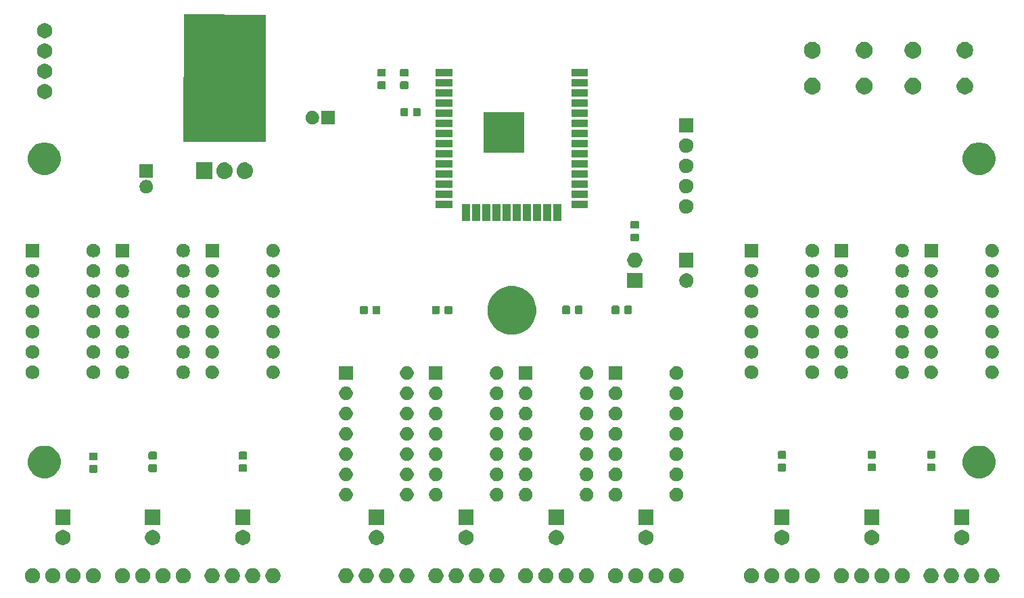
<source format=gbr>
G04 #@! TF.GenerationSoftware,KiCad,Pcbnew,5.1.5+dfsg1-2build2*
G04 #@! TF.CreationDate,2021-04-12T07:14:12+01:00*
G04 #@! TF.ProjectId,alarm_sensors,616c6172-6d5f-4736-956e-736f72732e6b,rev?*
G04 #@! TF.SameCoordinates,Original*
G04 #@! TF.FileFunction,Soldermask,Top*
G04 #@! TF.FilePolarity,Negative*
%FSLAX46Y46*%
G04 Gerber Fmt 4.6, Leading zero omitted, Abs format (unit mm)*
G04 Created by KiCad (PCBNEW 5.1.5+dfsg1-2build2) date 2021-04-12 07:14:12*
%MOMM*%
%LPD*%
G04 APERTURE LIST*
%ADD10C,0.100000*%
G04 APERTURE END LIST*
D10*
G36*
X111673800Y-60438300D02*
G01*
X111673800Y-76275200D01*
X101412200Y-76313300D01*
X101437600Y-60425600D01*
X111673800Y-60438300D01*
G37*
X111673800Y-60438300D02*
X111673800Y-76275200D01*
X101412200Y-76313300D01*
X101437600Y-60425600D01*
X111673800Y-60438300D01*
G36*
X200357892Y-129833911D02*
G01*
X200531273Y-129905728D01*
X200687311Y-130009989D01*
X200820011Y-130142689D01*
X200924272Y-130298727D01*
X200996089Y-130472108D01*
X201032700Y-130656167D01*
X201032700Y-130843833D01*
X200996089Y-131027892D01*
X200924272Y-131201273D01*
X200820011Y-131357311D01*
X200687311Y-131490011D01*
X200531273Y-131594272D01*
X200531272Y-131594273D01*
X200531271Y-131594273D01*
X200357892Y-131666089D01*
X200173834Y-131702700D01*
X199986166Y-131702700D01*
X199802108Y-131666089D01*
X199628729Y-131594273D01*
X199628728Y-131594273D01*
X199628727Y-131594272D01*
X199472689Y-131490011D01*
X199339989Y-131357311D01*
X199235728Y-131201273D01*
X199163911Y-131027892D01*
X199127300Y-130843833D01*
X199127300Y-130656167D01*
X199163911Y-130472108D01*
X199235728Y-130298727D01*
X199339989Y-130142689D01*
X199472689Y-130009989D01*
X199628727Y-129905728D01*
X199802108Y-129833911D01*
X199986166Y-129797300D01*
X200173834Y-129797300D01*
X200357892Y-129833911D01*
G37*
G36*
X135817892Y-129833911D02*
G01*
X135991273Y-129905728D01*
X136147311Y-130009989D01*
X136280011Y-130142689D01*
X136384272Y-130298727D01*
X136456089Y-130472108D01*
X136492700Y-130656167D01*
X136492700Y-130843833D01*
X136456089Y-131027892D01*
X136384272Y-131201273D01*
X136280011Y-131357311D01*
X136147311Y-131490011D01*
X135991273Y-131594272D01*
X135991272Y-131594273D01*
X135991271Y-131594273D01*
X135817892Y-131666089D01*
X135633834Y-131702700D01*
X135446166Y-131702700D01*
X135262108Y-131666089D01*
X135088729Y-131594273D01*
X135088728Y-131594273D01*
X135088727Y-131594272D01*
X134932689Y-131490011D01*
X134799989Y-131357311D01*
X134695728Y-131201273D01*
X134623911Y-131027892D01*
X134587300Y-130843833D01*
X134587300Y-130656167D01*
X134623911Y-130472108D01*
X134695728Y-130298727D01*
X134799989Y-130142689D01*
X134932689Y-130009989D01*
X135088727Y-129905728D01*
X135262108Y-129833911D01*
X135446166Y-129797300D01*
X135633834Y-129797300D01*
X135817892Y-129833911D01*
G37*
G36*
X144527892Y-129833911D02*
G01*
X144701273Y-129905728D01*
X144857311Y-130009989D01*
X144990011Y-130142689D01*
X145094272Y-130298727D01*
X145166089Y-130472108D01*
X145202700Y-130656167D01*
X145202700Y-130843833D01*
X145166089Y-131027892D01*
X145094272Y-131201273D01*
X144990011Y-131357311D01*
X144857311Y-131490011D01*
X144701273Y-131594272D01*
X144701272Y-131594273D01*
X144701271Y-131594273D01*
X144527892Y-131666089D01*
X144343834Y-131702700D01*
X144156166Y-131702700D01*
X143972108Y-131666089D01*
X143798729Y-131594273D01*
X143798728Y-131594273D01*
X143798727Y-131594272D01*
X143642689Y-131490011D01*
X143509989Y-131357311D01*
X143405728Y-131201273D01*
X143333911Y-131027892D01*
X143297300Y-130843833D01*
X143297300Y-130656167D01*
X143333911Y-130472108D01*
X143405728Y-130298727D01*
X143509989Y-130142689D01*
X143642689Y-130009989D01*
X143798727Y-129905728D01*
X143972108Y-129833911D01*
X144156166Y-129797300D01*
X144343834Y-129797300D01*
X144527892Y-129833911D01*
G37*
G36*
X147067892Y-129833911D02*
G01*
X147241273Y-129905728D01*
X147397311Y-130009989D01*
X147530011Y-130142689D01*
X147634272Y-130298727D01*
X147706089Y-130472108D01*
X147742700Y-130656167D01*
X147742700Y-130843833D01*
X147706089Y-131027892D01*
X147634272Y-131201273D01*
X147530011Y-131357311D01*
X147397311Y-131490011D01*
X147241273Y-131594272D01*
X147241272Y-131594273D01*
X147241271Y-131594273D01*
X147067892Y-131666089D01*
X146883834Y-131702700D01*
X146696166Y-131702700D01*
X146512108Y-131666089D01*
X146338729Y-131594273D01*
X146338728Y-131594273D01*
X146338727Y-131594272D01*
X146182689Y-131490011D01*
X146049989Y-131357311D01*
X145945728Y-131201273D01*
X145873911Y-131027892D01*
X145837300Y-130843833D01*
X145837300Y-130656167D01*
X145873911Y-130472108D01*
X145945728Y-130298727D01*
X146049989Y-130142689D01*
X146182689Y-130009989D01*
X146338727Y-129905728D01*
X146512108Y-129833911D01*
X146696166Y-129797300D01*
X146883834Y-129797300D01*
X147067892Y-129833911D01*
G37*
G36*
X149607892Y-129833911D02*
G01*
X149781273Y-129905728D01*
X149937311Y-130009989D01*
X150070011Y-130142689D01*
X150174272Y-130298727D01*
X150246089Y-130472108D01*
X150282700Y-130656167D01*
X150282700Y-130843833D01*
X150246089Y-131027892D01*
X150174272Y-131201273D01*
X150070011Y-131357311D01*
X149937311Y-131490011D01*
X149781273Y-131594272D01*
X149781272Y-131594273D01*
X149781271Y-131594273D01*
X149607892Y-131666089D01*
X149423834Y-131702700D01*
X149236166Y-131702700D01*
X149052108Y-131666089D01*
X148878729Y-131594273D01*
X148878728Y-131594273D01*
X148878727Y-131594272D01*
X148722689Y-131490011D01*
X148589989Y-131357311D01*
X148485728Y-131201273D01*
X148413911Y-131027892D01*
X148377300Y-130843833D01*
X148377300Y-130656167D01*
X148413911Y-130472108D01*
X148485728Y-130298727D01*
X148589989Y-130142689D01*
X148722689Y-130009989D01*
X148878727Y-129905728D01*
X149052108Y-129833911D01*
X149236166Y-129797300D01*
X149423834Y-129797300D01*
X149607892Y-129833911D01*
G37*
G36*
X152147892Y-129833911D02*
G01*
X152321273Y-129905728D01*
X152477311Y-130009989D01*
X152610011Y-130142689D01*
X152714272Y-130298727D01*
X152786089Y-130472108D01*
X152822700Y-130656167D01*
X152822700Y-130843833D01*
X152786089Y-131027892D01*
X152714272Y-131201273D01*
X152610011Y-131357311D01*
X152477311Y-131490011D01*
X152321273Y-131594272D01*
X152321272Y-131594273D01*
X152321271Y-131594273D01*
X152147892Y-131666089D01*
X151963834Y-131702700D01*
X151776166Y-131702700D01*
X151592108Y-131666089D01*
X151418729Y-131594273D01*
X151418728Y-131594273D01*
X151418727Y-131594272D01*
X151262689Y-131490011D01*
X151129989Y-131357311D01*
X151025728Y-131201273D01*
X150953911Y-131027892D01*
X150917300Y-130843833D01*
X150917300Y-130656167D01*
X150953911Y-130472108D01*
X151025728Y-130298727D01*
X151129989Y-130142689D01*
X151262689Y-130009989D01*
X151418727Y-129905728D01*
X151592108Y-129833911D01*
X151776166Y-129797300D01*
X151963834Y-129797300D01*
X152147892Y-129833911D01*
G37*
G36*
X112897892Y-129833911D02*
G01*
X113071273Y-129905728D01*
X113227311Y-130009989D01*
X113360011Y-130142689D01*
X113464272Y-130298727D01*
X113536089Y-130472108D01*
X113572700Y-130656167D01*
X113572700Y-130843833D01*
X113536089Y-131027892D01*
X113464272Y-131201273D01*
X113360011Y-131357311D01*
X113227311Y-131490011D01*
X113071273Y-131594272D01*
X113071272Y-131594273D01*
X113071271Y-131594273D01*
X112897892Y-131666089D01*
X112713834Y-131702700D01*
X112526166Y-131702700D01*
X112342108Y-131666089D01*
X112168729Y-131594273D01*
X112168728Y-131594273D01*
X112168727Y-131594272D01*
X112012689Y-131490011D01*
X111879989Y-131357311D01*
X111775728Y-131201273D01*
X111703911Y-131027892D01*
X111667300Y-130843833D01*
X111667300Y-130656167D01*
X111703911Y-130472108D01*
X111775728Y-130298727D01*
X111879989Y-130142689D01*
X112012689Y-130009989D01*
X112168727Y-129905728D01*
X112342108Y-129833911D01*
X112526166Y-129797300D01*
X112713834Y-129797300D01*
X112897892Y-129833911D01*
G37*
G36*
X110357892Y-129833911D02*
G01*
X110531273Y-129905728D01*
X110687311Y-130009989D01*
X110820011Y-130142689D01*
X110924272Y-130298727D01*
X110996089Y-130472108D01*
X111032700Y-130656167D01*
X111032700Y-130843833D01*
X110996089Y-131027892D01*
X110924272Y-131201273D01*
X110820011Y-131357311D01*
X110687311Y-131490011D01*
X110531273Y-131594272D01*
X110531272Y-131594273D01*
X110531271Y-131594273D01*
X110357892Y-131666089D01*
X110173834Y-131702700D01*
X109986166Y-131702700D01*
X109802108Y-131666089D01*
X109628729Y-131594273D01*
X109628728Y-131594273D01*
X109628727Y-131594272D01*
X109472689Y-131490011D01*
X109339989Y-131357311D01*
X109235728Y-131201273D01*
X109163911Y-131027892D01*
X109127300Y-130843833D01*
X109127300Y-130656167D01*
X109163911Y-130472108D01*
X109235728Y-130298727D01*
X109339989Y-130142689D01*
X109472689Y-130009989D01*
X109628727Y-129905728D01*
X109802108Y-129833911D01*
X109986166Y-129797300D01*
X110173834Y-129797300D01*
X110357892Y-129833911D01*
G37*
G36*
X107817892Y-129833911D02*
G01*
X107991273Y-129905728D01*
X108147311Y-130009989D01*
X108280011Y-130142689D01*
X108384272Y-130298727D01*
X108456089Y-130472108D01*
X108492700Y-130656167D01*
X108492700Y-130843833D01*
X108456089Y-131027892D01*
X108384272Y-131201273D01*
X108280011Y-131357311D01*
X108147311Y-131490011D01*
X107991273Y-131594272D01*
X107991272Y-131594273D01*
X107991271Y-131594273D01*
X107817892Y-131666089D01*
X107633834Y-131702700D01*
X107446166Y-131702700D01*
X107262108Y-131666089D01*
X107088729Y-131594273D01*
X107088728Y-131594273D01*
X107088727Y-131594272D01*
X106932689Y-131490011D01*
X106799989Y-131357311D01*
X106695728Y-131201273D01*
X106623911Y-131027892D01*
X106587300Y-130843833D01*
X106587300Y-130656167D01*
X106623911Y-130472108D01*
X106695728Y-130298727D01*
X106799989Y-130142689D01*
X106932689Y-130009989D01*
X107088727Y-129905728D01*
X107262108Y-129833911D01*
X107446166Y-129797300D01*
X107633834Y-129797300D01*
X107817892Y-129833911D01*
G37*
G36*
X105277892Y-129833911D02*
G01*
X105451273Y-129905728D01*
X105607311Y-130009989D01*
X105740011Y-130142689D01*
X105844272Y-130298727D01*
X105916089Y-130472108D01*
X105952700Y-130656167D01*
X105952700Y-130843833D01*
X105916089Y-131027892D01*
X105844272Y-131201273D01*
X105740011Y-131357311D01*
X105607311Y-131490011D01*
X105451273Y-131594272D01*
X105451272Y-131594273D01*
X105451271Y-131594273D01*
X105277892Y-131666089D01*
X105093834Y-131702700D01*
X104906166Y-131702700D01*
X104722108Y-131666089D01*
X104548729Y-131594273D01*
X104548728Y-131594273D01*
X104548727Y-131594272D01*
X104392689Y-131490011D01*
X104259989Y-131357311D01*
X104155728Y-131201273D01*
X104083911Y-131027892D01*
X104047300Y-130843833D01*
X104047300Y-130656167D01*
X104083911Y-130472108D01*
X104155728Y-130298727D01*
X104259989Y-130142689D01*
X104392689Y-130009989D01*
X104548727Y-129905728D01*
X104722108Y-129833911D01*
X104906166Y-129797300D01*
X105093834Y-129797300D01*
X105277892Y-129833911D01*
G37*
G36*
X133277892Y-129833911D02*
G01*
X133451273Y-129905728D01*
X133607311Y-130009989D01*
X133740011Y-130142689D01*
X133844272Y-130298727D01*
X133916089Y-130472108D01*
X133952700Y-130656167D01*
X133952700Y-130843833D01*
X133916089Y-131027892D01*
X133844272Y-131201273D01*
X133740011Y-131357311D01*
X133607311Y-131490011D01*
X133451273Y-131594272D01*
X133451272Y-131594273D01*
X133451271Y-131594273D01*
X133277892Y-131666089D01*
X133093834Y-131702700D01*
X132906166Y-131702700D01*
X132722108Y-131666089D01*
X132548729Y-131594273D01*
X132548728Y-131594273D01*
X132548727Y-131594272D01*
X132392689Y-131490011D01*
X132259989Y-131357311D01*
X132155728Y-131201273D01*
X132083911Y-131027892D01*
X132047300Y-130843833D01*
X132047300Y-130656167D01*
X132083911Y-130472108D01*
X132155728Y-130298727D01*
X132259989Y-130142689D01*
X132392689Y-130009989D01*
X132548727Y-129905728D01*
X132722108Y-129833911D01*
X132906166Y-129797300D01*
X133093834Y-129797300D01*
X133277892Y-129833911D01*
G37*
G36*
X155777892Y-129833911D02*
G01*
X155951273Y-129905728D01*
X156107311Y-130009989D01*
X156240011Y-130142689D01*
X156344272Y-130298727D01*
X156416089Y-130472108D01*
X156452700Y-130656167D01*
X156452700Y-130843833D01*
X156416089Y-131027892D01*
X156344272Y-131201273D01*
X156240011Y-131357311D01*
X156107311Y-131490011D01*
X155951273Y-131594272D01*
X155951272Y-131594273D01*
X155951271Y-131594273D01*
X155777892Y-131666089D01*
X155593834Y-131702700D01*
X155406166Y-131702700D01*
X155222108Y-131666089D01*
X155048729Y-131594273D01*
X155048728Y-131594273D01*
X155048727Y-131594272D01*
X154892689Y-131490011D01*
X154759989Y-131357311D01*
X154655728Y-131201273D01*
X154583911Y-131027892D01*
X154547300Y-130843833D01*
X154547300Y-130656167D01*
X154583911Y-130472108D01*
X154655728Y-130298727D01*
X154759989Y-130142689D01*
X154892689Y-130009989D01*
X155048727Y-129905728D01*
X155222108Y-129833911D01*
X155406166Y-129797300D01*
X155593834Y-129797300D01*
X155777892Y-129833911D01*
G37*
G36*
X138357892Y-129833911D02*
G01*
X138531273Y-129905728D01*
X138687311Y-130009989D01*
X138820011Y-130142689D01*
X138924272Y-130298727D01*
X138996089Y-130472108D01*
X139032700Y-130656167D01*
X139032700Y-130843833D01*
X138996089Y-131027892D01*
X138924272Y-131201273D01*
X138820011Y-131357311D01*
X138687311Y-131490011D01*
X138531273Y-131594272D01*
X138531272Y-131594273D01*
X138531271Y-131594273D01*
X138357892Y-131666089D01*
X138173834Y-131702700D01*
X137986166Y-131702700D01*
X137802108Y-131666089D01*
X137628729Y-131594273D01*
X137628728Y-131594273D01*
X137628727Y-131594272D01*
X137472689Y-131490011D01*
X137339989Y-131357311D01*
X137235728Y-131201273D01*
X137163911Y-131027892D01*
X137127300Y-130843833D01*
X137127300Y-130656167D01*
X137163911Y-130472108D01*
X137235728Y-130298727D01*
X137339989Y-130142689D01*
X137472689Y-130009989D01*
X137628727Y-129905728D01*
X137802108Y-129833911D01*
X137986166Y-129797300D01*
X138173834Y-129797300D01*
X138357892Y-129833911D01*
G37*
G36*
X140897892Y-129833911D02*
G01*
X141071273Y-129905728D01*
X141227311Y-130009989D01*
X141360011Y-130142689D01*
X141464272Y-130298727D01*
X141536089Y-130472108D01*
X141572700Y-130656167D01*
X141572700Y-130843833D01*
X141536089Y-131027892D01*
X141464272Y-131201273D01*
X141360011Y-131357311D01*
X141227311Y-131490011D01*
X141071273Y-131594272D01*
X141071272Y-131594273D01*
X141071271Y-131594273D01*
X140897892Y-131666089D01*
X140713834Y-131702700D01*
X140526166Y-131702700D01*
X140342108Y-131666089D01*
X140168729Y-131594273D01*
X140168728Y-131594273D01*
X140168727Y-131594272D01*
X140012689Y-131490011D01*
X139879989Y-131357311D01*
X139775728Y-131201273D01*
X139703911Y-131027892D01*
X139667300Y-130843833D01*
X139667300Y-130656167D01*
X139703911Y-130472108D01*
X139775728Y-130298727D01*
X139879989Y-130142689D01*
X140012689Y-130009989D01*
X140168727Y-129905728D01*
X140342108Y-129833911D01*
X140526166Y-129797300D01*
X140713834Y-129797300D01*
X140897892Y-129833911D01*
G37*
G36*
X191647892Y-129833911D02*
G01*
X191821273Y-129905728D01*
X191977311Y-130009989D01*
X192110011Y-130142689D01*
X192214272Y-130298727D01*
X192286089Y-130472108D01*
X192322700Y-130656167D01*
X192322700Y-130843833D01*
X192286089Y-131027892D01*
X192214272Y-131201273D01*
X192110011Y-131357311D01*
X191977311Y-131490011D01*
X191821273Y-131594272D01*
X191821272Y-131594273D01*
X191821271Y-131594273D01*
X191647892Y-131666089D01*
X191463834Y-131702700D01*
X191276166Y-131702700D01*
X191092108Y-131666089D01*
X190918729Y-131594273D01*
X190918728Y-131594273D01*
X190918727Y-131594272D01*
X190762689Y-131490011D01*
X190629989Y-131357311D01*
X190525728Y-131201273D01*
X190453911Y-131027892D01*
X190417300Y-130843833D01*
X190417300Y-130656167D01*
X190453911Y-130472108D01*
X190525728Y-130298727D01*
X190629989Y-130142689D01*
X190762689Y-130009989D01*
X190918727Y-129905728D01*
X191092108Y-129833911D01*
X191276166Y-129797300D01*
X191463834Y-129797300D01*
X191647892Y-129833911D01*
G37*
G36*
X189107892Y-129833911D02*
G01*
X189281273Y-129905728D01*
X189437311Y-130009989D01*
X189570011Y-130142689D01*
X189674272Y-130298727D01*
X189746089Y-130472108D01*
X189782700Y-130656167D01*
X189782700Y-130843833D01*
X189746089Y-131027892D01*
X189674272Y-131201273D01*
X189570011Y-131357311D01*
X189437311Y-131490011D01*
X189281273Y-131594272D01*
X189281272Y-131594273D01*
X189281271Y-131594273D01*
X189107892Y-131666089D01*
X188923834Y-131702700D01*
X188736166Y-131702700D01*
X188552108Y-131666089D01*
X188378729Y-131594273D01*
X188378728Y-131594273D01*
X188378727Y-131594272D01*
X188222689Y-131490011D01*
X188089989Y-131357311D01*
X187985728Y-131201273D01*
X187913911Y-131027892D01*
X187877300Y-130843833D01*
X187877300Y-130656167D01*
X187913911Y-130472108D01*
X187985728Y-130298727D01*
X188089989Y-130142689D01*
X188222689Y-130009989D01*
X188378727Y-129905728D01*
X188552108Y-129833911D01*
X188736166Y-129797300D01*
X188923834Y-129797300D01*
X189107892Y-129833911D01*
G37*
G36*
X186567892Y-129833911D02*
G01*
X186741273Y-129905728D01*
X186897311Y-130009989D01*
X187030011Y-130142689D01*
X187134272Y-130298727D01*
X187206089Y-130472108D01*
X187242700Y-130656167D01*
X187242700Y-130843833D01*
X187206089Y-131027892D01*
X187134272Y-131201273D01*
X187030011Y-131357311D01*
X186897311Y-131490011D01*
X186741273Y-131594272D01*
X186741272Y-131594273D01*
X186741271Y-131594273D01*
X186567892Y-131666089D01*
X186383834Y-131702700D01*
X186196166Y-131702700D01*
X186012108Y-131666089D01*
X185838729Y-131594273D01*
X185838728Y-131594273D01*
X185838727Y-131594272D01*
X185682689Y-131490011D01*
X185549989Y-131357311D01*
X185445728Y-131201273D01*
X185373911Y-131027892D01*
X185337300Y-130843833D01*
X185337300Y-130656167D01*
X185373911Y-130472108D01*
X185445728Y-130298727D01*
X185549989Y-130142689D01*
X185682689Y-130009989D01*
X185838727Y-129905728D01*
X186012108Y-129833911D01*
X186196166Y-129797300D01*
X186383834Y-129797300D01*
X186567892Y-129833911D01*
G37*
G36*
X184027892Y-129833911D02*
G01*
X184201273Y-129905728D01*
X184357311Y-130009989D01*
X184490011Y-130142689D01*
X184594272Y-130298727D01*
X184666089Y-130472108D01*
X184702700Y-130656167D01*
X184702700Y-130843833D01*
X184666089Y-131027892D01*
X184594272Y-131201273D01*
X184490011Y-131357311D01*
X184357311Y-131490011D01*
X184201273Y-131594272D01*
X184201272Y-131594273D01*
X184201271Y-131594273D01*
X184027892Y-131666089D01*
X183843834Y-131702700D01*
X183656166Y-131702700D01*
X183472108Y-131666089D01*
X183298729Y-131594273D01*
X183298728Y-131594273D01*
X183298727Y-131594272D01*
X183142689Y-131490011D01*
X183009989Y-131357311D01*
X182905728Y-131201273D01*
X182833911Y-131027892D01*
X182797300Y-130843833D01*
X182797300Y-130656167D01*
X182833911Y-130472108D01*
X182905728Y-130298727D01*
X183009989Y-130142689D01*
X183142689Y-130009989D01*
X183298727Y-129905728D01*
X183472108Y-129833911D01*
X183656166Y-129797300D01*
X183843834Y-129797300D01*
X184027892Y-129833911D01*
G37*
G36*
X202897892Y-129833911D02*
G01*
X203071273Y-129905728D01*
X203227311Y-130009989D01*
X203360011Y-130142689D01*
X203464272Y-130298727D01*
X203536089Y-130472108D01*
X203572700Y-130656167D01*
X203572700Y-130843833D01*
X203536089Y-131027892D01*
X203464272Y-131201273D01*
X203360011Y-131357311D01*
X203227311Y-131490011D01*
X203071273Y-131594272D01*
X203071272Y-131594273D01*
X203071271Y-131594273D01*
X202897892Y-131666089D01*
X202713834Y-131702700D01*
X202526166Y-131702700D01*
X202342108Y-131666089D01*
X202168729Y-131594273D01*
X202168728Y-131594273D01*
X202168727Y-131594272D01*
X202012689Y-131490011D01*
X201879989Y-131357311D01*
X201775728Y-131201273D01*
X201703911Y-131027892D01*
X201667300Y-130843833D01*
X201667300Y-130656167D01*
X201703911Y-130472108D01*
X201775728Y-130298727D01*
X201879989Y-130142689D01*
X202012689Y-130009989D01*
X202168727Y-129905728D01*
X202342108Y-129833911D01*
X202526166Y-129797300D01*
X202713834Y-129797300D01*
X202897892Y-129833911D01*
G37*
G36*
X197817892Y-129833911D02*
G01*
X197991273Y-129905728D01*
X198147311Y-130009989D01*
X198280011Y-130142689D01*
X198384272Y-130298727D01*
X198456089Y-130472108D01*
X198492700Y-130656167D01*
X198492700Y-130843833D01*
X198456089Y-131027892D01*
X198384272Y-131201273D01*
X198280011Y-131357311D01*
X198147311Y-131490011D01*
X197991273Y-131594272D01*
X197991272Y-131594273D01*
X197991271Y-131594273D01*
X197817892Y-131666089D01*
X197633834Y-131702700D01*
X197446166Y-131702700D01*
X197262108Y-131666089D01*
X197088729Y-131594273D01*
X197088728Y-131594273D01*
X197088727Y-131594272D01*
X196932689Y-131490011D01*
X196799989Y-131357311D01*
X196695728Y-131201273D01*
X196623911Y-131027892D01*
X196587300Y-130843833D01*
X196587300Y-130656167D01*
X196623911Y-130472108D01*
X196695728Y-130298727D01*
X196799989Y-130142689D01*
X196932689Y-130009989D01*
X197088727Y-129905728D01*
X197262108Y-129833911D01*
X197446166Y-129797300D01*
X197633834Y-129797300D01*
X197817892Y-129833911D01*
G37*
G36*
X85317892Y-129833911D02*
G01*
X85491273Y-129905728D01*
X85647311Y-130009989D01*
X85780011Y-130142689D01*
X85884272Y-130298727D01*
X85956089Y-130472108D01*
X85992700Y-130656167D01*
X85992700Y-130843833D01*
X85956089Y-131027892D01*
X85884272Y-131201273D01*
X85780011Y-131357311D01*
X85647311Y-131490011D01*
X85491273Y-131594272D01*
X85491272Y-131594273D01*
X85491271Y-131594273D01*
X85317892Y-131666089D01*
X85133834Y-131702700D01*
X84946166Y-131702700D01*
X84762108Y-131666089D01*
X84588729Y-131594273D01*
X84588728Y-131594273D01*
X84588727Y-131594272D01*
X84432689Y-131490011D01*
X84299989Y-131357311D01*
X84195728Y-131201273D01*
X84123911Y-131027892D01*
X84087300Y-130843833D01*
X84087300Y-130656167D01*
X84123911Y-130472108D01*
X84195728Y-130298727D01*
X84299989Y-130142689D01*
X84432689Y-130009989D01*
X84588727Y-129905728D01*
X84762108Y-129833911D01*
X84946166Y-129797300D01*
X85133834Y-129797300D01*
X85317892Y-129833911D01*
G37*
G36*
X175317892Y-129833911D02*
G01*
X175491273Y-129905728D01*
X175647311Y-130009989D01*
X175780011Y-130142689D01*
X175884272Y-130298727D01*
X175956089Y-130472108D01*
X175992700Y-130656167D01*
X175992700Y-130843833D01*
X175956089Y-131027892D01*
X175884272Y-131201273D01*
X175780011Y-131357311D01*
X175647311Y-131490011D01*
X175491273Y-131594272D01*
X175491272Y-131594273D01*
X175491271Y-131594273D01*
X175317892Y-131666089D01*
X175133834Y-131702700D01*
X174946166Y-131702700D01*
X174762108Y-131666089D01*
X174588729Y-131594273D01*
X174588728Y-131594273D01*
X174588727Y-131594272D01*
X174432689Y-131490011D01*
X174299989Y-131357311D01*
X174195728Y-131201273D01*
X174123911Y-131027892D01*
X174087300Y-130843833D01*
X174087300Y-130656167D01*
X174123911Y-130472108D01*
X174195728Y-130298727D01*
X174299989Y-130142689D01*
X174432689Y-130009989D01*
X174588727Y-129905728D01*
X174762108Y-129833911D01*
X174946166Y-129797300D01*
X175133834Y-129797300D01*
X175317892Y-129833911D01*
G37*
G36*
X172777892Y-129833911D02*
G01*
X172951273Y-129905728D01*
X173107311Y-130009989D01*
X173240011Y-130142689D01*
X173344272Y-130298727D01*
X173416089Y-130472108D01*
X173452700Y-130656167D01*
X173452700Y-130843833D01*
X173416089Y-131027892D01*
X173344272Y-131201273D01*
X173240011Y-131357311D01*
X173107311Y-131490011D01*
X172951273Y-131594272D01*
X172951272Y-131594273D01*
X172951271Y-131594273D01*
X172777892Y-131666089D01*
X172593834Y-131702700D01*
X172406166Y-131702700D01*
X172222108Y-131666089D01*
X172048729Y-131594273D01*
X172048728Y-131594273D01*
X172048727Y-131594272D01*
X171892689Y-131490011D01*
X171759989Y-131357311D01*
X171655728Y-131201273D01*
X171583911Y-131027892D01*
X171547300Y-130843833D01*
X171547300Y-130656167D01*
X171583911Y-130472108D01*
X171655728Y-130298727D01*
X171759989Y-130142689D01*
X171892689Y-130009989D01*
X172048727Y-129905728D01*
X172222108Y-129833911D01*
X172406166Y-129797300D01*
X172593834Y-129797300D01*
X172777892Y-129833911D01*
G37*
G36*
X158317892Y-129833911D02*
G01*
X158491273Y-129905728D01*
X158647311Y-130009989D01*
X158780011Y-130142689D01*
X158884272Y-130298727D01*
X158956089Y-130472108D01*
X158992700Y-130656167D01*
X158992700Y-130843833D01*
X158956089Y-131027892D01*
X158884272Y-131201273D01*
X158780011Y-131357311D01*
X158647311Y-131490011D01*
X158491273Y-131594272D01*
X158491272Y-131594273D01*
X158491271Y-131594273D01*
X158317892Y-131666089D01*
X158133834Y-131702700D01*
X157946166Y-131702700D01*
X157762108Y-131666089D01*
X157588729Y-131594273D01*
X157588728Y-131594273D01*
X157588727Y-131594272D01*
X157432689Y-131490011D01*
X157299989Y-131357311D01*
X157195728Y-131201273D01*
X157123911Y-131027892D01*
X157087300Y-130843833D01*
X157087300Y-130656167D01*
X157123911Y-130472108D01*
X157195728Y-130298727D01*
X157299989Y-130142689D01*
X157432689Y-130009989D01*
X157588727Y-129905728D01*
X157762108Y-129833911D01*
X157946166Y-129797300D01*
X158133834Y-129797300D01*
X158317892Y-129833911D01*
G37*
G36*
X160857892Y-129833911D02*
G01*
X161031273Y-129905728D01*
X161187311Y-130009989D01*
X161320011Y-130142689D01*
X161424272Y-130298727D01*
X161496089Y-130472108D01*
X161532700Y-130656167D01*
X161532700Y-130843833D01*
X161496089Y-131027892D01*
X161424272Y-131201273D01*
X161320011Y-131357311D01*
X161187311Y-131490011D01*
X161031273Y-131594272D01*
X161031272Y-131594273D01*
X161031271Y-131594273D01*
X160857892Y-131666089D01*
X160673834Y-131702700D01*
X160486166Y-131702700D01*
X160302108Y-131666089D01*
X160128729Y-131594273D01*
X160128728Y-131594273D01*
X160128727Y-131594272D01*
X159972689Y-131490011D01*
X159839989Y-131357311D01*
X159735728Y-131201273D01*
X159663911Y-131027892D01*
X159627300Y-130843833D01*
X159627300Y-130656167D01*
X159663911Y-130472108D01*
X159735728Y-130298727D01*
X159839989Y-130142689D01*
X159972689Y-130009989D01*
X160128727Y-129905728D01*
X160302108Y-129833911D01*
X160486166Y-129797300D01*
X160673834Y-129797300D01*
X160857892Y-129833911D01*
G37*
G36*
X163397892Y-129833911D02*
G01*
X163571273Y-129905728D01*
X163727311Y-130009989D01*
X163860011Y-130142689D01*
X163964272Y-130298727D01*
X164036089Y-130472108D01*
X164072700Y-130656167D01*
X164072700Y-130843833D01*
X164036089Y-131027892D01*
X163964272Y-131201273D01*
X163860011Y-131357311D01*
X163727311Y-131490011D01*
X163571273Y-131594272D01*
X163571272Y-131594273D01*
X163571271Y-131594273D01*
X163397892Y-131666089D01*
X163213834Y-131702700D01*
X163026166Y-131702700D01*
X162842108Y-131666089D01*
X162668729Y-131594273D01*
X162668728Y-131594273D01*
X162668727Y-131594272D01*
X162512689Y-131490011D01*
X162379989Y-131357311D01*
X162275728Y-131201273D01*
X162203911Y-131027892D01*
X162167300Y-130843833D01*
X162167300Y-130656167D01*
X162203911Y-130472108D01*
X162275728Y-130298727D01*
X162379989Y-130142689D01*
X162512689Y-130009989D01*
X162668727Y-129905728D01*
X162842108Y-129833911D01*
X163026166Y-129797300D01*
X163213834Y-129797300D01*
X163397892Y-129833911D01*
G37*
G36*
X101647892Y-129833911D02*
G01*
X101821273Y-129905728D01*
X101977311Y-130009989D01*
X102110011Y-130142689D01*
X102214272Y-130298727D01*
X102286089Y-130472108D01*
X102322700Y-130656167D01*
X102322700Y-130843833D01*
X102286089Y-131027892D01*
X102214272Y-131201273D01*
X102110011Y-131357311D01*
X101977311Y-131490011D01*
X101821273Y-131594272D01*
X101821272Y-131594273D01*
X101821271Y-131594273D01*
X101647892Y-131666089D01*
X101463834Y-131702700D01*
X101276166Y-131702700D01*
X101092108Y-131666089D01*
X100918729Y-131594273D01*
X100918728Y-131594273D01*
X100918727Y-131594272D01*
X100762689Y-131490011D01*
X100629989Y-131357311D01*
X100525728Y-131201273D01*
X100453911Y-131027892D01*
X100417300Y-130843833D01*
X100417300Y-130656167D01*
X100453911Y-130472108D01*
X100525728Y-130298727D01*
X100629989Y-130142689D01*
X100762689Y-130009989D01*
X100918727Y-129905728D01*
X101092108Y-129833911D01*
X101276166Y-129797300D01*
X101463834Y-129797300D01*
X101647892Y-129833911D01*
G37*
G36*
X99107892Y-129833911D02*
G01*
X99281273Y-129905728D01*
X99437311Y-130009989D01*
X99570011Y-130142689D01*
X99674272Y-130298727D01*
X99746089Y-130472108D01*
X99782700Y-130656167D01*
X99782700Y-130843833D01*
X99746089Y-131027892D01*
X99674272Y-131201273D01*
X99570011Y-131357311D01*
X99437311Y-131490011D01*
X99281273Y-131594272D01*
X99281272Y-131594273D01*
X99281271Y-131594273D01*
X99107892Y-131666089D01*
X98923834Y-131702700D01*
X98736166Y-131702700D01*
X98552108Y-131666089D01*
X98378729Y-131594273D01*
X98378728Y-131594273D01*
X98378727Y-131594272D01*
X98222689Y-131490011D01*
X98089989Y-131357311D01*
X97985728Y-131201273D01*
X97913911Y-131027892D01*
X97877300Y-130843833D01*
X97877300Y-130656167D01*
X97913911Y-130472108D01*
X97985728Y-130298727D01*
X98089989Y-130142689D01*
X98222689Y-130009989D01*
X98378727Y-129905728D01*
X98552108Y-129833911D01*
X98736166Y-129797300D01*
X98923834Y-129797300D01*
X99107892Y-129833911D01*
G37*
G36*
X96567892Y-129833911D02*
G01*
X96741273Y-129905728D01*
X96897311Y-130009989D01*
X97030011Y-130142689D01*
X97134272Y-130298727D01*
X97206089Y-130472108D01*
X97242700Y-130656167D01*
X97242700Y-130843833D01*
X97206089Y-131027892D01*
X97134272Y-131201273D01*
X97030011Y-131357311D01*
X96897311Y-131490011D01*
X96741273Y-131594272D01*
X96741272Y-131594273D01*
X96741271Y-131594273D01*
X96567892Y-131666089D01*
X96383834Y-131702700D01*
X96196166Y-131702700D01*
X96012108Y-131666089D01*
X95838729Y-131594273D01*
X95838728Y-131594273D01*
X95838727Y-131594272D01*
X95682689Y-131490011D01*
X95549989Y-131357311D01*
X95445728Y-131201273D01*
X95373911Y-131027892D01*
X95337300Y-130843833D01*
X95337300Y-130656167D01*
X95373911Y-130472108D01*
X95445728Y-130298727D01*
X95549989Y-130142689D01*
X95682689Y-130009989D01*
X95838727Y-129905728D01*
X96012108Y-129833911D01*
X96196166Y-129797300D01*
X96383834Y-129797300D01*
X96567892Y-129833911D01*
G37*
G36*
X94027892Y-129833911D02*
G01*
X94201273Y-129905728D01*
X94357311Y-130009989D01*
X94490011Y-130142689D01*
X94594272Y-130298727D01*
X94666089Y-130472108D01*
X94702700Y-130656167D01*
X94702700Y-130843833D01*
X94666089Y-131027892D01*
X94594272Y-131201273D01*
X94490011Y-131357311D01*
X94357311Y-131490011D01*
X94201273Y-131594272D01*
X94201272Y-131594273D01*
X94201271Y-131594273D01*
X94027892Y-131666089D01*
X93843834Y-131702700D01*
X93656166Y-131702700D01*
X93472108Y-131666089D01*
X93298729Y-131594273D01*
X93298728Y-131594273D01*
X93298727Y-131594272D01*
X93142689Y-131490011D01*
X93009989Y-131357311D01*
X92905728Y-131201273D01*
X92833911Y-131027892D01*
X92797300Y-130843833D01*
X92797300Y-130656167D01*
X92833911Y-130472108D01*
X92905728Y-130298727D01*
X93009989Y-130142689D01*
X93142689Y-130009989D01*
X93298727Y-129905728D01*
X93472108Y-129833911D01*
X93656166Y-129797300D01*
X93843834Y-129797300D01*
X94027892Y-129833911D01*
G37*
G36*
X90397892Y-129833911D02*
G01*
X90571273Y-129905728D01*
X90727311Y-130009989D01*
X90860011Y-130142689D01*
X90964272Y-130298727D01*
X91036089Y-130472108D01*
X91072700Y-130656167D01*
X91072700Y-130843833D01*
X91036089Y-131027892D01*
X90964272Y-131201273D01*
X90860011Y-131357311D01*
X90727311Y-131490011D01*
X90571273Y-131594272D01*
X90571272Y-131594273D01*
X90571271Y-131594273D01*
X90397892Y-131666089D01*
X90213834Y-131702700D01*
X90026166Y-131702700D01*
X89842108Y-131666089D01*
X89668729Y-131594273D01*
X89668728Y-131594273D01*
X89668727Y-131594272D01*
X89512689Y-131490011D01*
X89379989Y-131357311D01*
X89275728Y-131201273D01*
X89203911Y-131027892D01*
X89167300Y-130843833D01*
X89167300Y-130656167D01*
X89203911Y-130472108D01*
X89275728Y-130298727D01*
X89379989Y-130142689D01*
X89512689Y-130009989D01*
X89668727Y-129905728D01*
X89842108Y-129833911D01*
X90026166Y-129797300D01*
X90213834Y-129797300D01*
X90397892Y-129833911D01*
G37*
G36*
X87857892Y-129833911D02*
G01*
X88031273Y-129905728D01*
X88187311Y-130009989D01*
X88320011Y-130142689D01*
X88424272Y-130298727D01*
X88496089Y-130472108D01*
X88532700Y-130656167D01*
X88532700Y-130843833D01*
X88496089Y-131027892D01*
X88424272Y-131201273D01*
X88320011Y-131357311D01*
X88187311Y-131490011D01*
X88031273Y-131594272D01*
X88031272Y-131594273D01*
X88031271Y-131594273D01*
X87857892Y-131666089D01*
X87673834Y-131702700D01*
X87486166Y-131702700D01*
X87302108Y-131666089D01*
X87128729Y-131594273D01*
X87128728Y-131594273D01*
X87128727Y-131594272D01*
X86972689Y-131490011D01*
X86839989Y-131357311D01*
X86735728Y-131201273D01*
X86663911Y-131027892D01*
X86627300Y-130843833D01*
X86627300Y-130656167D01*
X86663911Y-130472108D01*
X86735728Y-130298727D01*
X86839989Y-130142689D01*
X86972689Y-130009989D01*
X87128727Y-129905728D01*
X87302108Y-129833911D01*
X87486166Y-129797300D01*
X87673834Y-129797300D01*
X87857892Y-129833911D01*
G37*
G36*
X195277892Y-129833911D02*
G01*
X195451273Y-129905728D01*
X195607311Y-130009989D01*
X195740011Y-130142689D01*
X195844272Y-130298727D01*
X195916089Y-130472108D01*
X195952700Y-130656167D01*
X195952700Y-130843833D01*
X195916089Y-131027892D01*
X195844272Y-131201273D01*
X195740011Y-131357311D01*
X195607311Y-131490011D01*
X195451273Y-131594272D01*
X195451272Y-131594273D01*
X195451271Y-131594273D01*
X195277892Y-131666089D01*
X195093834Y-131702700D01*
X194906166Y-131702700D01*
X194722108Y-131666089D01*
X194548729Y-131594273D01*
X194548728Y-131594273D01*
X194548727Y-131594272D01*
X194392689Y-131490011D01*
X194259989Y-131357311D01*
X194155728Y-131201273D01*
X194083911Y-131027892D01*
X194047300Y-130843833D01*
X194047300Y-130656167D01*
X194083911Y-130472108D01*
X194155728Y-130298727D01*
X194259989Y-130142689D01*
X194392689Y-130009989D01*
X194548727Y-129905728D01*
X194722108Y-129833911D01*
X194906166Y-129797300D01*
X195093834Y-129797300D01*
X195277892Y-129833911D01*
G37*
G36*
X82777892Y-129833911D02*
G01*
X82951273Y-129905728D01*
X83107311Y-130009989D01*
X83240011Y-130142689D01*
X83344272Y-130298727D01*
X83416089Y-130472108D01*
X83452700Y-130656167D01*
X83452700Y-130843833D01*
X83416089Y-131027892D01*
X83344272Y-131201273D01*
X83240011Y-131357311D01*
X83107311Y-131490011D01*
X82951273Y-131594272D01*
X82951272Y-131594273D01*
X82951271Y-131594273D01*
X82777892Y-131666089D01*
X82593834Y-131702700D01*
X82406166Y-131702700D01*
X82222108Y-131666089D01*
X82048729Y-131594273D01*
X82048728Y-131594273D01*
X82048727Y-131594272D01*
X81892689Y-131490011D01*
X81759989Y-131357311D01*
X81655728Y-131201273D01*
X81583911Y-131027892D01*
X81547300Y-130843833D01*
X81547300Y-130656167D01*
X81583911Y-130472108D01*
X81655728Y-130298727D01*
X81759989Y-130142689D01*
X81892689Y-130009989D01*
X82048727Y-129905728D01*
X82222108Y-129833911D01*
X82406166Y-129797300D01*
X82593834Y-129797300D01*
X82777892Y-129833911D01*
G37*
G36*
X122027892Y-129833911D02*
G01*
X122201273Y-129905728D01*
X122357311Y-130009989D01*
X122490011Y-130142689D01*
X122594272Y-130298727D01*
X122666089Y-130472108D01*
X122702700Y-130656167D01*
X122702700Y-130843833D01*
X122666089Y-131027892D01*
X122594272Y-131201273D01*
X122490011Y-131357311D01*
X122357311Y-131490011D01*
X122201273Y-131594272D01*
X122201272Y-131594273D01*
X122201271Y-131594273D01*
X122027892Y-131666089D01*
X121843834Y-131702700D01*
X121656166Y-131702700D01*
X121472108Y-131666089D01*
X121298729Y-131594273D01*
X121298728Y-131594273D01*
X121298727Y-131594272D01*
X121142689Y-131490011D01*
X121009989Y-131357311D01*
X120905728Y-131201273D01*
X120833911Y-131027892D01*
X120797300Y-130843833D01*
X120797300Y-130656167D01*
X120833911Y-130472108D01*
X120905728Y-130298727D01*
X121009989Y-130142689D01*
X121142689Y-130009989D01*
X121298727Y-129905728D01*
X121472108Y-129833911D01*
X121656166Y-129797300D01*
X121843834Y-129797300D01*
X122027892Y-129833911D01*
G37*
G36*
X124567892Y-129833911D02*
G01*
X124741273Y-129905728D01*
X124897311Y-130009989D01*
X125030011Y-130142689D01*
X125134272Y-130298727D01*
X125206089Y-130472108D01*
X125242700Y-130656167D01*
X125242700Y-130843833D01*
X125206089Y-131027892D01*
X125134272Y-131201273D01*
X125030011Y-131357311D01*
X124897311Y-131490011D01*
X124741273Y-131594272D01*
X124741272Y-131594273D01*
X124741271Y-131594273D01*
X124567892Y-131666089D01*
X124383834Y-131702700D01*
X124196166Y-131702700D01*
X124012108Y-131666089D01*
X123838729Y-131594273D01*
X123838728Y-131594273D01*
X123838727Y-131594272D01*
X123682689Y-131490011D01*
X123549989Y-131357311D01*
X123445728Y-131201273D01*
X123373911Y-131027892D01*
X123337300Y-130843833D01*
X123337300Y-130656167D01*
X123373911Y-130472108D01*
X123445728Y-130298727D01*
X123549989Y-130142689D01*
X123682689Y-130009989D01*
X123838727Y-129905728D01*
X124012108Y-129833911D01*
X124196166Y-129797300D01*
X124383834Y-129797300D01*
X124567892Y-129833911D01*
G37*
G36*
X127107892Y-129833911D02*
G01*
X127281273Y-129905728D01*
X127437311Y-130009989D01*
X127570011Y-130142689D01*
X127674272Y-130298727D01*
X127746089Y-130472108D01*
X127782700Y-130656167D01*
X127782700Y-130843833D01*
X127746089Y-131027892D01*
X127674272Y-131201273D01*
X127570011Y-131357311D01*
X127437311Y-131490011D01*
X127281273Y-131594272D01*
X127281272Y-131594273D01*
X127281271Y-131594273D01*
X127107892Y-131666089D01*
X126923834Y-131702700D01*
X126736166Y-131702700D01*
X126552108Y-131666089D01*
X126378729Y-131594273D01*
X126378728Y-131594273D01*
X126378727Y-131594272D01*
X126222689Y-131490011D01*
X126089989Y-131357311D01*
X125985728Y-131201273D01*
X125913911Y-131027892D01*
X125877300Y-130843833D01*
X125877300Y-130656167D01*
X125913911Y-130472108D01*
X125985728Y-130298727D01*
X126089989Y-130142689D01*
X126222689Y-130009989D01*
X126378727Y-129905728D01*
X126552108Y-129833911D01*
X126736166Y-129797300D01*
X126923834Y-129797300D01*
X127107892Y-129833911D01*
G37*
G36*
X129647892Y-129833911D02*
G01*
X129821273Y-129905728D01*
X129977311Y-130009989D01*
X130110011Y-130142689D01*
X130214272Y-130298727D01*
X130286089Y-130472108D01*
X130322700Y-130656167D01*
X130322700Y-130843833D01*
X130286089Y-131027892D01*
X130214272Y-131201273D01*
X130110011Y-131357311D01*
X129977311Y-131490011D01*
X129821273Y-131594272D01*
X129821272Y-131594273D01*
X129821271Y-131594273D01*
X129647892Y-131666089D01*
X129463834Y-131702700D01*
X129276166Y-131702700D01*
X129092108Y-131666089D01*
X128918729Y-131594273D01*
X128918728Y-131594273D01*
X128918727Y-131594272D01*
X128762689Y-131490011D01*
X128629989Y-131357311D01*
X128525728Y-131201273D01*
X128453911Y-131027892D01*
X128417300Y-130843833D01*
X128417300Y-130656167D01*
X128453911Y-130472108D01*
X128525728Y-130298727D01*
X128629989Y-130142689D01*
X128762689Y-130009989D01*
X128918727Y-129905728D01*
X129092108Y-129833911D01*
X129276166Y-129797300D01*
X129463834Y-129797300D01*
X129647892Y-129833911D01*
G37*
G36*
X180397892Y-129833911D02*
G01*
X180571273Y-129905728D01*
X180727311Y-130009989D01*
X180860011Y-130142689D01*
X180964272Y-130298727D01*
X181036089Y-130472108D01*
X181072700Y-130656167D01*
X181072700Y-130843833D01*
X181036089Y-131027892D01*
X180964272Y-131201273D01*
X180860011Y-131357311D01*
X180727311Y-131490011D01*
X180571273Y-131594272D01*
X180571272Y-131594273D01*
X180571271Y-131594273D01*
X180397892Y-131666089D01*
X180213834Y-131702700D01*
X180026166Y-131702700D01*
X179842108Y-131666089D01*
X179668729Y-131594273D01*
X179668728Y-131594273D01*
X179668727Y-131594272D01*
X179512689Y-131490011D01*
X179379989Y-131357311D01*
X179275728Y-131201273D01*
X179203911Y-131027892D01*
X179167300Y-130843833D01*
X179167300Y-130656167D01*
X179203911Y-130472108D01*
X179275728Y-130298727D01*
X179379989Y-130142689D01*
X179512689Y-130009989D01*
X179668727Y-129905728D01*
X179842108Y-129833911D01*
X180026166Y-129797300D01*
X180213834Y-129797300D01*
X180397892Y-129833911D01*
G37*
G36*
X177857892Y-129833911D02*
G01*
X178031273Y-129905728D01*
X178187311Y-130009989D01*
X178320011Y-130142689D01*
X178424272Y-130298727D01*
X178496089Y-130472108D01*
X178532700Y-130656167D01*
X178532700Y-130843833D01*
X178496089Y-131027892D01*
X178424272Y-131201273D01*
X178320011Y-131357311D01*
X178187311Y-131490011D01*
X178031273Y-131594272D01*
X178031272Y-131594273D01*
X178031271Y-131594273D01*
X177857892Y-131666089D01*
X177673834Y-131702700D01*
X177486166Y-131702700D01*
X177302108Y-131666089D01*
X177128729Y-131594273D01*
X177128728Y-131594273D01*
X177128727Y-131594272D01*
X176972689Y-131490011D01*
X176839989Y-131357311D01*
X176735728Y-131201273D01*
X176663911Y-131027892D01*
X176627300Y-130843833D01*
X176627300Y-130656167D01*
X176663911Y-130472108D01*
X176735728Y-130298727D01*
X176839989Y-130142689D01*
X176972689Y-130009989D01*
X177128727Y-129905728D01*
X177302108Y-129833911D01*
X177486166Y-129797300D01*
X177673834Y-129797300D01*
X177857892Y-129833911D01*
G37*
G36*
X86576595Y-125043146D02*
G01*
X86749666Y-125114834D01*
X86749667Y-125114835D01*
X86905427Y-125218910D01*
X87037890Y-125351373D01*
X87037891Y-125351375D01*
X87141966Y-125507134D01*
X87213654Y-125680205D01*
X87250200Y-125863933D01*
X87250200Y-126051267D01*
X87213654Y-126234995D01*
X87141966Y-126408066D01*
X87141965Y-126408067D01*
X87037890Y-126563827D01*
X86905427Y-126696290D01*
X86827018Y-126748681D01*
X86749666Y-126800366D01*
X86576595Y-126872054D01*
X86392867Y-126908600D01*
X86205533Y-126908600D01*
X86021805Y-126872054D01*
X85848734Y-126800366D01*
X85771382Y-126748681D01*
X85692973Y-126696290D01*
X85560510Y-126563827D01*
X85456435Y-126408067D01*
X85456434Y-126408066D01*
X85384746Y-126234995D01*
X85348200Y-126051267D01*
X85348200Y-125863933D01*
X85384746Y-125680205D01*
X85456434Y-125507134D01*
X85560509Y-125351375D01*
X85560510Y-125351373D01*
X85692973Y-125218910D01*
X85848733Y-125114835D01*
X85848734Y-125114834D01*
X86021805Y-125043146D01*
X86205533Y-125006600D01*
X86392867Y-125006600D01*
X86576595Y-125043146D01*
G37*
G36*
X97828795Y-125043146D02*
G01*
X98001866Y-125114834D01*
X98001867Y-125114835D01*
X98157627Y-125218910D01*
X98290090Y-125351373D01*
X98290091Y-125351375D01*
X98394166Y-125507134D01*
X98465854Y-125680205D01*
X98502400Y-125863933D01*
X98502400Y-126051267D01*
X98465854Y-126234995D01*
X98394166Y-126408066D01*
X98394165Y-126408067D01*
X98290090Y-126563827D01*
X98157627Y-126696290D01*
X98079218Y-126748681D01*
X98001866Y-126800366D01*
X97828795Y-126872054D01*
X97645067Y-126908600D01*
X97457733Y-126908600D01*
X97274005Y-126872054D01*
X97100934Y-126800366D01*
X97023582Y-126748681D01*
X96945173Y-126696290D01*
X96812710Y-126563827D01*
X96708635Y-126408067D01*
X96708634Y-126408066D01*
X96636946Y-126234995D01*
X96600400Y-126051267D01*
X96600400Y-125863933D01*
X96636946Y-125680205D01*
X96708634Y-125507134D01*
X96812709Y-125351375D01*
X96812710Y-125351373D01*
X96945173Y-125218910D01*
X97100933Y-125114835D01*
X97100934Y-125114834D01*
X97274005Y-125043146D01*
X97457733Y-125006600D01*
X97645067Y-125006600D01*
X97828795Y-125043146D01*
G37*
G36*
X109106395Y-125043146D02*
G01*
X109279466Y-125114834D01*
X109279467Y-125114835D01*
X109435227Y-125218910D01*
X109567690Y-125351373D01*
X109567691Y-125351375D01*
X109671766Y-125507134D01*
X109743454Y-125680205D01*
X109780000Y-125863933D01*
X109780000Y-126051267D01*
X109743454Y-126234995D01*
X109671766Y-126408066D01*
X109671765Y-126408067D01*
X109567690Y-126563827D01*
X109435227Y-126696290D01*
X109356818Y-126748681D01*
X109279466Y-126800366D01*
X109106395Y-126872054D01*
X108922667Y-126908600D01*
X108735333Y-126908600D01*
X108551605Y-126872054D01*
X108378534Y-126800366D01*
X108301182Y-126748681D01*
X108222773Y-126696290D01*
X108090310Y-126563827D01*
X107986235Y-126408067D01*
X107986234Y-126408066D01*
X107914546Y-126234995D01*
X107878000Y-126051267D01*
X107878000Y-125863933D01*
X107914546Y-125680205D01*
X107986234Y-125507134D01*
X108090309Y-125351375D01*
X108090310Y-125351373D01*
X108222773Y-125218910D01*
X108378533Y-125114835D01*
X108378534Y-125114834D01*
X108551605Y-125043146D01*
X108735333Y-125006600D01*
X108922667Y-125006600D01*
X109106395Y-125043146D01*
G37*
G36*
X125844995Y-125043146D02*
G01*
X126018066Y-125114834D01*
X126018067Y-125114835D01*
X126173827Y-125218910D01*
X126306290Y-125351373D01*
X126306291Y-125351375D01*
X126410366Y-125507134D01*
X126482054Y-125680205D01*
X126518600Y-125863933D01*
X126518600Y-126051267D01*
X126482054Y-126234995D01*
X126410366Y-126408066D01*
X126410365Y-126408067D01*
X126306290Y-126563827D01*
X126173827Y-126696290D01*
X126095418Y-126748681D01*
X126018066Y-126800366D01*
X125844995Y-126872054D01*
X125661267Y-126908600D01*
X125473933Y-126908600D01*
X125290205Y-126872054D01*
X125117134Y-126800366D01*
X125039782Y-126748681D01*
X124961373Y-126696290D01*
X124828910Y-126563827D01*
X124724835Y-126408067D01*
X124724834Y-126408066D01*
X124653146Y-126234995D01*
X124616600Y-126051267D01*
X124616600Y-125863933D01*
X124653146Y-125680205D01*
X124724834Y-125507134D01*
X124828909Y-125351375D01*
X124828910Y-125351373D01*
X124961373Y-125218910D01*
X125117133Y-125114835D01*
X125117134Y-125114834D01*
X125290205Y-125043146D01*
X125473933Y-125006600D01*
X125661267Y-125006600D01*
X125844995Y-125043146D01*
G37*
G36*
X137071795Y-125043146D02*
G01*
X137244866Y-125114834D01*
X137244867Y-125114835D01*
X137400627Y-125218910D01*
X137533090Y-125351373D01*
X137533091Y-125351375D01*
X137637166Y-125507134D01*
X137708854Y-125680205D01*
X137745400Y-125863933D01*
X137745400Y-126051267D01*
X137708854Y-126234995D01*
X137637166Y-126408066D01*
X137637165Y-126408067D01*
X137533090Y-126563827D01*
X137400627Y-126696290D01*
X137322218Y-126748681D01*
X137244866Y-126800366D01*
X137071795Y-126872054D01*
X136888067Y-126908600D01*
X136700733Y-126908600D01*
X136517005Y-126872054D01*
X136343934Y-126800366D01*
X136266582Y-126748681D01*
X136188173Y-126696290D01*
X136055710Y-126563827D01*
X135951635Y-126408067D01*
X135951634Y-126408066D01*
X135879946Y-126234995D01*
X135843400Y-126051267D01*
X135843400Y-125863933D01*
X135879946Y-125680205D01*
X135951634Y-125507134D01*
X136055709Y-125351375D01*
X136055710Y-125351373D01*
X136188173Y-125218910D01*
X136343933Y-125114835D01*
X136343934Y-125114834D01*
X136517005Y-125043146D01*
X136700733Y-125006600D01*
X136888067Y-125006600D01*
X137071795Y-125043146D01*
G37*
G36*
X159576195Y-125043146D02*
G01*
X159749266Y-125114834D01*
X159749267Y-125114835D01*
X159905027Y-125218910D01*
X160037490Y-125351373D01*
X160037491Y-125351375D01*
X160141566Y-125507134D01*
X160213254Y-125680205D01*
X160249800Y-125863933D01*
X160249800Y-126051267D01*
X160213254Y-126234995D01*
X160141566Y-126408066D01*
X160141565Y-126408067D01*
X160037490Y-126563827D01*
X159905027Y-126696290D01*
X159826618Y-126748681D01*
X159749266Y-126800366D01*
X159576195Y-126872054D01*
X159392467Y-126908600D01*
X159205133Y-126908600D01*
X159021405Y-126872054D01*
X158848334Y-126800366D01*
X158770982Y-126748681D01*
X158692573Y-126696290D01*
X158560110Y-126563827D01*
X158456035Y-126408067D01*
X158456034Y-126408066D01*
X158384346Y-126234995D01*
X158347800Y-126051267D01*
X158347800Y-125863933D01*
X158384346Y-125680205D01*
X158456034Y-125507134D01*
X158560109Y-125351375D01*
X158560110Y-125351373D01*
X158692573Y-125218910D01*
X158848333Y-125114835D01*
X158848334Y-125114834D01*
X159021405Y-125043146D01*
X159205133Y-125006600D01*
X159392467Y-125006600D01*
X159576195Y-125043146D01*
G37*
G36*
X187833695Y-125043146D02*
G01*
X188006766Y-125114834D01*
X188006767Y-125114835D01*
X188162527Y-125218910D01*
X188294990Y-125351373D01*
X188294991Y-125351375D01*
X188399066Y-125507134D01*
X188470754Y-125680205D01*
X188507300Y-125863933D01*
X188507300Y-126051267D01*
X188470754Y-126234995D01*
X188399066Y-126408066D01*
X188399065Y-126408067D01*
X188294990Y-126563827D01*
X188162527Y-126696290D01*
X188084118Y-126748681D01*
X188006766Y-126800366D01*
X187833695Y-126872054D01*
X187649967Y-126908600D01*
X187462633Y-126908600D01*
X187278905Y-126872054D01*
X187105834Y-126800366D01*
X187028482Y-126748681D01*
X186950073Y-126696290D01*
X186817610Y-126563827D01*
X186713535Y-126408067D01*
X186713534Y-126408066D01*
X186641846Y-126234995D01*
X186605300Y-126051267D01*
X186605300Y-125863933D01*
X186641846Y-125680205D01*
X186713534Y-125507134D01*
X186817609Y-125351375D01*
X186817610Y-125351373D01*
X186950073Y-125218910D01*
X187105833Y-125114835D01*
X187105834Y-125114834D01*
X187278905Y-125043146D01*
X187462633Y-125006600D01*
X187649967Y-125006600D01*
X187833695Y-125043146D01*
G37*
G36*
X199098595Y-125043146D02*
G01*
X199271666Y-125114834D01*
X199271667Y-125114835D01*
X199427427Y-125218910D01*
X199559890Y-125351373D01*
X199559891Y-125351375D01*
X199663966Y-125507134D01*
X199735654Y-125680205D01*
X199772200Y-125863933D01*
X199772200Y-126051267D01*
X199735654Y-126234995D01*
X199663966Y-126408066D01*
X199663965Y-126408067D01*
X199559890Y-126563827D01*
X199427427Y-126696290D01*
X199349018Y-126748681D01*
X199271666Y-126800366D01*
X199098595Y-126872054D01*
X198914867Y-126908600D01*
X198727533Y-126908600D01*
X198543805Y-126872054D01*
X198370734Y-126800366D01*
X198293382Y-126748681D01*
X198214973Y-126696290D01*
X198082510Y-126563827D01*
X197978435Y-126408067D01*
X197978434Y-126408066D01*
X197906746Y-126234995D01*
X197870200Y-126051267D01*
X197870200Y-125863933D01*
X197906746Y-125680205D01*
X197978434Y-125507134D01*
X198082509Y-125351375D01*
X198082510Y-125351373D01*
X198214973Y-125218910D01*
X198370733Y-125114835D01*
X198370734Y-125114834D01*
X198543805Y-125043146D01*
X198727533Y-125006600D01*
X198914867Y-125006600D01*
X199098595Y-125043146D01*
G37*
G36*
X176594195Y-125043146D02*
G01*
X176767266Y-125114834D01*
X176767267Y-125114835D01*
X176923027Y-125218910D01*
X177055490Y-125351373D01*
X177055491Y-125351375D01*
X177159566Y-125507134D01*
X177231254Y-125680205D01*
X177267800Y-125863933D01*
X177267800Y-126051267D01*
X177231254Y-126234995D01*
X177159566Y-126408066D01*
X177159565Y-126408067D01*
X177055490Y-126563827D01*
X176923027Y-126696290D01*
X176844618Y-126748681D01*
X176767266Y-126800366D01*
X176594195Y-126872054D01*
X176410467Y-126908600D01*
X176223133Y-126908600D01*
X176039405Y-126872054D01*
X175866334Y-126800366D01*
X175788982Y-126748681D01*
X175710573Y-126696290D01*
X175578110Y-126563827D01*
X175474035Y-126408067D01*
X175474034Y-126408066D01*
X175402346Y-126234995D01*
X175365800Y-126051267D01*
X175365800Y-125863933D01*
X175402346Y-125680205D01*
X175474034Y-125507134D01*
X175578109Y-125351375D01*
X175578110Y-125351373D01*
X175710573Y-125218910D01*
X175866333Y-125114835D01*
X175866334Y-125114834D01*
X176039405Y-125043146D01*
X176223133Y-125006600D01*
X176410467Y-125006600D01*
X176594195Y-125043146D01*
G37*
G36*
X148349395Y-125043146D02*
G01*
X148522466Y-125114834D01*
X148522467Y-125114835D01*
X148678227Y-125218910D01*
X148810690Y-125351373D01*
X148810691Y-125351375D01*
X148914766Y-125507134D01*
X148986454Y-125680205D01*
X149023000Y-125863933D01*
X149023000Y-126051267D01*
X148986454Y-126234995D01*
X148914766Y-126408066D01*
X148914765Y-126408067D01*
X148810690Y-126563827D01*
X148678227Y-126696290D01*
X148599818Y-126748681D01*
X148522466Y-126800366D01*
X148349395Y-126872054D01*
X148165667Y-126908600D01*
X147978333Y-126908600D01*
X147794605Y-126872054D01*
X147621534Y-126800366D01*
X147544182Y-126748681D01*
X147465773Y-126696290D01*
X147333310Y-126563827D01*
X147229235Y-126408067D01*
X147229234Y-126408066D01*
X147157546Y-126234995D01*
X147121000Y-126051267D01*
X147121000Y-125863933D01*
X147157546Y-125680205D01*
X147229234Y-125507134D01*
X147333309Y-125351375D01*
X147333310Y-125351373D01*
X147465773Y-125218910D01*
X147621533Y-125114835D01*
X147621534Y-125114834D01*
X147794605Y-125043146D01*
X147978333Y-125006600D01*
X148165667Y-125006600D01*
X148349395Y-125043146D01*
G37*
G36*
X188507300Y-124368600D02*
G01*
X186605300Y-124368600D01*
X186605300Y-122466600D01*
X188507300Y-122466600D01*
X188507300Y-124368600D01*
G37*
G36*
X199772200Y-124368600D02*
G01*
X197870200Y-124368600D01*
X197870200Y-122466600D01*
X199772200Y-122466600D01*
X199772200Y-124368600D01*
G37*
G36*
X177267800Y-124368600D02*
G01*
X175365800Y-124368600D01*
X175365800Y-122466600D01*
X177267800Y-122466600D01*
X177267800Y-124368600D01*
G37*
G36*
X160249800Y-124368600D02*
G01*
X158347800Y-124368600D01*
X158347800Y-122466600D01*
X160249800Y-122466600D01*
X160249800Y-124368600D01*
G37*
G36*
X149023000Y-124368600D02*
G01*
X147121000Y-124368600D01*
X147121000Y-122466600D01*
X149023000Y-122466600D01*
X149023000Y-124368600D01*
G37*
G36*
X109780000Y-124368600D02*
G01*
X107878000Y-124368600D01*
X107878000Y-122466600D01*
X109780000Y-122466600D01*
X109780000Y-124368600D01*
G37*
G36*
X98502400Y-124368600D02*
G01*
X96600400Y-124368600D01*
X96600400Y-122466600D01*
X98502400Y-122466600D01*
X98502400Y-124368600D01*
G37*
G36*
X137745400Y-124368600D02*
G01*
X135843400Y-124368600D01*
X135843400Y-122466600D01*
X137745400Y-122466600D01*
X137745400Y-124368600D01*
G37*
G36*
X87250200Y-124368600D02*
G01*
X85348200Y-124368600D01*
X85348200Y-122466600D01*
X87250200Y-122466600D01*
X87250200Y-124368600D01*
G37*
G36*
X126518600Y-124368600D02*
G01*
X124616600Y-124368600D01*
X124616600Y-122466600D01*
X126518600Y-122466600D01*
X126518600Y-124368600D01*
G37*
G36*
X163368228Y-119766703D02*
G01*
X163523100Y-119830853D01*
X163662481Y-119923985D01*
X163781015Y-120042519D01*
X163874147Y-120181900D01*
X163938297Y-120336772D01*
X163971000Y-120501184D01*
X163971000Y-120668816D01*
X163938297Y-120833228D01*
X163874147Y-120988100D01*
X163781015Y-121127481D01*
X163662481Y-121246015D01*
X163523100Y-121339147D01*
X163368228Y-121403297D01*
X163203816Y-121436000D01*
X163036184Y-121436000D01*
X162871772Y-121403297D01*
X162716900Y-121339147D01*
X162577519Y-121246015D01*
X162458985Y-121127481D01*
X162365853Y-120988100D01*
X162301703Y-120833228D01*
X162269000Y-120668816D01*
X162269000Y-120501184D01*
X162301703Y-120336772D01*
X162365853Y-120181900D01*
X162458985Y-120042519D01*
X162577519Y-119923985D01*
X162716900Y-119830853D01*
X162871772Y-119766703D01*
X163036184Y-119734000D01*
X163203816Y-119734000D01*
X163368228Y-119766703D01*
G37*
G36*
X152118228Y-119766703D02*
G01*
X152273100Y-119830853D01*
X152412481Y-119923985D01*
X152531015Y-120042519D01*
X152624147Y-120181900D01*
X152688297Y-120336772D01*
X152721000Y-120501184D01*
X152721000Y-120668816D01*
X152688297Y-120833228D01*
X152624147Y-120988100D01*
X152531015Y-121127481D01*
X152412481Y-121246015D01*
X152273100Y-121339147D01*
X152118228Y-121403297D01*
X151953816Y-121436000D01*
X151786184Y-121436000D01*
X151621772Y-121403297D01*
X151466900Y-121339147D01*
X151327519Y-121246015D01*
X151208985Y-121127481D01*
X151115853Y-120988100D01*
X151051703Y-120833228D01*
X151019000Y-120668816D01*
X151019000Y-120501184D01*
X151051703Y-120336772D01*
X151115853Y-120181900D01*
X151208985Y-120042519D01*
X151327519Y-119923985D01*
X151466900Y-119830853D01*
X151621772Y-119766703D01*
X151786184Y-119734000D01*
X151953816Y-119734000D01*
X152118228Y-119766703D01*
G37*
G36*
X129618228Y-119766703D02*
G01*
X129773100Y-119830853D01*
X129912481Y-119923985D01*
X130031015Y-120042519D01*
X130124147Y-120181900D01*
X130188297Y-120336772D01*
X130221000Y-120501184D01*
X130221000Y-120668816D01*
X130188297Y-120833228D01*
X130124147Y-120988100D01*
X130031015Y-121127481D01*
X129912481Y-121246015D01*
X129773100Y-121339147D01*
X129618228Y-121403297D01*
X129453816Y-121436000D01*
X129286184Y-121436000D01*
X129121772Y-121403297D01*
X128966900Y-121339147D01*
X128827519Y-121246015D01*
X128708985Y-121127481D01*
X128615853Y-120988100D01*
X128551703Y-120833228D01*
X128519000Y-120668816D01*
X128519000Y-120501184D01*
X128551703Y-120336772D01*
X128615853Y-120181900D01*
X128708985Y-120042519D01*
X128827519Y-119923985D01*
X128966900Y-119830853D01*
X129121772Y-119766703D01*
X129286184Y-119734000D01*
X129453816Y-119734000D01*
X129618228Y-119766703D01*
G37*
G36*
X140868228Y-119766703D02*
G01*
X141023100Y-119830853D01*
X141162481Y-119923985D01*
X141281015Y-120042519D01*
X141374147Y-120181900D01*
X141438297Y-120336772D01*
X141471000Y-120501184D01*
X141471000Y-120668816D01*
X141438297Y-120833228D01*
X141374147Y-120988100D01*
X141281015Y-121127481D01*
X141162481Y-121246015D01*
X141023100Y-121339147D01*
X140868228Y-121403297D01*
X140703816Y-121436000D01*
X140536184Y-121436000D01*
X140371772Y-121403297D01*
X140216900Y-121339147D01*
X140077519Y-121246015D01*
X139958985Y-121127481D01*
X139865853Y-120988100D01*
X139801703Y-120833228D01*
X139769000Y-120668816D01*
X139769000Y-120501184D01*
X139801703Y-120336772D01*
X139865853Y-120181900D01*
X139958985Y-120042519D01*
X140077519Y-119923985D01*
X140216900Y-119830853D01*
X140371772Y-119766703D01*
X140536184Y-119734000D01*
X140703816Y-119734000D01*
X140868228Y-119766703D01*
G37*
G36*
X121998228Y-119766703D02*
G01*
X122153100Y-119830853D01*
X122292481Y-119923985D01*
X122411015Y-120042519D01*
X122504147Y-120181900D01*
X122568297Y-120336772D01*
X122601000Y-120501184D01*
X122601000Y-120668816D01*
X122568297Y-120833228D01*
X122504147Y-120988100D01*
X122411015Y-121127481D01*
X122292481Y-121246015D01*
X122153100Y-121339147D01*
X121998228Y-121403297D01*
X121833816Y-121436000D01*
X121666184Y-121436000D01*
X121501772Y-121403297D01*
X121346900Y-121339147D01*
X121207519Y-121246015D01*
X121088985Y-121127481D01*
X120995853Y-120988100D01*
X120931703Y-120833228D01*
X120899000Y-120668816D01*
X120899000Y-120501184D01*
X120931703Y-120336772D01*
X120995853Y-120181900D01*
X121088985Y-120042519D01*
X121207519Y-119923985D01*
X121346900Y-119830853D01*
X121501772Y-119766703D01*
X121666184Y-119734000D01*
X121833816Y-119734000D01*
X121998228Y-119766703D01*
G37*
G36*
X155748228Y-119766703D02*
G01*
X155903100Y-119830853D01*
X156042481Y-119923985D01*
X156161015Y-120042519D01*
X156254147Y-120181900D01*
X156318297Y-120336772D01*
X156351000Y-120501184D01*
X156351000Y-120668816D01*
X156318297Y-120833228D01*
X156254147Y-120988100D01*
X156161015Y-121127481D01*
X156042481Y-121246015D01*
X155903100Y-121339147D01*
X155748228Y-121403297D01*
X155583816Y-121436000D01*
X155416184Y-121436000D01*
X155251772Y-121403297D01*
X155096900Y-121339147D01*
X154957519Y-121246015D01*
X154838985Y-121127481D01*
X154745853Y-120988100D01*
X154681703Y-120833228D01*
X154649000Y-120668816D01*
X154649000Y-120501184D01*
X154681703Y-120336772D01*
X154745853Y-120181900D01*
X154838985Y-120042519D01*
X154957519Y-119923985D01*
X155096900Y-119830853D01*
X155251772Y-119766703D01*
X155416184Y-119734000D01*
X155583816Y-119734000D01*
X155748228Y-119766703D01*
G37*
G36*
X144498228Y-119766703D02*
G01*
X144653100Y-119830853D01*
X144792481Y-119923985D01*
X144911015Y-120042519D01*
X145004147Y-120181900D01*
X145068297Y-120336772D01*
X145101000Y-120501184D01*
X145101000Y-120668816D01*
X145068297Y-120833228D01*
X145004147Y-120988100D01*
X144911015Y-121127481D01*
X144792481Y-121246015D01*
X144653100Y-121339147D01*
X144498228Y-121403297D01*
X144333816Y-121436000D01*
X144166184Y-121436000D01*
X144001772Y-121403297D01*
X143846900Y-121339147D01*
X143707519Y-121246015D01*
X143588985Y-121127481D01*
X143495853Y-120988100D01*
X143431703Y-120833228D01*
X143399000Y-120668816D01*
X143399000Y-120501184D01*
X143431703Y-120336772D01*
X143495853Y-120181900D01*
X143588985Y-120042519D01*
X143707519Y-119923985D01*
X143846900Y-119830853D01*
X144001772Y-119766703D01*
X144166184Y-119734000D01*
X144333816Y-119734000D01*
X144498228Y-119766703D01*
G37*
G36*
X133248228Y-119766703D02*
G01*
X133403100Y-119830853D01*
X133542481Y-119923985D01*
X133661015Y-120042519D01*
X133754147Y-120181900D01*
X133818297Y-120336772D01*
X133851000Y-120501184D01*
X133851000Y-120668816D01*
X133818297Y-120833228D01*
X133754147Y-120988100D01*
X133661015Y-121127481D01*
X133542481Y-121246015D01*
X133403100Y-121339147D01*
X133248228Y-121403297D01*
X133083816Y-121436000D01*
X132916184Y-121436000D01*
X132751772Y-121403297D01*
X132596900Y-121339147D01*
X132457519Y-121246015D01*
X132338985Y-121127481D01*
X132245853Y-120988100D01*
X132181703Y-120833228D01*
X132149000Y-120668816D01*
X132149000Y-120501184D01*
X132181703Y-120336772D01*
X132245853Y-120181900D01*
X132338985Y-120042519D01*
X132457519Y-119923985D01*
X132596900Y-119830853D01*
X132751772Y-119766703D01*
X132916184Y-119734000D01*
X133083816Y-119734000D01*
X133248228Y-119766703D01*
G37*
G36*
X121998228Y-117226703D02*
G01*
X122153100Y-117290853D01*
X122292481Y-117383985D01*
X122411015Y-117502519D01*
X122504147Y-117641900D01*
X122568297Y-117796772D01*
X122601000Y-117961184D01*
X122601000Y-118128816D01*
X122568297Y-118293228D01*
X122504147Y-118448100D01*
X122411015Y-118587481D01*
X122292481Y-118706015D01*
X122153100Y-118799147D01*
X121998228Y-118863297D01*
X121833816Y-118896000D01*
X121666184Y-118896000D01*
X121501772Y-118863297D01*
X121346900Y-118799147D01*
X121207519Y-118706015D01*
X121088985Y-118587481D01*
X120995853Y-118448100D01*
X120931703Y-118293228D01*
X120899000Y-118128816D01*
X120899000Y-117961184D01*
X120931703Y-117796772D01*
X120995853Y-117641900D01*
X121088985Y-117502519D01*
X121207519Y-117383985D01*
X121346900Y-117290853D01*
X121501772Y-117226703D01*
X121666184Y-117194000D01*
X121833816Y-117194000D01*
X121998228Y-117226703D01*
G37*
G36*
X133248228Y-117226703D02*
G01*
X133403100Y-117290853D01*
X133542481Y-117383985D01*
X133661015Y-117502519D01*
X133754147Y-117641900D01*
X133818297Y-117796772D01*
X133851000Y-117961184D01*
X133851000Y-118128816D01*
X133818297Y-118293228D01*
X133754147Y-118448100D01*
X133661015Y-118587481D01*
X133542481Y-118706015D01*
X133403100Y-118799147D01*
X133248228Y-118863297D01*
X133083816Y-118896000D01*
X132916184Y-118896000D01*
X132751772Y-118863297D01*
X132596900Y-118799147D01*
X132457519Y-118706015D01*
X132338985Y-118587481D01*
X132245853Y-118448100D01*
X132181703Y-118293228D01*
X132149000Y-118128816D01*
X132149000Y-117961184D01*
X132181703Y-117796772D01*
X132245853Y-117641900D01*
X132338985Y-117502519D01*
X132457519Y-117383985D01*
X132596900Y-117290853D01*
X132751772Y-117226703D01*
X132916184Y-117194000D01*
X133083816Y-117194000D01*
X133248228Y-117226703D01*
G37*
G36*
X140868228Y-117226703D02*
G01*
X141023100Y-117290853D01*
X141162481Y-117383985D01*
X141281015Y-117502519D01*
X141374147Y-117641900D01*
X141438297Y-117796772D01*
X141471000Y-117961184D01*
X141471000Y-118128816D01*
X141438297Y-118293228D01*
X141374147Y-118448100D01*
X141281015Y-118587481D01*
X141162481Y-118706015D01*
X141023100Y-118799147D01*
X140868228Y-118863297D01*
X140703816Y-118896000D01*
X140536184Y-118896000D01*
X140371772Y-118863297D01*
X140216900Y-118799147D01*
X140077519Y-118706015D01*
X139958985Y-118587481D01*
X139865853Y-118448100D01*
X139801703Y-118293228D01*
X139769000Y-118128816D01*
X139769000Y-117961184D01*
X139801703Y-117796772D01*
X139865853Y-117641900D01*
X139958985Y-117502519D01*
X140077519Y-117383985D01*
X140216900Y-117290853D01*
X140371772Y-117226703D01*
X140536184Y-117194000D01*
X140703816Y-117194000D01*
X140868228Y-117226703D01*
G37*
G36*
X129618228Y-117226703D02*
G01*
X129773100Y-117290853D01*
X129912481Y-117383985D01*
X130031015Y-117502519D01*
X130124147Y-117641900D01*
X130188297Y-117796772D01*
X130221000Y-117961184D01*
X130221000Y-118128816D01*
X130188297Y-118293228D01*
X130124147Y-118448100D01*
X130031015Y-118587481D01*
X129912481Y-118706015D01*
X129773100Y-118799147D01*
X129618228Y-118863297D01*
X129453816Y-118896000D01*
X129286184Y-118896000D01*
X129121772Y-118863297D01*
X128966900Y-118799147D01*
X128827519Y-118706015D01*
X128708985Y-118587481D01*
X128615853Y-118448100D01*
X128551703Y-118293228D01*
X128519000Y-118128816D01*
X128519000Y-117961184D01*
X128551703Y-117796772D01*
X128615853Y-117641900D01*
X128708985Y-117502519D01*
X128827519Y-117383985D01*
X128966900Y-117290853D01*
X129121772Y-117226703D01*
X129286184Y-117194000D01*
X129453816Y-117194000D01*
X129618228Y-117226703D01*
G37*
G36*
X163368228Y-117226703D02*
G01*
X163523100Y-117290853D01*
X163662481Y-117383985D01*
X163781015Y-117502519D01*
X163874147Y-117641900D01*
X163938297Y-117796772D01*
X163971000Y-117961184D01*
X163971000Y-118128816D01*
X163938297Y-118293228D01*
X163874147Y-118448100D01*
X163781015Y-118587481D01*
X163662481Y-118706015D01*
X163523100Y-118799147D01*
X163368228Y-118863297D01*
X163203816Y-118896000D01*
X163036184Y-118896000D01*
X162871772Y-118863297D01*
X162716900Y-118799147D01*
X162577519Y-118706015D01*
X162458985Y-118587481D01*
X162365853Y-118448100D01*
X162301703Y-118293228D01*
X162269000Y-118128816D01*
X162269000Y-117961184D01*
X162301703Y-117796772D01*
X162365853Y-117641900D01*
X162458985Y-117502519D01*
X162577519Y-117383985D01*
X162716900Y-117290853D01*
X162871772Y-117226703D01*
X163036184Y-117194000D01*
X163203816Y-117194000D01*
X163368228Y-117226703D01*
G37*
G36*
X144498228Y-117226703D02*
G01*
X144653100Y-117290853D01*
X144792481Y-117383985D01*
X144911015Y-117502519D01*
X145004147Y-117641900D01*
X145068297Y-117796772D01*
X145101000Y-117961184D01*
X145101000Y-118128816D01*
X145068297Y-118293228D01*
X145004147Y-118448100D01*
X144911015Y-118587481D01*
X144792481Y-118706015D01*
X144653100Y-118799147D01*
X144498228Y-118863297D01*
X144333816Y-118896000D01*
X144166184Y-118896000D01*
X144001772Y-118863297D01*
X143846900Y-118799147D01*
X143707519Y-118706015D01*
X143588985Y-118587481D01*
X143495853Y-118448100D01*
X143431703Y-118293228D01*
X143399000Y-118128816D01*
X143399000Y-117961184D01*
X143431703Y-117796772D01*
X143495853Y-117641900D01*
X143588985Y-117502519D01*
X143707519Y-117383985D01*
X143846900Y-117290853D01*
X144001772Y-117226703D01*
X144166184Y-117194000D01*
X144333816Y-117194000D01*
X144498228Y-117226703D01*
G37*
G36*
X155748228Y-117226703D02*
G01*
X155903100Y-117290853D01*
X156042481Y-117383985D01*
X156161015Y-117502519D01*
X156254147Y-117641900D01*
X156318297Y-117796772D01*
X156351000Y-117961184D01*
X156351000Y-118128816D01*
X156318297Y-118293228D01*
X156254147Y-118448100D01*
X156161015Y-118587481D01*
X156042481Y-118706015D01*
X155903100Y-118799147D01*
X155748228Y-118863297D01*
X155583816Y-118896000D01*
X155416184Y-118896000D01*
X155251772Y-118863297D01*
X155096900Y-118799147D01*
X154957519Y-118706015D01*
X154838985Y-118587481D01*
X154745853Y-118448100D01*
X154681703Y-118293228D01*
X154649000Y-118128816D01*
X154649000Y-117961184D01*
X154681703Y-117796772D01*
X154745853Y-117641900D01*
X154838985Y-117502519D01*
X154957519Y-117383985D01*
X155096900Y-117290853D01*
X155251772Y-117226703D01*
X155416184Y-117194000D01*
X155583816Y-117194000D01*
X155748228Y-117226703D01*
G37*
G36*
X152118228Y-117226703D02*
G01*
X152273100Y-117290853D01*
X152412481Y-117383985D01*
X152531015Y-117502519D01*
X152624147Y-117641900D01*
X152688297Y-117796772D01*
X152721000Y-117961184D01*
X152721000Y-118128816D01*
X152688297Y-118293228D01*
X152624147Y-118448100D01*
X152531015Y-118587481D01*
X152412481Y-118706015D01*
X152273100Y-118799147D01*
X152118228Y-118863297D01*
X151953816Y-118896000D01*
X151786184Y-118896000D01*
X151621772Y-118863297D01*
X151466900Y-118799147D01*
X151327519Y-118706015D01*
X151208985Y-118587481D01*
X151115853Y-118448100D01*
X151051703Y-118293228D01*
X151019000Y-118128816D01*
X151019000Y-117961184D01*
X151051703Y-117796772D01*
X151115853Y-117641900D01*
X151208985Y-117502519D01*
X151327519Y-117383985D01*
X151466900Y-117290853D01*
X151621772Y-117226703D01*
X151786184Y-117194000D01*
X151953816Y-117194000D01*
X152118228Y-117226703D01*
G37*
G36*
X201598254Y-114527818D02*
G01*
X201971511Y-114682426D01*
X201971513Y-114682427D01*
X202307436Y-114906884D01*
X202593116Y-115192564D01*
X202796394Y-115496790D01*
X202817574Y-115528489D01*
X202972182Y-115901746D01*
X203051000Y-116297993D01*
X203051000Y-116702007D01*
X202972182Y-117098254D01*
X202818237Y-117469910D01*
X202817573Y-117471513D01*
X202593116Y-117807436D01*
X202307436Y-118093116D01*
X201971513Y-118317573D01*
X201971512Y-118317574D01*
X201971511Y-118317574D01*
X201598254Y-118472182D01*
X201202007Y-118551000D01*
X200797993Y-118551000D01*
X200401746Y-118472182D01*
X200028489Y-118317574D01*
X200028488Y-118317574D01*
X200028487Y-118317573D01*
X199692564Y-118093116D01*
X199406884Y-117807436D01*
X199182427Y-117471513D01*
X199181763Y-117469910D01*
X199027818Y-117098254D01*
X198949000Y-116702007D01*
X198949000Y-116297993D01*
X199027818Y-115901746D01*
X199182426Y-115528489D01*
X199203607Y-115496790D01*
X199406884Y-115192564D01*
X199692564Y-114906884D01*
X200028487Y-114682427D01*
X200028489Y-114682426D01*
X200401746Y-114527818D01*
X200797993Y-114449000D01*
X201202007Y-114449000D01*
X201598254Y-114527818D01*
G37*
G36*
X84598254Y-114527818D02*
G01*
X84971511Y-114682426D01*
X84971513Y-114682427D01*
X85307436Y-114906884D01*
X85593116Y-115192564D01*
X85796394Y-115496790D01*
X85817574Y-115528489D01*
X85972182Y-115901746D01*
X86051000Y-116297993D01*
X86051000Y-116702007D01*
X85972182Y-117098254D01*
X85818237Y-117469910D01*
X85817573Y-117471513D01*
X85593116Y-117807436D01*
X85307436Y-118093116D01*
X84971513Y-118317573D01*
X84971512Y-118317574D01*
X84971511Y-118317574D01*
X84598254Y-118472182D01*
X84202007Y-118551000D01*
X83797993Y-118551000D01*
X83401746Y-118472182D01*
X83028489Y-118317574D01*
X83028488Y-118317574D01*
X83028487Y-118317573D01*
X82692564Y-118093116D01*
X82406884Y-117807436D01*
X82182427Y-117471513D01*
X82181763Y-117469910D01*
X82027818Y-117098254D01*
X81949000Y-116702007D01*
X81949000Y-116297993D01*
X82027818Y-115901746D01*
X82182426Y-115528489D01*
X82203607Y-115496790D01*
X82406884Y-115192564D01*
X82692564Y-114906884D01*
X83028487Y-114682427D01*
X83028489Y-114682426D01*
X83401746Y-114527818D01*
X83797993Y-114449000D01*
X84202007Y-114449000D01*
X84598254Y-114527818D01*
G37*
G36*
X90501491Y-116887985D02*
G01*
X90535469Y-116898293D01*
X90566790Y-116915034D01*
X90594239Y-116937561D01*
X90616766Y-116965010D01*
X90633507Y-116996331D01*
X90643815Y-117030309D01*
X90647900Y-117071790D01*
X90647900Y-117673010D01*
X90643815Y-117714491D01*
X90633507Y-117748469D01*
X90616766Y-117779790D01*
X90594239Y-117807239D01*
X90566790Y-117829766D01*
X90535469Y-117846507D01*
X90501491Y-117856815D01*
X90460010Y-117860900D01*
X89783790Y-117860900D01*
X89742309Y-117856815D01*
X89708331Y-117846507D01*
X89677010Y-117829766D01*
X89649561Y-117807239D01*
X89627034Y-117779790D01*
X89610293Y-117748469D01*
X89599985Y-117714491D01*
X89595900Y-117673010D01*
X89595900Y-117071790D01*
X89599985Y-117030309D01*
X89610293Y-116996331D01*
X89627034Y-116965010D01*
X89649561Y-116937561D01*
X89677010Y-116915034D01*
X89708331Y-116898293D01*
X89742309Y-116887985D01*
X89783790Y-116883900D01*
X90460010Y-116883900D01*
X90501491Y-116887985D01*
G37*
G36*
X97930991Y-116786485D02*
G01*
X97964969Y-116796793D01*
X97996290Y-116813534D01*
X98023739Y-116836061D01*
X98046266Y-116863510D01*
X98063007Y-116894831D01*
X98073315Y-116928809D01*
X98077400Y-116970290D01*
X98077400Y-117571510D01*
X98073315Y-117612991D01*
X98063007Y-117646969D01*
X98046266Y-117678290D01*
X98023739Y-117705739D01*
X97996290Y-117728266D01*
X97964969Y-117745007D01*
X97930991Y-117755315D01*
X97889510Y-117759400D01*
X97213290Y-117759400D01*
X97171809Y-117755315D01*
X97137831Y-117745007D01*
X97106510Y-117728266D01*
X97079061Y-117705739D01*
X97056534Y-117678290D01*
X97039793Y-117646969D01*
X97029485Y-117612991D01*
X97025400Y-117571510D01*
X97025400Y-116970290D01*
X97029485Y-116928809D01*
X97039793Y-116894831D01*
X97056534Y-116863510D01*
X97079061Y-116836061D01*
X97106510Y-116813534D01*
X97137831Y-116796793D01*
X97171809Y-116786485D01*
X97213290Y-116782400D01*
X97889510Y-116782400D01*
X97930991Y-116786485D01*
G37*
G36*
X109221291Y-116773685D02*
G01*
X109255269Y-116783993D01*
X109286590Y-116800734D01*
X109314039Y-116823261D01*
X109336566Y-116850710D01*
X109353307Y-116882031D01*
X109363615Y-116916009D01*
X109367700Y-116957490D01*
X109367700Y-117558710D01*
X109363615Y-117600191D01*
X109353307Y-117634169D01*
X109336566Y-117665490D01*
X109314039Y-117692939D01*
X109286590Y-117715466D01*
X109255269Y-117732207D01*
X109221291Y-117742515D01*
X109179810Y-117746600D01*
X108503590Y-117746600D01*
X108462109Y-117742515D01*
X108428131Y-117732207D01*
X108396810Y-117715466D01*
X108369361Y-117692939D01*
X108346834Y-117665490D01*
X108330093Y-117634169D01*
X108319785Y-117600191D01*
X108315700Y-117558710D01*
X108315700Y-116957490D01*
X108319785Y-116916009D01*
X108330093Y-116882031D01*
X108346834Y-116850710D01*
X108369361Y-116823261D01*
X108396810Y-116800734D01*
X108428131Y-116783993D01*
X108462109Y-116773685D01*
X108503590Y-116769600D01*
X109179810Y-116769600D01*
X109221291Y-116773685D01*
G37*
G36*
X176709091Y-116697585D02*
G01*
X176743069Y-116707893D01*
X176774390Y-116724634D01*
X176801839Y-116747161D01*
X176824366Y-116774610D01*
X176841107Y-116805931D01*
X176851415Y-116839909D01*
X176855500Y-116881390D01*
X176855500Y-117482610D01*
X176851415Y-117524091D01*
X176841107Y-117558069D01*
X176824366Y-117589390D01*
X176801839Y-117616839D01*
X176774390Y-117639366D01*
X176743069Y-117656107D01*
X176709091Y-117666415D01*
X176667610Y-117670500D01*
X175991390Y-117670500D01*
X175949909Y-117666415D01*
X175915931Y-117656107D01*
X175884610Y-117639366D01*
X175857161Y-117616839D01*
X175834634Y-117589390D01*
X175817893Y-117558069D01*
X175807585Y-117524091D01*
X175803500Y-117482610D01*
X175803500Y-116881390D01*
X175807585Y-116839909D01*
X175817893Y-116805931D01*
X175834634Y-116774610D01*
X175857161Y-116747161D01*
X175884610Y-116724634D01*
X175915931Y-116707893D01*
X175949909Y-116697585D01*
X175991390Y-116693500D01*
X176667610Y-116693500D01*
X176709091Y-116697585D01*
G37*
G36*
X187948591Y-116684885D02*
G01*
X187982569Y-116695193D01*
X188013890Y-116711934D01*
X188041339Y-116734461D01*
X188063866Y-116761910D01*
X188080607Y-116793231D01*
X188090915Y-116827209D01*
X188095000Y-116868690D01*
X188095000Y-117469910D01*
X188090915Y-117511391D01*
X188080607Y-117545369D01*
X188063866Y-117576690D01*
X188041339Y-117604139D01*
X188013890Y-117626666D01*
X187982569Y-117643407D01*
X187948591Y-117653715D01*
X187907110Y-117657800D01*
X187230890Y-117657800D01*
X187189409Y-117653715D01*
X187155431Y-117643407D01*
X187124110Y-117626666D01*
X187096661Y-117604139D01*
X187074134Y-117576690D01*
X187057393Y-117545369D01*
X187047085Y-117511391D01*
X187043000Y-117469910D01*
X187043000Y-116868690D01*
X187047085Y-116827209D01*
X187057393Y-116793231D01*
X187074134Y-116761910D01*
X187096661Y-116734461D01*
X187124110Y-116711934D01*
X187155431Y-116695193D01*
X187189409Y-116684885D01*
X187230890Y-116680800D01*
X187907110Y-116680800D01*
X187948591Y-116684885D01*
G37*
G36*
X195390791Y-116659485D02*
G01*
X195424769Y-116669793D01*
X195456090Y-116686534D01*
X195483539Y-116709061D01*
X195506066Y-116736510D01*
X195522807Y-116767831D01*
X195533115Y-116801809D01*
X195537200Y-116843290D01*
X195537200Y-117444510D01*
X195533115Y-117485991D01*
X195522807Y-117519969D01*
X195506066Y-117551290D01*
X195483539Y-117578739D01*
X195456090Y-117601266D01*
X195424769Y-117618007D01*
X195390791Y-117628315D01*
X195349310Y-117632400D01*
X194673090Y-117632400D01*
X194631609Y-117628315D01*
X194597631Y-117618007D01*
X194566310Y-117601266D01*
X194538861Y-117578739D01*
X194516334Y-117551290D01*
X194499593Y-117519969D01*
X194489285Y-117485991D01*
X194485200Y-117444510D01*
X194485200Y-116843290D01*
X194489285Y-116801809D01*
X194499593Y-116767831D01*
X194516334Y-116736510D01*
X194538861Y-116709061D01*
X194566310Y-116686534D01*
X194597631Y-116669793D01*
X194631609Y-116659485D01*
X194673090Y-116655400D01*
X195349310Y-116655400D01*
X195390791Y-116659485D01*
G37*
G36*
X163368228Y-114686703D02*
G01*
X163523100Y-114750853D01*
X163662481Y-114843985D01*
X163781015Y-114962519D01*
X163874147Y-115101900D01*
X163938297Y-115256772D01*
X163971000Y-115421184D01*
X163971000Y-115588816D01*
X163938297Y-115753228D01*
X163874147Y-115908100D01*
X163781015Y-116047481D01*
X163662481Y-116166015D01*
X163523100Y-116259147D01*
X163368228Y-116323297D01*
X163203816Y-116356000D01*
X163036184Y-116356000D01*
X162871772Y-116323297D01*
X162716900Y-116259147D01*
X162577519Y-116166015D01*
X162458985Y-116047481D01*
X162365853Y-115908100D01*
X162301703Y-115753228D01*
X162269000Y-115588816D01*
X162269000Y-115421184D01*
X162301703Y-115256772D01*
X162365853Y-115101900D01*
X162458985Y-114962519D01*
X162577519Y-114843985D01*
X162716900Y-114750853D01*
X162871772Y-114686703D01*
X163036184Y-114654000D01*
X163203816Y-114654000D01*
X163368228Y-114686703D01*
G37*
G36*
X133248228Y-114686703D02*
G01*
X133403100Y-114750853D01*
X133542481Y-114843985D01*
X133661015Y-114962519D01*
X133754147Y-115101900D01*
X133818297Y-115256772D01*
X133851000Y-115421184D01*
X133851000Y-115588816D01*
X133818297Y-115753228D01*
X133754147Y-115908100D01*
X133661015Y-116047481D01*
X133542481Y-116166015D01*
X133403100Y-116259147D01*
X133248228Y-116323297D01*
X133083816Y-116356000D01*
X132916184Y-116356000D01*
X132751772Y-116323297D01*
X132596900Y-116259147D01*
X132457519Y-116166015D01*
X132338985Y-116047481D01*
X132245853Y-115908100D01*
X132181703Y-115753228D01*
X132149000Y-115588816D01*
X132149000Y-115421184D01*
X132181703Y-115256772D01*
X132245853Y-115101900D01*
X132338985Y-114962519D01*
X132457519Y-114843985D01*
X132596900Y-114750853D01*
X132751772Y-114686703D01*
X132916184Y-114654000D01*
X133083816Y-114654000D01*
X133248228Y-114686703D01*
G37*
G36*
X121998228Y-114686703D02*
G01*
X122153100Y-114750853D01*
X122292481Y-114843985D01*
X122411015Y-114962519D01*
X122504147Y-115101900D01*
X122568297Y-115256772D01*
X122601000Y-115421184D01*
X122601000Y-115588816D01*
X122568297Y-115753228D01*
X122504147Y-115908100D01*
X122411015Y-116047481D01*
X122292481Y-116166015D01*
X122153100Y-116259147D01*
X121998228Y-116323297D01*
X121833816Y-116356000D01*
X121666184Y-116356000D01*
X121501772Y-116323297D01*
X121346900Y-116259147D01*
X121207519Y-116166015D01*
X121088985Y-116047481D01*
X120995853Y-115908100D01*
X120931703Y-115753228D01*
X120899000Y-115588816D01*
X120899000Y-115421184D01*
X120931703Y-115256772D01*
X120995853Y-115101900D01*
X121088985Y-114962519D01*
X121207519Y-114843985D01*
X121346900Y-114750853D01*
X121501772Y-114686703D01*
X121666184Y-114654000D01*
X121833816Y-114654000D01*
X121998228Y-114686703D01*
G37*
G36*
X129618228Y-114686703D02*
G01*
X129773100Y-114750853D01*
X129912481Y-114843985D01*
X130031015Y-114962519D01*
X130124147Y-115101900D01*
X130188297Y-115256772D01*
X130221000Y-115421184D01*
X130221000Y-115588816D01*
X130188297Y-115753228D01*
X130124147Y-115908100D01*
X130031015Y-116047481D01*
X129912481Y-116166015D01*
X129773100Y-116259147D01*
X129618228Y-116323297D01*
X129453816Y-116356000D01*
X129286184Y-116356000D01*
X129121772Y-116323297D01*
X128966900Y-116259147D01*
X128827519Y-116166015D01*
X128708985Y-116047481D01*
X128615853Y-115908100D01*
X128551703Y-115753228D01*
X128519000Y-115588816D01*
X128519000Y-115421184D01*
X128551703Y-115256772D01*
X128615853Y-115101900D01*
X128708985Y-114962519D01*
X128827519Y-114843985D01*
X128966900Y-114750853D01*
X129121772Y-114686703D01*
X129286184Y-114654000D01*
X129453816Y-114654000D01*
X129618228Y-114686703D01*
G37*
G36*
X140868228Y-114686703D02*
G01*
X141023100Y-114750853D01*
X141162481Y-114843985D01*
X141281015Y-114962519D01*
X141374147Y-115101900D01*
X141438297Y-115256772D01*
X141471000Y-115421184D01*
X141471000Y-115588816D01*
X141438297Y-115753228D01*
X141374147Y-115908100D01*
X141281015Y-116047481D01*
X141162481Y-116166015D01*
X141023100Y-116259147D01*
X140868228Y-116323297D01*
X140703816Y-116356000D01*
X140536184Y-116356000D01*
X140371772Y-116323297D01*
X140216900Y-116259147D01*
X140077519Y-116166015D01*
X139958985Y-116047481D01*
X139865853Y-115908100D01*
X139801703Y-115753228D01*
X139769000Y-115588816D01*
X139769000Y-115421184D01*
X139801703Y-115256772D01*
X139865853Y-115101900D01*
X139958985Y-114962519D01*
X140077519Y-114843985D01*
X140216900Y-114750853D01*
X140371772Y-114686703D01*
X140536184Y-114654000D01*
X140703816Y-114654000D01*
X140868228Y-114686703D01*
G37*
G36*
X155748228Y-114686703D02*
G01*
X155903100Y-114750853D01*
X156042481Y-114843985D01*
X156161015Y-114962519D01*
X156254147Y-115101900D01*
X156318297Y-115256772D01*
X156351000Y-115421184D01*
X156351000Y-115588816D01*
X156318297Y-115753228D01*
X156254147Y-115908100D01*
X156161015Y-116047481D01*
X156042481Y-116166015D01*
X155903100Y-116259147D01*
X155748228Y-116323297D01*
X155583816Y-116356000D01*
X155416184Y-116356000D01*
X155251772Y-116323297D01*
X155096900Y-116259147D01*
X154957519Y-116166015D01*
X154838985Y-116047481D01*
X154745853Y-115908100D01*
X154681703Y-115753228D01*
X154649000Y-115588816D01*
X154649000Y-115421184D01*
X154681703Y-115256772D01*
X154745853Y-115101900D01*
X154838985Y-114962519D01*
X154957519Y-114843985D01*
X155096900Y-114750853D01*
X155251772Y-114686703D01*
X155416184Y-114654000D01*
X155583816Y-114654000D01*
X155748228Y-114686703D01*
G37*
G36*
X144498228Y-114686703D02*
G01*
X144653100Y-114750853D01*
X144792481Y-114843985D01*
X144911015Y-114962519D01*
X145004147Y-115101900D01*
X145068297Y-115256772D01*
X145101000Y-115421184D01*
X145101000Y-115588816D01*
X145068297Y-115753228D01*
X145004147Y-115908100D01*
X144911015Y-116047481D01*
X144792481Y-116166015D01*
X144653100Y-116259147D01*
X144498228Y-116323297D01*
X144333816Y-116356000D01*
X144166184Y-116356000D01*
X144001772Y-116323297D01*
X143846900Y-116259147D01*
X143707519Y-116166015D01*
X143588985Y-116047481D01*
X143495853Y-115908100D01*
X143431703Y-115753228D01*
X143399000Y-115588816D01*
X143399000Y-115421184D01*
X143431703Y-115256772D01*
X143495853Y-115101900D01*
X143588985Y-114962519D01*
X143707519Y-114843985D01*
X143846900Y-114750853D01*
X144001772Y-114686703D01*
X144166184Y-114654000D01*
X144333816Y-114654000D01*
X144498228Y-114686703D01*
G37*
G36*
X152118228Y-114686703D02*
G01*
X152273100Y-114750853D01*
X152412481Y-114843985D01*
X152531015Y-114962519D01*
X152624147Y-115101900D01*
X152688297Y-115256772D01*
X152721000Y-115421184D01*
X152721000Y-115588816D01*
X152688297Y-115753228D01*
X152624147Y-115908100D01*
X152531015Y-116047481D01*
X152412481Y-116166015D01*
X152273100Y-116259147D01*
X152118228Y-116323297D01*
X151953816Y-116356000D01*
X151786184Y-116356000D01*
X151621772Y-116323297D01*
X151466900Y-116259147D01*
X151327519Y-116166015D01*
X151208985Y-116047481D01*
X151115853Y-115908100D01*
X151051703Y-115753228D01*
X151019000Y-115588816D01*
X151019000Y-115421184D01*
X151051703Y-115256772D01*
X151115853Y-115101900D01*
X151208985Y-114962519D01*
X151327519Y-114843985D01*
X151466900Y-114750853D01*
X151621772Y-114686703D01*
X151786184Y-114654000D01*
X151953816Y-114654000D01*
X152118228Y-114686703D01*
G37*
G36*
X90501491Y-115312985D02*
G01*
X90535469Y-115323293D01*
X90566790Y-115340034D01*
X90594239Y-115362561D01*
X90616766Y-115390010D01*
X90633507Y-115421331D01*
X90643815Y-115455309D01*
X90647900Y-115496790D01*
X90647900Y-116098010D01*
X90643815Y-116139491D01*
X90633507Y-116173469D01*
X90616766Y-116204790D01*
X90594239Y-116232239D01*
X90566790Y-116254766D01*
X90535469Y-116271507D01*
X90501491Y-116281815D01*
X90460010Y-116285900D01*
X89783790Y-116285900D01*
X89742309Y-116281815D01*
X89708331Y-116271507D01*
X89677010Y-116254766D01*
X89649561Y-116232239D01*
X89627034Y-116204790D01*
X89610293Y-116173469D01*
X89599985Y-116139491D01*
X89595900Y-116098010D01*
X89595900Y-115496790D01*
X89599985Y-115455309D01*
X89610293Y-115421331D01*
X89627034Y-115390010D01*
X89649561Y-115362561D01*
X89677010Y-115340034D01*
X89708331Y-115323293D01*
X89742309Y-115312985D01*
X89783790Y-115308900D01*
X90460010Y-115308900D01*
X90501491Y-115312985D01*
G37*
G36*
X97930991Y-115211485D02*
G01*
X97964969Y-115221793D01*
X97996290Y-115238534D01*
X98023739Y-115261061D01*
X98046266Y-115288510D01*
X98063007Y-115319831D01*
X98073315Y-115353809D01*
X98077400Y-115395290D01*
X98077400Y-115996510D01*
X98073315Y-116037991D01*
X98063007Y-116071969D01*
X98046266Y-116103290D01*
X98023739Y-116130739D01*
X97996290Y-116153266D01*
X97964969Y-116170007D01*
X97930991Y-116180315D01*
X97889510Y-116184400D01*
X97213290Y-116184400D01*
X97171809Y-116180315D01*
X97137831Y-116170007D01*
X97106510Y-116153266D01*
X97079061Y-116130739D01*
X97056534Y-116103290D01*
X97039793Y-116071969D01*
X97029485Y-116037991D01*
X97025400Y-115996510D01*
X97025400Y-115395290D01*
X97029485Y-115353809D01*
X97039793Y-115319831D01*
X97056534Y-115288510D01*
X97079061Y-115261061D01*
X97106510Y-115238534D01*
X97137831Y-115221793D01*
X97171809Y-115211485D01*
X97213290Y-115207400D01*
X97889510Y-115207400D01*
X97930991Y-115211485D01*
G37*
G36*
X109221291Y-115198685D02*
G01*
X109255269Y-115208993D01*
X109286590Y-115225734D01*
X109314039Y-115248261D01*
X109336566Y-115275710D01*
X109353307Y-115307031D01*
X109363615Y-115341009D01*
X109367700Y-115382490D01*
X109367700Y-115983710D01*
X109363615Y-116025191D01*
X109353307Y-116059169D01*
X109336566Y-116090490D01*
X109314039Y-116117939D01*
X109286590Y-116140466D01*
X109255269Y-116157207D01*
X109221291Y-116167515D01*
X109179810Y-116171600D01*
X108503590Y-116171600D01*
X108462109Y-116167515D01*
X108428131Y-116157207D01*
X108396810Y-116140466D01*
X108369361Y-116117939D01*
X108346834Y-116090490D01*
X108330093Y-116059169D01*
X108319785Y-116025191D01*
X108315700Y-115983710D01*
X108315700Y-115382490D01*
X108319785Y-115341009D01*
X108330093Y-115307031D01*
X108346834Y-115275710D01*
X108369361Y-115248261D01*
X108396810Y-115225734D01*
X108428131Y-115208993D01*
X108462109Y-115198685D01*
X108503590Y-115194600D01*
X109179810Y-115194600D01*
X109221291Y-115198685D01*
G37*
G36*
X176709091Y-115122585D02*
G01*
X176743069Y-115132893D01*
X176774390Y-115149634D01*
X176801839Y-115172161D01*
X176824366Y-115199610D01*
X176841107Y-115230931D01*
X176851415Y-115264909D01*
X176855500Y-115306390D01*
X176855500Y-115907610D01*
X176851415Y-115949091D01*
X176841107Y-115983069D01*
X176824366Y-116014390D01*
X176801839Y-116041839D01*
X176774390Y-116064366D01*
X176743069Y-116081107D01*
X176709091Y-116091415D01*
X176667610Y-116095500D01*
X175991390Y-116095500D01*
X175949909Y-116091415D01*
X175915931Y-116081107D01*
X175884610Y-116064366D01*
X175857161Y-116041839D01*
X175834634Y-116014390D01*
X175817893Y-115983069D01*
X175807585Y-115949091D01*
X175803500Y-115907610D01*
X175803500Y-115306390D01*
X175807585Y-115264909D01*
X175817893Y-115230931D01*
X175834634Y-115199610D01*
X175857161Y-115172161D01*
X175884610Y-115149634D01*
X175915931Y-115132893D01*
X175949909Y-115122585D01*
X175991390Y-115118500D01*
X176667610Y-115118500D01*
X176709091Y-115122585D01*
G37*
G36*
X187948591Y-115109885D02*
G01*
X187982569Y-115120193D01*
X188013890Y-115136934D01*
X188041339Y-115159461D01*
X188063866Y-115186910D01*
X188080607Y-115218231D01*
X188090915Y-115252209D01*
X188095000Y-115293690D01*
X188095000Y-115894910D01*
X188090915Y-115936391D01*
X188080607Y-115970369D01*
X188063866Y-116001690D01*
X188041339Y-116029139D01*
X188013890Y-116051666D01*
X187982569Y-116068407D01*
X187948591Y-116078715D01*
X187907110Y-116082800D01*
X187230890Y-116082800D01*
X187189409Y-116078715D01*
X187155431Y-116068407D01*
X187124110Y-116051666D01*
X187096661Y-116029139D01*
X187074134Y-116001690D01*
X187057393Y-115970369D01*
X187047085Y-115936391D01*
X187043000Y-115894910D01*
X187043000Y-115293690D01*
X187047085Y-115252209D01*
X187057393Y-115218231D01*
X187074134Y-115186910D01*
X187096661Y-115159461D01*
X187124110Y-115136934D01*
X187155431Y-115120193D01*
X187189409Y-115109885D01*
X187230890Y-115105800D01*
X187907110Y-115105800D01*
X187948591Y-115109885D01*
G37*
G36*
X195390791Y-115084485D02*
G01*
X195424769Y-115094793D01*
X195456090Y-115111534D01*
X195483539Y-115134061D01*
X195506066Y-115161510D01*
X195522807Y-115192831D01*
X195533115Y-115226809D01*
X195537200Y-115268290D01*
X195537200Y-115869510D01*
X195533115Y-115910991D01*
X195522807Y-115944969D01*
X195506066Y-115976290D01*
X195483539Y-116003739D01*
X195456090Y-116026266D01*
X195424769Y-116043007D01*
X195390791Y-116053315D01*
X195349310Y-116057400D01*
X194673090Y-116057400D01*
X194631609Y-116053315D01*
X194597631Y-116043007D01*
X194566310Y-116026266D01*
X194538861Y-116003739D01*
X194516334Y-115976290D01*
X194499593Y-115944969D01*
X194489285Y-115910991D01*
X194485200Y-115869510D01*
X194485200Y-115268290D01*
X194489285Y-115226809D01*
X194499593Y-115192831D01*
X194516334Y-115161510D01*
X194538861Y-115134061D01*
X194566310Y-115111534D01*
X194597631Y-115094793D01*
X194631609Y-115084485D01*
X194673090Y-115080400D01*
X195349310Y-115080400D01*
X195390791Y-115084485D01*
G37*
G36*
X133248228Y-112146703D02*
G01*
X133403100Y-112210853D01*
X133542481Y-112303985D01*
X133661015Y-112422519D01*
X133754147Y-112561900D01*
X133818297Y-112716772D01*
X133851000Y-112881184D01*
X133851000Y-113048816D01*
X133818297Y-113213228D01*
X133754147Y-113368100D01*
X133661015Y-113507481D01*
X133542481Y-113626015D01*
X133403100Y-113719147D01*
X133248228Y-113783297D01*
X133083816Y-113816000D01*
X132916184Y-113816000D01*
X132751772Y-113783297D01*
X132596900Y-113719147D01*
X132457519Y-113626015D01*
X132338985Y-113507481D01*
X132245853Y-113368100D01*
X132181703Y-113213228D01*
X132149000Y-113048816D01*
X132149000Y-112881184D01*
X132181703Y-112716772D01*
X132245853Y-112561900D01*
X132338985Y-112422519D01*
X132457519Y-112303985D01*
X132596900Y-112210853D01*
X132751772Y-112146703D01*
X132916184Y-112114000D01*
X133083816Y-112114000D01*
X133248228Y-112146703D01*
G37*
G36*
X163368228Y-112146703D02*
G01*
X163523100Y-112210853D01*
X163662481Y-112303985D01*
X163781015Y-112422519D01*
X163874147Y-112561900D01*
X163938297Y-112716772D01*
X163971000Y-112881184D01*
X163971000Y-113048816D01*
X163938297Y-113213228D01*
X163874147Y-113368100D01*
X163781015Y-113507481D01*
X163662481Y-113626015D01*
X163523100Y-113719147D01*
X163368228Y-113783297D01*
X163203816Y-113816000D01*
X163036184Y-113816000D01*
X162871772Y-113783297D01*
X162716900Y-113719147D01*
X162577519Y-113626015D01*
X162458985Y-113507481D01*
X162365853Y-113368100D01*
X162301703Y-113213228D01*
X162269000Y-113048816D01*
X162269000Y-112881184D01*
X162301703Y-112716772D01*
X162365853Y-112561900D01*
X162458985Y-112422519D01*
X162577519Y-112303985D01*
X162716900Y-112210853D01*
X162871772Y-112146703D01*
X163036184Y-112114000D01*
X163203816Y-112114000D01*
X163368228Y-112146703D01*
G37*
G36*
X129618228Y-112146703D02*
G01*
X129773100Y-112210853D01*
X129912481Y-112303985D01*
X130031015Y-112422519D01*
X130124147Y-112561900D01*
X130188297Y-112716772D01*
X130221000Y-112881184D01*
X130221000Y-113048816D01*
X130188297Y-113213228D01*
X130124147Y-113368100D01*
X130031015Y-113507481D01*
X129912481Y-113626015D01*
X129773100Y-113719147D01*
X129618228Y-113783297D01*
X129453816Y-113816000D01*
X129286184Y-113816000D01*
X129121772Y-113783297D01*
X128966900Y-113719147D01*
X128827519Y-113626015D01*
X128708985Y-113507481D01*
X128615853Y-113368100D01*
X128551703Y-113213228D01*
X128519000Y-113048816D01*
X128519000Y-112881184D01*
X128551703Y-112716772D01*
X128615853Y-112561900D01*
X128708985Y-112422519D01*
X128827519Y-112303985D01*
X128966900Y-112210853D01*
X129121772Y-112146703D01*
X129286184Y-112114000D01*
X129453816Y-112114000D01*
X129618228Y-112146703D01*
G37*
G36*
X121998228Y-112146703D02*
G01*
X122153100Y-112210853D01*
X122292481Y-112303985D01*
X122411015Y-112422519D01*
X122504147Y-112561900D01*
X122568297Y-112716772D01*
X122601000Y-112881184D01*
X122601000Y-113048816D01*
X122568297Y-113213228D01*
X122504147Y-113368100D01*
X122411015Y-113507481D01*
X122292481Y-113626015D01*
X122153100Y-113719147D01*
X121998228Y-113783297D01*
X121833816Y-113816000D01*
X121666184Y-113816000D01*
X121501772Y-113783297D01*
X121346900Y-113719147D01*
X121207519Y-113626015D01*
X121088985Y-113507481D01*
X120995853Y-113368100D01*
X120931703Y-113213228D01*
X120899000Y-113048816D01*
X120899000Y-112881184D01*
X120931703Y-112716772D01*
X120995853Y-112561900D01*
X121088985Y-112422519D01*
X121207519Y-112303985D01*
X121346900Y-112210853D01*
X121501772Y-112146703D01*
X121666184Y-112114000D01*
X121833816Y-112114000D01*
X121998228Y-112146703D01*
G37*
G36*
X140868228Y-112146703D02*
G01*
X141023100Y-112210853D01*
X141162481Y-112303985D01*
X141281015Y-112422519D01*
X141374147Y-112561900D01*
X141438297Y-112716772D01*
X141471000Y-112881184D01*
X141471000Y-113048816D01*
X141438297Y-113213228D01*
X141374147Y-113368100D01*
X141281015Y-113507481D01*
X141162481Y-113626015D01*
X141023100Y-113719147D01*
X140868228Y-113783297D01*
X140703816Y-113816000D01*
X140536184Y-113816000D01*
X140371772Y-113783297D01*
X140216900Y-113719147D01*
X140077519Y-113626015D01*
X139958985Y-113507481D01*
X139865853Y-113368100D01*
X139801703Y-113213228D01*
X139769000Y-113048816D01*
X139769000Y-112881184D01*
X139801703Y-112716772D01*
X139865853Y-112561900D01*
X139958985Y-112422519D01*
X140077519Y-112303985D01*
X140216900Y-112210853D01*
X140371772Y-112146703D01*
X140536184Y-112114000D01*
X140703816Y-112114000D01*
X140868228Y-112146703D01*
G37*
G36*
X155748228Y-112146703D02*
G01*
X155903100Y-112210853D01*
X156042481Y-112303985D01*
X156161015Y-112422519D01*
X156254147Y-112561900D01*
X156318297Y-112716772D01*
X156351000Y-112881184D01*
X156351000Y-113048816D01*
X156318297Y-113213228D01*
X156254147Y-113368100D01*
X156161015Y-113507481D01*
X156042481Y-113626015D01*
X155903100Y-113719147D01*
X155748228Y-113783297D01*
X155583816Y-113816000D01*
X155416184Y-113816000D01*
X155251772Y-113783297D01*
X155096900Y-113719147D01*
X154957519Y-113626015D01*
X154838985Y-113507481D01*
X154745853Y-113368100D01*
X154681703Y-113213228D01*
X154649000Y-113048816D01*
X154649000Y-112881184D01*
X154681703Y-112716772D01*
X154745853Y-112561900D01*
X154838985Y-112422519D01*
X154957519Y-112303985D01*
X155096900Y-112210853D01*
X155251772Y-112146703D01*
X155416184Y-112114000D01*
X155583816Y-112114000D01*
X155748228Y-112146703D01*
G37*
G36*
X152118228Y-112146703D02*
G01*
X152273100Y-112210853D01*
X152412481Y-112303985D01*
X152531015Y-112422519D01*
X152624147Y-112561900D01*
X152688297Y-112716772D01*
X152721000Y-112881184D01*
X152721000Y-113048816D01*
X152688297Y-113213228D01*
X152624147Y-113368100D01*
X152531015Y-113507481D01*
X152412481Y-113626015D01*
X152273100Y-113719147D01*
X152118228Y-113783297D01*
X151953816Y-113816000D01*
X151786184Y-113816000D01*
X151621772Y-113783297D01*
X151466900Y-113719147D01*
X151327519Y-113626015D01*
X151208985Y-113507481D01*
X151115853Y-113368100D01*
X151051703Y-113213228D01*
X151019000Y-113048816D01*
X151019000Y-112881184D01*
X151051703Y-112716772D01*
X151115853Y-112561900D01*
X151208985Y-112422519D01*
X151327519Y-112303985D01*
X151466900Y-112210853D01*
X151621772Y-112146703D01*
X151786184Y-112114000D01*
X151953816Y-112114000D01*
X152118228Y-112146703D01*
G37*
G36*
X144498228Y-112146703D02*
G01*
X144653100Y-112210853D01*
X144792481Y-112303985D01*
X144911015Y-112422519D01*
X145004147Y-112561900D01*
X145068297Y-112716772D01*
X145101000Y-112881184D01*
X145101000Y-113048816D01*
X145068297Y-113213228D01*
X145004147Y-113368100D01*
X144911015Y-113507481D01*
X144792481Y-113626015D01*
X144653100Y-113719147D01*
X144498228Y-113783297D01*
X144333816Y-113816000D01*
X144166184Y-113816000D01*
X144001772Y-113783297D01*
X143846900Y-113719147D01*
X143707519Y-113626015D01*
X143588985Y-113507481D01*
X143495853Y-113368100D01*
X143431703Y-113213228D01*
X143399000Y-113048816D01*
X143399000Y-112881184D01*
X143431703Y-112716772D01*
X143495853Y-112561900D01*
X143588985Y-112422519D01*
X143707519Y-112303985D01*
X143846900Y-112210853D01*
X144001772Y-112146703D01*
X144166184Y-112114000D01*
X144333816Y-112114000D01*
X144498228Y-112146703D01*
G37*
G36*
X140868228Y-109606703D02*
G01*
X141023100Y-109670853D01*
X141162481Y-109763985D01*
X141281015Y-109882519D01*
X141374147Y-110021900D01*
X141438297Y-110176772D01*
X141471000Y-110341184D01*
X141471000Y-110508816D01*
X141438297Y-110673228D01*
X141374147Y-110828100D01*
X141281015Y-110967481D01*
X141162481Y-111086015D01*
X141023100Y-111179147D01*
X140868228Y-111243297D01*
X140703816Y-111276000D01*
X140536184Y-111276000D01*
X140371772Y-111243297D01*
X140216900Y-111179147D01*
X140077519Y-111086015D01*
X139958985Y-110967481D01*
X139865853Y-110828100D01*
X139801703Y-110673228D01*
X139769000Y-110508816D01*
X139769000Y-110341184D01*
X139801703Y-110176772D01*
X139865853Y-110021900D01*
X139958985Y-109882519D01*
X140077519Y-109763985D01*
X140216900Y-109670853D01*
X140371772Y-109606703D01*
X140536184Y-109574000D01*
X140703816Y-109574000D01*
X140868228Y-109606703D01*
G37*
G36*
X133248228Y-109606703D02*
G01*
X133403100Y-109670853D01*
X133542481Y-109763985D01*
X133661015Y-109882519D01*
X133754147Y-110021900D01*
X133818297Y-110176772D01*
X133851000Y-110341184D01*
X133851000Y-110508816D01*
X133818297Y-110673228D01*
X133754147Y-110828100D01*
X133661015Y-110967481D01*
X133542481Y-111086015D01*
X133403100Y-111179147D01*
X133248228Y-111243297D01*
X133083816Y-111276000D01*
X132916184Y-111276000D01*
X132751772Y-111243297D01*
X132596900Y-111179147D01*
X132457519Y-111086015D01*
X132338985Y-110967481D01*
X132245853Y-110828100D01*
X132181703Y-110673228D01*
X132149000Y-110508816D01*
X132149000Y-110341184D01*
X132181703Y-110176772D01*
X132245853Y-110021900D01*
X132338985Y-109882519D01*
X132457519Y-109763985D01*
X132596900Y-109670853D01*
X132751772Y-109606703D01*
X132916184Y-109574000D01*
X133083816Y-109574000D01*
X133248228Y-109606703D01*
G37*
G36*
X163368228Y-109606703D02*
G01*
X163523100Y-109670853D01*
X163662481Y-109763985D01*
X163781015Y-109882519D01*
X163874147Y-110021900D01*
X163938297Y-110176772D01*
X163971000Y-110341184D01*
X163971000Y-110508816D01*
X163938297Y-110673228D01*
X163874147Y-110828100D01*
X163781015Y-110967481D01*
X163662481Y-111086015D01*
X163523100Y-111179147D01*
X163368228Y-111243297D01*
X163203816Y-111276000D01*
X163036184Y-111276000D01*
X162871772Y-111243297D01*
X162716900Y-111179147D01*
X162577519Y-111086015D01*
X162458985Y-110967481D01*
X162365853Y-110828100D01*
X162301703Y-110673228D01*
X162269000Y-110508816D01*
X162269000Y-110341184D01*
X162301703Y-110176772D01*
X162365853Y-110021900D01*
X162458985Y-109882519D01*
X162577519Y-109763985D01*
X162716900Y-109670853D01*
X162871772Y-109606703D01*
X163036184Y-109574000D01*
X163203816Y-109574000D01*
X163368228Y-109606703D01*
G37*
G36*
X155748228Y-109606703D02*
G01*
X155903100Y-109670853D01*
X156042481Y-109763985D01*
X156161015Y-109882519D01*
X156254147Y-110021900D01*
X156318297Y-110176772D01*
X156351000Y-110341184D01*
X156351000Y-110508816D01*
X156318297Y-110673228D01*
X156254147Y-110828100D01*
X156161015Y-110967481D01*
X156042481Y-111086015D01*
X155903100Y-111179147D01*
X155748228Y-111243297D01*
X155583816Y-111276000D01*
X155416184Y-111276000D01*
X155251772Y-111243297D01*
X155096900Y-111179147D01*
X154957519Y-111086015D01*
X154838985Y-110967481D01*
X154745853Y-110828100D01*
X154681703Y-110673228D01*
X154649000Y-110508816D01*
X154649000Y-110341184D01*
X154681703Y-110176772D01*
X154745853Y-110021900D01*
X154838985Y-109882519D01*
X154957519Y-109763985D01*
X155096900Y-109670853D01*
X155251772Y-109606703D01*
X155416184Y-109574000D01*
X155583816Y-109574000D01*
X155748228Y-109606703D01*
G37*
G36*
X152118228Y-109606703D02*
G01*
X152273100Y-109670853D01*
X152412481Y-109763985D01*
X152531015Y-109882519D01*
X152624147Y-110021900D01*
X152688297Y-110176772D01*
X152721000Y-110341184D01*
X152721000Y-110508816D01*
X152688297Y-110673228D01*
X152624147Y-110828100D01*
X152531015Y-110967481D01*
X152412481Y-111086015D01*
X152273100Y-111179147D01*
X152118228Y-111243297D01*
X151953816Y-111276000D01*
X151786184Y-111276000D01*
X151621772Y-111243297D01*
X151466900Y-111179147D01*
X151327519Y-111086015D01*
X151208985Y-110967481D01*
X151115853Y-110828100D01*
X151051703Y-110673228D01*
X151019000Y-110508816D01*
X151019000Y-110341184D01*
X151051703Y-110176772D01*
X151115853Y-110021900D01*
X151208985Y-109882519D01*
X151327519Y-109763985D01*
X151466900Y-109670853D01*
X151621772Y-109606703D01*
X151786184Y-109574000D01*
X151953816Y-109574000D01*
X152118228Y-109606703D01*
G37*
G36*
X129618228Y-109606703D02*
G01*
X129773100Y-109670853D01*
X129912481Y-109763985D01*
X130031015Y-109882519D01*
X130124147Y-110021900D01*
X130188297Y-110176772D01*
X130221000Y-110341184D01*
X130221000Y-110508816D01*
X130188297Y-110673228D01*
X130124147Y-110828100D01*
X130031015Y-110967481D01*
X129912481Y-111086015D01*
X129773100Y-111179147D01*
X129618228Y-111243297D01*
X129453816Y-111276000D01*
X129286184Y-111276000D01*
X129121772Y-111243297D01*
X128966900Y-111179147D01*
X128827519Y-111086015D01*
X128708985Y-110967481D01*
X128615853Y-110828100D01*
X128551703Y-110673228D01*
X128519000Y-110508816D01*
X128519000Y-110341184D01*
X128551703Y-110176772D01*
X128615853Y-110021900D01*
X128708985Y-109882519D01*
X128827519Y-109763985D01*
X128966900Y-109670853D01*
X129121772Y-109606703D01*
X129286184Y-109574000D01*
X129453816Y-109574000D01*
X129618228Y-109606703D01*
G37*
G36*
X144498228Y-109606703D02*
G01*
X144653100Y-109670853D01*
X144792481Y-109763985D01*
X144911015Y-109882519D01*
X145004147Y-110021900D01*
X145068297Y-110176772D01*
X145101000Y-110341184D01*
X145101000Y-110508816D01*
X145068297Y-110673228D01*
X145004147Y-110828100D01*
X144911015Y-110967481D01*
X144792481Y-111086015D01*
X144653100Y-111179147D01*
X144498228Y-111243297D01*
X144333816Y-111276000D01*
X144166184Y-111276000D01*
X144001772Y-111243297D01*
X143846900Y-111179147D01*
X143707519Y-111086015D01*
X143588985Y-110967481D01*
X143495853Y-110828100D01*
X143431703Y-110673228D01*
X143399000Y-110508816D01*
X143399000Y-110341184D01*
X143431703Y-110176772D01*
X143495853Y-110021900D01*
X143588985Y-109882519D01*
X143707519Y-109763985D01*
X143846900Y-109670853D01*
X144001772Y-109606703D01*
X144166184Y-109574000D01*
X144333816Y-109574000D01*
X144498228Y-109606703D01*
G37*
G36*
X121998228Y-109606703D02*
G01*
X122153100Y-109670853D01*
X122292481Y-109763985D01*
X122411015Y-109882519D01*
X122504147Y-110021900D01*
X122568297Y-110176772D01*
X122601000Y-110341184D01*
X122601000Y-110508816D01*
X122568297Y-110673228D01*
X122504147Y-110828100D01*
X122411015Y-110967481D01*
X122292481Y-111086015D01*
X122153100Y-111179147D01*
X121998228Y-111243297D01*
X121833816Y-111276000D01*
X121666184Y-111276000D01*
X121501772Y-111243297D01*
X121346900Y-111179147D01*
X121207519Y-111086015D01*
X121088985Y-110967481D01*
X120995853Y-110828100D01*
X120931703Y-110673228D01*
X120899000Y-110508816D01*
X120899000Y-110341184D01*
X120931703Y-110176772D01*
X120995853Y-110021900D01*
X121088985Y-109882519D01*
X121207519Y-109763985D01*
X121346900Y-109670853D01*
X121501772Y-109606703D01*
X121666184Y-109574000D01*
X121833816Y-109574000D01*
X121998228Y-109606703D01*
G37*
G36*
X144498228Y-107066703D02*
G01*
X144653100Y-107130853D01*
X144792481Y-107223985D01*
X144911015Y-107342519D01*
X145004147Y-107481900D01*
X145068297Y-107636772D01*
X145101000Y-107801184D01*
X145101000Y-107968816D01*
X145068297Y-108133228D01*
X145004147Y-108288100D01*
X144911015Y-108427481D01*
X144792481Y-108546015D01*
X144653100Y-108639147D01*
X144498228Y-108703297D01*
X144333816Y-108736000D01*
X144166184Y-108736000D01*
X144001772Y-108703297D01*
X143846900Y-108639147D01*
X143707519Y-108546015D01*
X143588985Y-108427481D01*
X143495853Y-108288100D01*
X143431703Y-108133228D01*
X143399000Y-107968816D01*
X143399000Y-107801184D01*
X143431703Y-107636772D01*
X143495853Y-107481900D01*
X143588985Y-107342519D01*
X143707519Y-107223985D01*
X143846900Y-107130853D01*
X144001772Y-107066703D01*
X144166184Y-107034000D01*
X144333816Y-107034000D01*
X144498228Y-107066703D01*
G37*
G36*
X133248228Y-107066703D02*
G01*
X133403100Y-107130853D01*
X133542481Y-107223985D01*
X133661015Y-107342519D01*
X133754147Y-107481900D01*
X133818297Y-107636772D01*
X133851000Y-107801184D01*
X133851000Y-107968816D01*
X133818297Y-108133228D01*
X133754147Y-108288100D01*
X133661015Y-108427481D01*
X133542481Y-108546015D01*
X133403100Y-108639147D01*
X133248228Y-108703297D01*
X133083816Y-108736000D01*
X132916184Y-108736000D01*
X132751772Y-108703297D01*
X132596900Y-108639147D01*
X132457519Y-108546015D01*
X132338985Y-108427481D01*
X132245853Y-108288100D01*
X132181703Y-108133228D01*
X132149000Y-107968816D01*
X132149000Y-107801184D01*
X132181703Y-107636772D01*
X132245853Y-107481900D01*
X132338985Y-107342519D01*
X132457519Y-107223985D01*
X132596900Y-107130853D01*
X132751772Y-107066703D01*
X132916184Y-107034000D01*
X133083816Y-107034000D01*
X133248228Y-107066703D01*
G37*
G36*
X155748228Y-107066703D02*
G01*
X155903100Y-107130853D01*
X156042481Y-107223985D01*
X156161015Y-107342519D01*
X156254147Y-107481900D01*
X156318297Y-107636772D01*
X156351000Y-107801184D01*
X156351000Y-107968816D01*
X156318297Y-108133228D01*
X156254147Y-108288100D01*
X156161015Y-108427481D01*
X156042481Y-108546015D01*
X155903100Y-108639147D01*
X155748228Y-108703297D01*
X155583816Y-108736000D01*
X155416184Y-108736000D01*
X155251772Y-108703297D01*
X155096900Y-108639147D01*
X154957519Y-108546015D01*
X154838985Y-108427481D01*
X154745853Y-108288100D01*
X154681703Y-108133228D01*
X154649000Y-107968816D01*
X154649000Y-107801184D01*
X154681703Y-107636772D01*
X154745853Y-107481900D01*
X154838985Y-107342519D01*
X154957519Y-107223985D01*
X155096900Y-107130853D01*
X155251772Y-107066703D01*
X155416184Y-107034000D01*
X155583816Y-107034000D01*
X155748228Y-107066703D01*
G37*
G36*
X121998228Y-107066703D02*
G01*
X122153100Y-107130853D01*
X122292481Y-107223985D01*
X122411015Y-107342519D01*
X122504147Y-107481900D01*
X122568297Y-107636772D01*
X122601000Y-107801184D01*
X122601000Y-107968816D01*
X122568297Y-108133228D01*
X122504147Y-108288100D01*
X122411015Y-108427481D01*
X122292481Y-108546015D01*
X122153100Y-108639147D01*
X121998228Y-108703297D01*
X121833816Y-108736000D01*
X121666184Y-108736000D01*
X121501772Y-108703297D01*
X121346900Y-108639147D01*
X121207519Y-108546015D01*
X121088985Y-108427481D01*
X120995853Y-108288100D01*
X120931703Y-108133228D01*
X120899000Y-107968816D01*
X120899000Y-107801184D01*
X120931703Y-107636772D01*
X120995853Y-107481900D01*
X121088985Y-107342519D01*
X121207519Y-107223985D01*
X121346900Y-107130853D01*
X121501772Y-107066703D01*
X121666184Y-107034000D01*
X121833816Y-107034000D01*
X121998228Y-107066703D01*
G37*
G36*
X129618228Y-107066703D02*
G01*
X129773100Y-107130853D01*
X129912481Y-107223985D01*
X130031015Y-107342519D01*
X130124147Y-107481900D01*
X130188297Y-107636772D01*
X130221000Y-107801184D01*
X130221000Y-107968816D01*
X130188297Y-108133228D01*
X130124147Y-108288100D01*
X130031015Y-108427481D01*
X129912481Y-108546015D01*
X129773100Y-108639147D01*
X129618228Y-108703297D01*
X129453816Y-108736000D01*
X129286184Y-108736000D01*
X129121772Y-108703297D01*
X128966900Y-108639147D01*
X128827519Y-108546015D01*
X128708985Y-108427481D01*
X128615853Y-108288100D01*
X128551703Y-108133228D01*
X128519000Y-107968816D01*
X128519000Y-107801184D01*
X128551703Y-107636772D01*
X128615853Y-107481900D01*
X128708985Y-107342519D01*
X128827519Y-107223985D01*
X128966900Y-107130853D01*
X129121772Y-107066703D01*
X129286184Y-107034000D01*
X129453816Y-107034000D01*
X129618228Y-107066703D01*
G37*
G36*
X140868228Y-107066703D02*
G01*
X141023100Y-107130853D01*
X141162481Y-107223985D01*
X141281015Y-107342519D01*
X141374147Y-107481900D01*
X141438297Y-107636772D01*
X141471000Y-107801184D01*
X141471000Y-107968816D01*
X141438297Y-108133228D01*
X141374147Y-108288100D01*
X141281015Y-108427481D01*
X141162481Y-108546015D01*
X141023100Y-108639147D01*
X140868228Y-108703297D01*
X140703816Y-108736000D01*
X140536184Y-108736000D01*
X140371772Y-108703297D01*
X140216900Y-108639147D01*
X140077519Y-108546015D01*
X139958985Y-108427481D01*
X139865853Y-108288100D01*
X139801703Y-108133228D01*
X139769000Y-107968816D01*
X139769000Y-107801184D01*
X139801703Y-107636772D01*
X139865853Y-107481900D01*
X139958985Y-107342519D01*
X140077519Y-107223985D01*
X140216900Y-107130853D01*
X140371772Y-107066703D01*
X140536184Y-107034000D01*
X140703816Y-107034000D01*
X140868228Y-107066703D01*
G37*
G36*
X152118228Y-107066703D02*
G01*
X152273100Y-107130853D01*
X152412481Y-107223985D01*
X152531015Y-107342519D01*
X152624147Y-107481900D01*
X152688297Y-107636772D01*
X152721000Y-107801184D01*
X152721000Y-107968816D01*
X152688297Y-108133228D01*
X152624147Y-108288100D01*
X152531015Y-108427481D01*
X152412481Y-108546015D01*
X152273100Y-108639147D01*
X152118228Y-108703297D01*
X151953816Y-108736000D01*
X151786184Y-108736000D01*
X151621772Y-108703297D01*
X151466900Y-108639147D01*
X151327519Y-108546015D01*
X151208985Y-108427481D01*
X151115853Y-108288100D01*
X151051703Y-108133228D01*
X151019000Y-107968816D01*
X151019000Y-107801184D01*
X151051703Y-107636772D01*
X151115853Y-107481900D01*
X151208985Y-107342519D01*
X151327519Y-107223985D01*
X151466900Y-107130853D01*
X151621772Y-107066703D01*
X151786184Y-107034000D01*
X151953816Y-107034000D01*
X152118228Y-107066703D01*
G37*
G36*
X163368228Y-107066703D02*
G01*
X163523100Y-107130853D01*
X163662481Y-107223985D01*
X163781015Y-107342519D01*
X163874147Y-107481900D01*
X163938297Y-107636772D01*
X163971000Y-107801184D01*
X163971000Y-107968816D01*
X163938297Y-108133228D01*
X163874147Y-108288100D01*
X163781015Y-108427481D01*
X163662481Y-108546015D01*
X163523100Y-108639147D01*
X163368228Y-108703297D01*
X163203816Y-108736000D01*
X163036184Y-108736000D01*
X162871772Y-108703297D01*
X162716900Y-108639147D01*
X162577519Y-108546015D01*
X162458985Y-108427481D01*
X162365853Y-108288100D01*
X162301703Y-108133228D01*
X162269000Y-107968816D01*
X162269000Y-107801184D01*
X162301703Y-107636772D01*
X162365853Y-107481900D01*
X162458985Y-107342519D01*
X162577519Y-107223985D01*
X162716900Y-107130853D01*
X162871772Y-107066703D01*
X163036184Y-107034000D01*
X163203816Y-107034000D01*
X163368228Y-107066703D01*
G37*
G36*
X163368228Y-104526703D02*
G01*
X163523100Y-104590853D01*
X163662481Y-104683985D01*
X163781015Y-104802519D01*
X163874147Y-104941900D01*
X163938297Y-105096772D01*
X163971000Y-105261184D01*
X163971000Y-105428816D01*
X163938297Y-105593228D01*
X163874147Y-105748100D01*
X163781015Y-105887481D01*
X163662481Y-106006015D01*
X163523100Y-106099147D01*
X163368228Y-106163297D01*
X163203816Y-106196000D01*
X163036184Y-106196000D01*
X162871772Y-106163297D01*
X162716900Y-106099147D01*
X162577519Y-106006015D01*
X162458985Y-105887481D01*
X162365853Y-105748100D01*
X162301703Y-105593228D01*
X162269000Y-105428816D01*
X162269000Y-105261184D01*
X162301703Y-105096772D01*
X162365853Y-104941900D01*
X162458985Y-104802519D01*
X162577519Y-104683985D01*
X162716900Y-104590853D01*
X162871772Y-104526703D01*
X163036184Y-104494000D01*
X163203816Y-104494000D01*
X163368228Y-104526703D01*
G37*
G36*
X145101000Y-106196000D02*
G01*
X143399000Y-106196000D01*
X143399000Y-104494000D01*
X145101000Y-104494000D01*
X145101000Y-106196000D01*
G37*
G36*
X152118228Y-104526703D02*
G01*
X152273100Y-104590853D01*
X152412481Y-104683985D01*
X152531015Y-104802519D01*
X152624147Y-104941900D01*
X152688297Y-105096772D01*
X152721000Y-105261184D01*
X152721000Y-105428816D01*
X152688297Y-105593228D01*
X152624147Y-105748100D01*
X152531015Y-105887481D01*
X152412481Y-106006015D01*
X152273100Y-106099147D01*
X152118228Y-106163297D01*
X151953816Y-106196000D01*
X151786184Y-106196000D01*
X151621772Y-106163297D01*
X151466900Y-106099147D01*
X151327519Y-106006015D01*
X151208985Y-105887481D01*
X151115853Y-105748100D01*
X151051703Y-105593228D01*
X151019000Y-105428816D01*
X151019000Y-105261184D01*
X151051703Y-105096772D01*
X151115853Y-104941900D01*
X151208985Y-104802519D01*
X151327519Y-104683985D01*
X151466900Y-104590853D01*
X151621772Y-104526703D01*
X151786184Y-104494000D01*
X151953816Y-104494000D01*
X152118228Y-104526703D01*
G37*
G36*
X129618228Y-104526703D02*
G01*
X129773100Y-104590853D01*
X129912481Y-104683985D01*
X130031015Y-104802519D01*
X130124147Y-104941900D01*
X130188297Y-105096772D01*
X130221000Y-105261184D01*
X130221000Y-105428816D01*
X130188297Y-105593228D01*
X130124147Y-105748100D01*
X130031015Y-105887481D01*
X129912481Y-106006015D01*
X129773100Y-106099147D01*
X129618228Y-106163297D01*
X129453816Y-106196000D01*
X129286184Y-106196000D01*
X129121772Y-106163297D01*
X128966900Y-106099147D01*
X128827519Y-106006015D01*
X128708985Y-105887481D01*
X128615853Y-105748100D01*
X128551703Y-105593228D01*
X128519000Y-105428816D01*
X128519000Y-105261184D01*
X128551703Y-105096772D01*
X128615853Y-104941900D01*
X128708985Y-104802519D01*
X128827519Y-104683985D01*
X128966900Y-104590853D01*
X129121772Y-104526703D01*
X129286184Y-104494000D01*
X129453816Y-104494000D01*
X129618228Y-104526703D01*
G37*
G36*
X156351000Y-106196000D02*
G01*
X154649000Y-106196000D01*
X154649000Y-104494000D01*
X156351000Y-104494000D01*
X156351000Y-106196000D01*
G37*
G36*
X133851000Y-106196000D02*
G01*
X132149000Y-106196000D01*
X132149000Y-104494000D01*
X133851000Y-104494000D01*
X133851000Y-106196000D01*
G37*
G36*
X122601000Y-106196000D02*
G01*
X120899000Y-106196000D01*
X120899000Y-104494000D01*
X122601000Y-104494000D01*
X122601000Y-106196000D01*
G37*
G36*
X140868228Y-104526703D02*
G01*
X141023100Y-104590853D01*
X141162481Y-104683985D01*
X141281015Y-104802519D01*
X141374147Y-104941900D01*
X141438297Y-105096772D01*
X141471000Y-105261184D01*
X141471000Y-105428816D01*
X141438297Y-105593228D01*
X141374147Y-105748100D01*
X141281015Y-105887481D01*
X141162481Y-106006015D01*
X141023100Y-106099147D01*
X140868228Y-106163297D01*
X140703816Y-106196000D01*
X140536184Y-106196000D01*
X140371772Y-106163297D01*
X140216900Y-106099147D01*
X140077519Y-106006015D01*
X139958985Y-105887481D01*
X139865853Y-105748100D01*
X139801703Y-105593228D01*
X139769000Y-105428816D01*
X139769000Y-105261184D01*
X139801703Y-105096772D01*
X139865853Y-104941900D01*
X139958985Y-104802519D01*
X140077519Y-104683985D01*
X140216900Y-104590853D01*
X140371772Y-104526703D01*
X140536184Y-104494000D01*
X140703816Y-104494000D01*
X140868228Y-104526703D01*
G37*
G36*
X172748228Y-104421703D02*
G01*
X172903100Y-104485853D01*
X173042481Y-104578985D01*
X173161015Y-104697519D01*
X173254147Y-104836900D01*
X173318297Y-104991772D01*
X173351000Y-105156184D01*
X173351000Y-105323816D01*
X173318297Y-105488228D01*
X173254147Y-105643100D01*
X173161015Y-105782481D01*
X173042481Y-105901015D01*
X172903100Y-105994147D01*
X172748228Y-106058297D01*
X172583816Y-106091000D01*
X172416184Y-106091000D01*
X172251772Y-106058297D01*
X172096900Y-105994147D01*
X171957519Y-105901015D01*
X171838985Y-105782481D01*
X171745853Y-105643100D01*
X171681703Y-105488228D01*
X171649000Y-105323816D01*
X171649000Y-105156184D01*
X171681703Y-104991772D01*
X171745853Y-104836900D01*
X171838985Y-104697519D01*
X171957519Y-104578985D01*
X172096900Y-104485853D01*
X172251772Y-104421703D01*
X172416184Y-104389000D01*
X172583816Y-104389000D01*
X172748228Y-104421703D01*
G37*
G36*
X90368228Y-104421703D02*
G01*
X90523100Y-104485853D01*
X90662481Y-104578985D01*
X90781015Y-104697519D01*
X90874147Y-104836900D01*
X90938297Y-104991772D01*
X90971000Y-105156184D01*
X90971000Y-105323816D01*
X90938297Y-105488228D01*
X90874147Y-105643100D01*
X90781015Y-105782481D01*
X90662481Y-105901015D01*
X90523100Y-105994147D01*
X90368228Y-106058297D01*
X90203816Y-106091000D01*
X90036184Y-106091000D01*
X89871772Y-106058297D01*
X89716900Y-105994147D01*
X89577519Y-105901015D01*
X89458985Y-105782481D01*
X89365853Y-105643100D01*
X89301703Y-105488228D01*
X89269000Y-105323816D01*
X89269000Y-105156184D01*
X89301703Y-104991772D01*
X89365853Y-104836900D01*
X89458985Y-104697519D01*
X89577519Y-104578985D01*
X89716900Y-104485853D01*
X89871772Y-104421703D01*
X90036184Y-104389000D01*
X90203816Y-104389000D01*
X90368228Y-104421703D01*
G37*
G36*
X82748228Y-104421703D02*
G01*
X82903100Y-104485853D01*
X83042481Y-104578985D01*
X83161015Y-104697519D01*
X83254147Y-104836900D01*
X83318297Y-104991772D01*
X83351000Y-105156184D01*
X83351000Y-105323816D01*
X83318297Y-105488228D01*
X83254147Y-105643100D01*
X83161015Y-105782481D01*
X83042481Y-105901015D01*
X82903100Y-105994147D01*
X82748228Y-106058297D01*
X82583816Y-106091000D01*
X82416184Y-106091000D01*
X82251772Y-106058297D01*
X82096900Y-105994147D01*
X81957519Y-105901015D01*
X81838985Y-105782481D01*
X81745853Y-105643100D01*
X81681703Y-105488228D01*
X81649000Y-105323816D01*
X81649000Y-105156184D01*
X81681703Y-104991772D01*
X81745853Y-104836900D01*
X81838985Y-104697519D01*
X81957519Y-104578985D01*
X82096900Y-104485853D01*
X82251772Y-104421703D01*
X82416184Y-104389000D01*
X82583816Y-104389000D01*
X82748228Y-104421703D01*
G37*
G36*
X112868228Y-104421703D02*
G01*
X113023100Y-104485853D01*
X113162481Y-104578985D01*
X113281015Y-104697519D01*
X113374147Y-104836900D01*
X113438297Y-104991772D01*
X113471000Y-105156184D01*
X113471000Y-105323816D01*
X113438297Y-105488228D01*
X113374147Y-105643100D01*
X113281015Y-105782481D01*
X113162481Y-105901015D01*
X113023100Y-105994147D01*
X112868228Y-106058297D01*
X112703816Y-106091000D01*
X112536184Y-106091000D01*
X112371772Y-106058297D01*
X112216900Y-105994147D01*
X112077519Y-105901015D01*
X111958985Y-105782481D01*
X111865853Y-105643100D01*
X111801703Y-105488228D01*
X111769000Y-105323816D01*
X111769000Y-105156184D01*
X111801703Y-104991772D01*
X111865853Y-104836900D01*
X111958985Y-104697519D01*
X112077519Y-104578985D01*
X112216900Y-104485853D01*
X112371772Y-104421703D01*
X112536184Y-104389000D01*
X112703816Y-104389000D01*
X112868228Y-104421703D01*
G37*
G36*
X180368228Y-104421703D02*
G01*
X180523100Y-104485853D01*
X180662481Y-104578985D01*
X180781015Y-104697519D01*
X180874147Y-104836900D01*
X180938297Y-104991772D01*
X180971000Y-105156184D01*
X180971000Y-105323816D01*
X180938297Y-105488228D01*
X180874147Y-105643100D01*
X180781015Y-105782481D01*
X180662481Y-105901015D01*
X180523100Y-105994147D01*
X180368228Y-106058297D01*
X180203816Y-106091000D01*
X180036184Y-106091000D01*
X179871772Y-106058297D01*
X179716900Y-105994147D01*
X179577519Y-105901015D01*
X179458985Y-105782481D01*
X179365853Y-105643100D01*
X179301703Y-105488228D01*
X179269000Y-105323816D01*
X179269000Y-105156184D01*
X179301703Y-104991772D01*
X179365853Y-104836900D01*
X179458985Y-104697519D01*
X179577519Y-104578985D01*
X179716900Y-104485853D01*
X179871772Y-104421703D01*
X180036184Y-104389000D01*
X180203816Y-104389000D01*
X180368228Y-104421703D01*
G37*
G36*
X195248228Y-104421703D02*
G01*
X195403100Y-104485853D01*
X195542481Y-104578985D01*
X195661015Y-104697519D01*
X195754147Y-104836900D01*
X195818297Y-104991772D01*
X195851000Y-105156184D01*
X195851000Y-105323816D01*
X195818297Y-105488228D01*
X195754147Y-105643100D01*
X195661015Y-105782481D01*
X195542481Y-105901015D01*
X195403100Y-105994147D01*
X195248228Y-106058297D01*
X195083816Y-106091000D01*
X194916184Y-106091000D01*
X194751772Y-106058297D01*
X194596900Y-105994147D01*
X194457519Y-105901015D01*
X194338985Y-105782481D01*
X194245853Y-105643100D01*
X194181703Y-105488228D01*
X194149000Y-105323816D01*
X194149000Y-105156184D01*
X194181703Y-104991772D01*
X194245853Y-104836900D01*
X194338985Y-104697519D01*
X194457519Y-104578985D01*
X194596900Y-104485853D01*
X194751772Y-104421703D01*
X194916184Y-104389000D01*
X195083816Y-104389000D01*
X195248228Y-104421703D01*
G37*
G36*
X202868228Y-104421703D02*
G01*
X203023100Y-104485853D01*
X203162481Y-104578985D01*
X203281015Y-104697519D01*
X203374147Y-104836900D01*
X203438297Y-104991772D01*
X203471000Y-105156184D01*
X203471000Y-105323816D01*
X203438297Y-105488228D01*
X203374147Y-105643100D01*
X203281015Y-105782481D01*
X203162481Y-105901015D01*
X203023100Y-105994147D01*
X202868228Y-106058297D01*
X202703816Y-106091000D01*
X202536184Y-106091000D01*
X202371772Y-106058297D01*
X202216900Y-105994147D01*
X202077519Y-105901015D01*
X201958985Y-105782481D01*
X201865853Y-105643100D01*
X201801703Y-105488228D01*
X201769000Y-105323816D01*
X201769000Y-105156184D01*
X201801703Y-104991772D01*
X201865853Y-104836900D01*
X201958985Y-104697519D01*
X202077519Y-104578985D01*
X202216900Y-104485853D01*
X202371772Y-104421703D01*
X202536184Y-104389000D01*
X202703816Y-104389000D01*
X202868228Y-104421703D01*
G37*
G36*
X183998228Y-104421703D02*
G01*
X184153100Y-104485853D01*
X184292481Y-104578985D01*
X184411015Y-104697519D01*
X184504147Y-104836900D01*
X184568297Y-104991772D01*
X184601000Y-105156184D01*
X184601000Y-105323816D01*
X184568297Y-105488228D01*
X184504147Y-105643100D01*
X184411015Y-105782481D01*
X184292481Y-105901015D01*
X184153100Y-105994147D01*
X183998228Y-106058297D01*
X183833816Y-106091000D01*
X183666184Y-106091000D01*
X183501772Y-106058297D01*
X183346900Y-105994147D01*
X183207519Y-105901015D01*
X183088985Y-105782481D01*
X182995853Y-105643100D01*
X182931703Y-105488228D01*
X182899000Y-105323816D01*
X182899000Y-105156184D01*
X182931703Y-104991772D01*
X182995853Y-104836900D01*
X183088985Y-104697519D01*
X183207519Y-104578985D01*
X183346900Y-104485853D01*
X183501772Y-104421703D01*
X183666184Y-104389000D01*
X183833816Y-104389000D01*
X183998228Y-104421703D01*
G37*
G36*
X191618228Y-104421703D02*
G01*
X191773100Y-104485853D01*
X191912481Y-104578985D01*
X192031015Y-104697519D01*
X192124147Y-104836900D01*
X192188297Y-104991772D01*
X192221000Y-105156184D01*
X192221000Y-105323816D01*
X192188297Y-105488228D01*
X192124147Y-105643100D01*
X192031015Y-105782481D01*
X191912481Y-105901015D01*
X191773100Y-105994147D01*
X191618228Y-106058297D01*
X191453816Y-106091000D01*
X191286184Y-106091000D01*
X191121772Y-106058297D01*
X190966900Y-105994147D01*
X190827519Y-105901015D01*
X190708985Y-105782481D01*
X190615853Y-105643100D01*
X190551703Y-105488228D01*
X190519000Y-105323816D01*
X190519000Y-105156184D01*
X190551703Y-104991772D01*
X190615853Y-104836900D01*
X190708985Y-104697519D01*
X190827519Y-104578985D01*
X190966900Y-104485853D01*
X191121772Y-104421703D01*
X191286184Y-104389000D01*
X191453816Y-104389000D01*
X191618228Y-104421703D01*
G37*
G36*
X93998228Y-104421703D02*
G01*
X94153100Y-104485853D01*
X94292481Y-104578985D01*
X94411015Y-104697519D01*
X94504147Y-104836900D01*
X94568297Y-104991772D01*
X94601000Y-105156184D01*
X94601000Y-105323816D01*
X94568297Y-105488228D01*
X94504147Y-105643100D01*
X94411015Y-105782481D01*
X94292481Y-105901015D01*
X94153100Y-105994147D01*
X93998228Y-106058297D01*
X93833816Y-106091000D01*
X93666184Y-106091000D01*
X93501772Y-106058297D01*
X93346900Y-105994147D01*
X93207519Y-105901015D01*
X93088985Y-105782481D01*
X92995853Y-105643100D01*
X92931703Y-105488228D01*
X92899000Y-105323816D01*
X92899000Y-105156184D01*
X92931703Y-104991772D01*
X92995853Y-104836900D01*
X93088985Y-104697519D01*
X93207519Y-104578985D01*
X93346900Y-104485853D01*
X93501772Y-104421703D01*
X93666184Y-104389000D01*
X93833816Y-104389000D01*
X93998228Y-104421703D01*
G37*
G36*
X101618228Y-104421703D02*
G01*
X101773100Y-104485853D01*
X101912481Y-104578985D01*
X102031015Y-104697519D01*
X102124147Y-104836900D01*
X102188297Y-104991772D01*
X102221000Y-105156184D01*
X102221000Y-105323816D01*
X102188297Y-105488228D01*
X102124147Y-105643100D01*
X102031015Y-105782481D01*
X101912481Y-105901015D01*
X101773100Y-105994147D01*
X101618228Y-106058297D01*
X101453816Y-106091000D01*
X101286184Y-106091000D01*
X101121772Y-106058297D01*
X100966900Y-105994147D01*
X100827519Y-105901015D01*
X100708985Y-105782481D01*
X100615853Y-105643100D01*
X100551703Y-105488228D01*
X100519000Y-105323816D01*
X100519000Y-105156184D01*
X100551703Y-104991772D01*
X100615853Y-104836900D01*
X100708985Y-104697519D01*
X100827519Y-104578985D01*
X100966900Y-104485853D01*
X101121772Y-104421703D01*
X101286184Y-104389000D01*
X101453816Y-104389000D01*
X101618228Y-104421703D01*
G37*
G36*
X105248228Y-104421703D02*
G01*
X105403100Y-104485853D01*
X105542481Y-104578985D01*
X105661015Y-104697519D01*
X105754147Y-104836900D01*
X105818297Y-104991772D01*
X105851000Y-105156184D01*
X105851000Y-105323816D01*
X105818297Y-105488228D01*
X105754147Y-105643100D01*
X105661015Y-105782481D01*
X105542481Y-105901015D01*
X105403100Y-105994147D01*
X105248228Y-106058297D01*
X105083816Y-106091000D01*
X104916184Y-106091000D01*
X104751772Y-106058297D01*
X104596900Y-105994147D01*
X104457519Y-105901015D01*
X104338985Y-105782481D01*
X104245853Y-105643100D01*
X104181703Y-105488228D01*
X104149000Y-105323816D01*
X104149000Y-105156184D01*
X104181703Y-104991772D01*
X104245853Y-104836900D01*
X104338985Y-104697519D01*
X104457519Y-104578985D01*
X104596900Y-104485853D01*
X104751772Y-104421703D01*
X104916184Y-104389000D01*
X105083816Y-104389000D01*
X105248228Y-104421703D01*
G37*
G36*
X180368228Y-101881703D02*
G01*
X180523100Y-101945853D01*
X180662481Y-102038985D01*
X180781015Y-102157519D01*
X180874147Y-102296900D01*
X180938297Y-102451772D01*
X180971000Y-102616184D01*
X180971000Y-102783816D01*
X180938297Y-102948228D01*
X180874147Y-103103100D01*
X180781015Y-103242481D01*
X180662481Y-103361015D01*
X180523100Y-103454147D01*
X180368228Y-103518297D01*
X180203816Y-103551000D01*
X180036184Y-103551000D01*
X179871772Y-103518297D01*
X179716900Y-103454147D01*
X179577519Y-103361015D01*
X179458985Y-103242481D01*
X179365853Y-103103100D01*
X179301703Y-102948228D01*
X179269000Y-102783816D01*
X179269000Y-102616184D01*
X179301703Y-102451772D01*
X179365853Y-102296900D01*
X179458985Y-102157519D01*
X179577519Y-102038985D01*
X179716900Y-101945853D01*
X179871772Y-101881703D01*
X180036184Y-101849000D01*
X180203816Y-101849000D01*
X180368228Y-101881703D01*
G37*
G36*
X112868228Y-101881703D02*
G01*
X113023100Y-101945853D01*
X113162481Y-102038985D01*
X113281015Y-102157519D01*
X113374147Y-102296900D01*
X113438297Y-102451772D01*
X113471000Y-102616184D01*
X113471000Y-102783816D01*
X113438297Y-102948228D01*
X113374147Y-103103100D01*
X113281015Y-103242481D01*
X113162481Y-103361015D01*
X113023100Y-103454147D01*
X112868228Y-103518297D01*
X112703816Y-103551000D01*
X112536184Y-103551000D01*
X112371772Y-103518297D01*
X112216900Y-103454147D01*
X112077519Y-103361015D01*
X111958985Y-103242481D01*
X111865853Y-103103100D01*
X111801703Y-102948228D01*
X111769000Y-102783816D01*
X111769000Y-102616184D01*
X111801703Y-102451772D01*
X111865853Y-102296900D01*
X111958985Y-102157519D01*
X112077519Y-102038985D01*
X112216900Y-101945853D01*
X112371772Y-101881703D01*
X112536184Y-101849000D01*
X112703816Y-101849000D01*
X112868228Y-101881703D01*
G37*
G36*
X105248228Y-101881703D02*
G01*
X105403100Y-101945853D01*
X105542481Y-102038985D01*
X105661015Y-102157519D01*
X105754147Y-102296900D01*
X105818297Y-102451772D01*
X105851000Y-102616184D01*
X105851000Y-102783816D01*
X105818297Y-102948228D01*
X105754147Y-103103100D01*
X105661015Y-103242481D01*
X105542481Y-103361015D01*
X105403100Y-103454147D01*
X105248228Y-103518297D01*
X105083816Y-103551000D01*
X104916184Y-103551000D01*
X104751772Y-103518297D01*
X104596900Y-103454147D01*
X104457519Y-103361015D01*
X104338985Y-103242481D01*
X104245853Y-103103100D01*
X104181703Y-102948228D01*
X104149000Y-102783816D01*
X104149000Y-102616184D01*
X104181703Y-102451772D01*
X104245853Y-102296900D01*
X104338985Y-102157519D01*
X104457519Y-102038985D01*
X104596900Y-101945853D01*
X104751772Y-101881703D01*
X104916184Y-101849000D01*
X105083816Y-101849000D01*
X105248228Y-101881703D01*
G37*
G36*
X183998228Y-101881703D02*
G01*
X184153100Y-101945853D01*
X184292481Y-102038985D01*
X184411015Y-102157519D01*
X184504147Y-102296900D01*
X184568297Y-102451772D01*
X184601000Y-102616184D01*
X184601000Y-102783816D01*
X184568297Y-102948228D01*
X184504147Y-103103100D01*
X184411015Y-103242481D01*
X184292481Y-103361015D01*
X184153100Y-103454147D01*
X183998228Y-103518297D01*
X183833816Y-103551000D01*
X183666184Y-103551000D01*
X183501772Y-103518297D01*
X183346900Y-103454147D01*
X183207519Y-103361015D01*
X183088985Y-103242481D01*
X182995853Y-103103100D01*
X182931703Y-102948228D01*
X182899000Y-102783816D01*
X182899000Y-102616184D01*
X182931703Y-102451772D01*
X182995853Y-102296900D01*
X183088985Y-102157519D01*
X183207519Y-102038985D01*
X183346900Y-101945853D01*
X183501772Y-101881703D01*
X183666184Y-101849000D01*
X183833816Y-101849000D01*
X183998228Y-101881703D01*
G37*
G36*
X93998228Y-101881703D02*
G01*
X94153100Y-101945853D01*
X94292481Y-102038985D01*
X94411015Y-102157519D01*
X94504147Y-102296900D01*
X94568297Y-102451772D01*
X94601000Y-102616184D01*
X94601000Y-102783816D01*
X94568297Y-102948228D01*
X94504147Y-103103100D01*
X94411015Y-103242481D01*
X94292481Y-103361015D01*
X94153100Y-103454147D01*
X93998228Y-103518297D01*
X93833816Y-103551000D01*
X93666184Y-103551000D01*
X93501772Y-103518297D01*
X93346900Y-103454147D01*
X93207519Y-103361015D01*
X93088985Y-103242481D01*
X92995853Y-103103100D01*
X92931703Y-102948228D01*
X92899000Y-102783816D01*
X92899000Y-102616184D01*
X92931703Y-102451772D01*
X92995853Y-102296900D01*
X93088985Y-102157519D01*
X93207519Y-102038985D01*
X93346900Y-101945853D01*
X93501772Y-101881703D01*
X93666184Y-101849000D01*
X93833816Y-101849000D01*
X93998228Y-101881703D01*
G37*
G36*
X191618228Y-101881703D02*
G01*
X191773100Y-101945853D01*
X191912481Y-102038985D01*
X192031015Y-102157519D01*
X192124147Y-102296900D01*
X192188297Y-102451772D01*
X192221000Y-102616184D01*
X192221000Y-102783816D01*
X192188297Y-102948228D01*
X192124147Y-103103100D01*
X192031015Y-103242481D01*
X191912481Y-103361015D01*
X191773100Y-103454147D01*
X191618228Y-103518297D01*
X191453816Y-103551000D01*
X191286184Y-103551000D01*
X191121772Y-103518297D01*
X190966900Y-103454147D01*
X190827519Y-103361015D01*
X190708985Y-103242481D01*
X190615853Y-103103100D01*
X190551703Y-102948228D01*
X190519000Y-102783816D01*
X190519000Y-102616184D01*
X190551703Y-102451772D01*
X190615853Y-102296900D01*
X190708985Y-102157519D01*
X190827519Y-102038985D01*
X190966900Y-101945853D01*
X191121772Y-101881703D01*
X191286184Y-101849000D01*
X191453816Y-101849000D01*
X191618228Y-101881703D01*
G37*
G36*
X82748228Y-101881703D02*
G01*
X82903100Y-101945853D01*
X83042481Y-102038985D01*
X83161015Y-102157519D01*
X83254147Y-102296900D01*
X83318297Y-102451772D01*
X83351000Y-102616184D01*
X83351000Y-102783816D01*
X83318297Y-102948228D01*
X83254147Y-103103100D01*
X83161015Y-103242481D01*
X83042481Y-103361015D01*
X82903100Y-103454147D01*
X82748228Y-103518297D01*
X82583816Y-103551000D01*
X82416184Y-103551000D01*
X82251772Y-103518297D01*
X82096900Y-103454147D01*
X81957519Y-103361015D01*
X81838985Y-103242481D01*
X81745853Y-103103100D01*
X81681703Y-102948228D01*
X81649000Y-102783816D01*
X81649000Y-102616184D01*
X81681703Y-102451772D01*
X81745853Y-102296900D01*
X81838985Y-102157519D01*
X81957519Y-102038985D01*
X82096900Y-101945853D01*
X82251772Y-101881703D01*
X82416184Y-101849000D01*
X82583816Y-101849000D01*
X82748228Y-101881703D01*
G37*
G36*
X101618228Y-101881703D02*
G01*
X101773100Y-101945853D01*
X101912481Y-102038985D01*
X102031015Y-102157519D01*
X102124147Y-102296900D01*
X102188297Y-102451772D01*
X102221000Y-102616184D01*
X102221000Y-102783816D01*
X102188297Y-102948228D01*
X102124147Y-103103100D01*
X102031015Y-103242481D01*
X101912481Y-103361015D01*
X101773100Y-103454147D01*
X101618228Y-103518297D01*
X101453816Y-103551000D01*
X101286184Y-103551000D01*
X101121772Y-103518297D01*
X100966900Y-103454147D01*
X100827519Y-103361015D01*
X100708985Y-103242481D01*
X100615853Y-103103100D01*
X100551703Y-102948228D01*
X100519000Y-102783816D01*
X100519000Y-102616184D01*
X100551703Y-102451772D01*
X100615853Y-102296900D01*
X100708985Y-102157519D01*
X100827519Y-102038985D01*
X100966900Y-101945853D01*
X101121772Y-101881703D01*
X101286184Y-101849000D01*
X101453816Y-101849000D01*
X101618228Y-101881703D01*
G37*
G36*
X90368228Y-101881703D02*
G01*
X90523100Y-101945853D01*
X90662481Y-102038985D01*
X90781015Y-102157519D01*
X90874147Y-102296900D01*
X90938297Y-102451772D01*
X90971000Y-102616184D01*
X90971000Y-102783816D01*
X90938297Y-102948228D01*
X90874147Y-103103100D01*
X90781015Y-103242481D01*
X90662481Y-103361015D01*
X90523100Y-103454147D01*
X90368228Y-103518297D01*
X90203816Y-103551000D01*
X90036184Y-103551000D01*
X89871772Y-103518297D01*
X89716900Y-103454147D01*
X89577519Y-103361015D01*
X89458985Y-103242481D01*
X89365853Y-103103100D01*
X89301703Y-102948228D01*
X89269000Y-102783816D01*
X89269000Y-102616184D01*
X89301703Y-102451772D01*
X89365853Y-102296900D01*
X89458985Y-102157519D01*
X89577519Y-102038985D01*
X89716900Y-101945853D01*
X89871772Y-101881703D01*
X90036184Y-101849000D01*
X90203816Y-101849000D01*
X90368228Y-101881703D01*
G37*
G36*
X172748228Y-101881703D02*
G01*
X172903100Y-101945853D01*
X173042481Y-102038985D01*
X173161015Y-102157519D01*
X173254147Y-102296900D01*
X173318297Y-102451772D01*
X173351000Y-102616184D01*
X173351000Y-102783816D01*
X173318297Y-102948228D01*
X173254147Y-103103100D01*
X173161015Y-103242481D01*
X173042481Y-103361015D01*
X172903100Y-103454147D01*
X172748228Y-103518297D01*
X172583816Y-103551000D01*
X172416184Y-103551000D01*
X172251772Y-103518297D01*
X172096900Y-103454147D01*
X171957519Y-103361015D01*
X171838985Y-103242481D01*
X171745853Y-103103100D01*
X171681703Y-102948228D01*
X171649000Y-102783816D01*
X171649000Y-102616184D01*
X171681703Y-102451772D01*
X171745853Y-102296900D01*
X171838985Y-102157519D01*
X171957519Y-102038985D01*
X172096900Y-101945853D01*
X172251772Y-101881703D01*
X172416184Y-101849000D01*
X172583816Y-101849000D01*
X172748228Y-101881703D01*
G37*
G36*
X202868228Y-101881703D02*
G01*
X203023100Y-101945853D01*
X203162481Y-102038985D01*
X203281015Y-102157519D01*
X203374147Y-102296900D01*
X203438297Y-102451772D01*
X203471000Y-102616184D01*
X203471000Y-102783816D01*
X203438297Y-102948228D01*
X203374147Y-103103100D01*
X203281015Y-103242481D01*
X203162481Y-103361015D01*
X203023100Y-103454147D01*
X202868228Y-103518297D01*
X202703816Y-103551000D01*
X202536184Y-103551000D01*
X202371772Y-103518297D01*
X202216900Y-103454147D01*
X202077519Y-103361015D01*
X201958985Y-103242481D01*
X201865853Y-103103100D01*
X201801703Y-102948228D01*
X201769000Y-102783816D01*
X201769000Y-102616184D01*
X201801703Y-102451772D01*
X201865853Y-102296900D01*
X201958985Y-102157519D01*
X202077519Y-102038985D01*
X202216900Y-101945853D01*
X202371772Y-101881703D01*
X202536184Y-101849000D01*
X202703816Y-101849000D01*
X202868228Y-101881703D01*
G37*
G36*
X195248228Y-101881703D02*
G01*
X195403100Y-101945853D01*
X195542481Y-102038985D01*
X195661015Y-102157519D01*
X195754147Y-102296900D01*
X195818297Y-102451772D01*
X195851000Y-102616184D01*
X195851000Y-102783816D01*
X195818297Y-102948228D01*
X195754147Y-103103100D01*
X195661015Y-103242481D01*
X195542481Y-103361015D01*
X195403100Y-103454147D01*
X195248228Y-103518297D01*
X195083816Y-103551000D01*
X194916184Y-103551000D01*
X194751772Y-103518297D01*
X194596900Y-103454147D01*
X194457519Y-103361015D01*
X194338985Y-103242481D01*
X194245853Y-103103100D01*
X194181703Y-102948228D01*
X194149000Y-102783816D01*
X194149000Y-102616184D01*
X194181703Y-102451772D01*
X194245853Y-102296900D01*
X194338985Y-102157519D01*
X194457519Y-102038985D01*
X194596900Y-101945853D01*
X194751772Y-101881703D01*
X194916184Y-101849000D01*
X195083816Y-101849000D01*
X195248228Y-101881703D01*
G37*
G36*
X82748228Y-99341703D02*
G01*
X82903100Y-99405853D01*
X83042481Y-99498985D01*
X83161015Y-99617519D01*
X83254147Y-99756900D01*
X83318297Y-99911772D01*
X83351000Y-100076184D01*
X83351000Y-100243816D01*
X83318297Y-100408228D01*
X83254147Y-100563100D01*
X83161015Y-100702481D01*
X83042481Y-100821015D01*
X82903100Y-100914147D01*
X82748228Y-100978297D01*
X82583816Y-101011000D01*
X82416184Y-101011000D01*
X82251772Y-100978297D01*
X82096900Y-100914147D01*
X81957519Y-100821015D01*
X81838985Y-100702481D01*
X81745853Y-100563100D01*
X81681703Y-100408228D01*
X81649000Y-100243816D01*
X81649000Y-100076184D01*
X81681703Y-99911772D01*
X81745853Y-99756900D01*
X81838985Y-99617519D01*
X81957519Y-99498985D01*
X82096900Y-99405853D01*
X82251772Y-99341703D01*
X82416184Y-99309000D01*
X82583816Y-99309000D01*
X82748228Y-99341703D01*
G37*
G36*
X172748228Y-99341703D02*
G01*
X172903100Y-99405853D01*
X173042481Y-99498985D01*
X173161015Y-99617519D01*
X173254147Y-99756900D01*
X173318297Y-99911772D01*
X173351000Y-100076184D01*
X173351000Y-100243816D01*
X173318297Y-100408228D01*
X173254147Y-100563100D01*
X173161015Y-100702481D01*
X173042481Y-100821015D01*
X172903100Y-100914147D01*
X172748228Y-100978297D01*
X172583816Y-101011000D01*
X172416184Y-101011000D01*
X172251772Y-100978297D01*
X172096900Y-100914147D01*
X171957519Y-100821015D01*
X171838985Y-100702481D01*
X171745853Y-100563100D01*
X171681703Y-100408228D01*
X171649000Y-100243816D01*
X171649000Y-100076184D01*
X171681703Y-99911772D01*
X171745853Y-99756900D01*
X171838985Y-99617519D01*
X171957519Y-99498985D01*
X172096900Y-99405853D01*
X172251772Y-99341703D01*
X172416184Y-99309000D01*
X172583816Y-99309000D01*
X172748228Y-99341703D01*
G37*
G36*
X90368228Y-99341703D02*
G01*
X90523100Y-99405853D01*
X90662481Y-99498985D01*
X90781015Y-99617519D01*
X90874147Y-99756900D01*
X90938297Y-99911772D01*
X90971000Y-100076184D01*
X90971000Y-100243816D01*
X90938297Y-100408228D01*
X90874147Y-100563100D01*
X90781015Y-100702481D01*
X90662481Y-100821015D01*
X90523100Y-100914147D01*
X90368228Y-100978297D01*
X90203816Y-101011000D01*
X90036184Y-101011000D01*
X89871772Y-100978297D01*
X89716900Y-100914147D01*
X89577519Y-100821015D01*
X89458985Y-100702481D01*
X89365853Y-100563100D01*
X89301703Y-100408228D01*
X89269000Y-100243816D01*
X89269000Y-100076184D01*
X89301703Y-99911772D01*
X89365853Y-99756900D01*
X89458985Y-99617519D01*
X89577519Y-99498985D01*
X89716900Y-99405853D01*
X89871772Y-99341703D01*
X90036184Y-99309000D01*
X90203816Y-99309000D01*
X90368228Y-99341703D01*
G37*
G36*
X93998228Y-99341703D02*
G01*
X94153100Y-99405853D01*
X94292481Y-99498985D01*
X94411015Y-99617519D01*
X94504147Y-99756900D01*
X94568297Y-99911772D01*
X94601000Y-100076184D01*
X94601000Y-100243816D01*
X94568297Y-100408228D01*
X94504147Y-100563100D01*
X94411015Y-100702481D01*
X94292481Y-100821015D01*
X94153100Y-100914147D01*
X93998228Y-100978297D01*
X93833816Y-101011000D01*
X93666184Y-101011000D01*
X93501772Y-100978297D01*
X93346900Y-100914147D01*
X93207519Y-100821015D01*
X93088985Y-100702481D01*
X92995853Y-100563100D01*
X92931703Y-100408228D01*
X92899000Y-100243816D01*
X92899000Y-100076184D01*
X92931703Y-99911772D01*
X92995853Y-99756900D01*
X93088985Y-99617519D01*
X93207519Y-99498985D01*
X93346900Y-99405853D01*
X93501772Y-99341703D01*
X93666184Y-99309000D01*
X93833816Y-99309000D01*
X93998228Y-99341703D01*
G37*
G36*
X101618228Y-99341703D02*
G01*
X101773100Y-99405853D01*
X101912481Y-99498985D01*
X102031015Y-99617519D01*
X102124147Y-99756900D01*
X102188297Y-99911772D01*
X102221000Y-100076184D01*
X102221000Y-100243816D01*
X102188297Y-100408228D01*
X102124147Y-100563100D01*
X102031015Y-100702481D01*
X101912481Y-100821015D01*
X101773100Y-100914147D01*
X101618228Y-100978297D01*
X101453816Y-101011000D01*
X101286184Y-101011000D01*
X101121772Y-100978297D01*
X100966900Y-100914147D01*
X100827519Y-100821015D01*
X100708985Y-100702481D01*
X100615853Y-100563100D01*
X100551703Y-100408228D01*
X100519000Y-100243816D01*
X100519000Y-100076184D01*
X100551703Y-99911772D01*
X100615853Y-99756900D01*
X100708985Y-99617519D01*
X100827519Y-99498985D01*
X100966900Y-99405853D01*
X101121772Y-99341703D01*
X101286184Y-99309000D01*
X101453816Y-99309000D01*
X101618228Y-99341703D01*
G37*
G36*
X105248228Y-99341703D02*
G01*
X105403100Y-99405853D01*
X105542481Y-99498985D01*
X105661015Y-99617519D01*
X105754147Y-99756900D01*
X105818297Y-99911772D01*
X105851000Y-100076184D01*
X105851000Y-100243816D01*
X105818297Y-100408228D01*
X105754147Y-100563100D01*
X105661015Y-100702481D01*
X105542481Y-100821015D01*
X105403100Y-100914147D01*
X105248228Y-100978297D01*
X105083816Y-101011000D01*
X104916184Y-101011000D01*
X104751772Y-100978297D01*
X104596900Y-100914147D01*
X104457519Y-100821015D01*
X104338985Y-100702481D01*
X104245853Y-100563100D01*
X104181703Y-100408228D01*
X104149000Y-100243816D01*
X104149000Y-100076184D01*
X104181703Y-99911772D01*
X104245853Y-99756900D01*
X104338985Y-99617519D01*
X104457519Y-99498985D01*
X104596900Y-99405853D01*
X104751772Y-99341703D01*
X104916184Y-99309000D01*
X105083816Y-99309000D01*
X105248228Y-99341703D01*
G37*
G36*
X112868228Y-99341703D02*
G01*
X113023100Y-99405853D01*
X113162481Y-99498985D01*
X113281015Y-99617519D01*
X113374147Y-99756900D01*
X113438297Y-99911772D01*
X113471000Y-100076184D01*
X113471000Y-100243816D01*
X113438297Y-100408228D01*
X113374147Y-100563100D01*
X113281015Y-100702481D01*
X113162481Y-100821015D01*
X113023100Y-100914147D01*
X112868228Y-100978297D01*
X112703816Y-101011000D01*
X112536184Y-101011000D01*
X112371772Y-100978297D01*
X112216900Y-100914147D01*
X112077519Y-100821015D01*
X111958985Y-100702481D01*
X111865853Y-100563100D01*
X111801703Y-100408228D01*
X111769000Y-100243816D01*
X111769000Y-100076184D01*
X111801703Y-99911772D01*
X111865853Y-99756900D01*
X111958985Y-99617519D01*
X112077519Y-99498985D01*
X112216900Y-99405853D01*
X112371772Y-99341703D01*
X112536184Y-99309000D01*
X112703816Y-99309000D01*
X112868228Y-99341703D01*
G37*
G36*
X180368228Y-99341703D02*
G01*
X180523100Y-99405853D01*
X180662481Y-99498985D01*
X180781015Y-99617519D01*
X180874147Y-99756900D01*
X180938297Y-99911772D01*
X180971000Y-100076184D01*
X180971000Y-100243816D01*
X180938297Y-100408228D01*
X180874147Y-100563100D01*
X180781015Y-100702481D01*
X180662481Y-100821015D01*
X180523100Y-100914147D01*
X180368228Y-100978297D01*
X180203816Y-101011000D01*
X180036184Y-101011000D01*
X179871772Y-100978297D01*
X179716900Y-100914147D01*
X179577519Y-100821015D01*
X179458985Y-100702481D01*
X179365853Y-100563100D01*
X179301703Y-100408228D01*
X179269000Y-100243816D01*
X179269000Y-100076184D01*
X179301703Y-99911772D01*
X179365853Y-99756900D01*
X179458985Y-99617519D01*
X179577519Y-99498985D01*
X179716900Y-99405853D01*
X179871772Y-99341703D01*
X180036184Y-99309000D01*
X180203816Y-99309000D01*
X180368228Y-99341703D01*
G37*
G36*
X183998228Y-99341703D02*
G01*
X184153100Y-99405853D01*
X184292481Y-99498985D01*
X184411015Y-99617519D01*
X184504147Y-99756900D01*
X184568297Y-99911772D01*
X184601000Y-100076184D01*
X184601000Y-100243816D01*
X184568297Y-100408228D01*
X184504147Y-100563100D01*
X184411015Y-100702481D01*
X184292481Y-100821015D01*
X184153100Y-100914147D01*
X183998228Y-100978297D01*
X183833816Y-101011000D01*
X183666184Y-101011000D01*
X183501772Y-100978297D01*
X183346900Y-100914147D01*
X183207519Y-100821015D01*
X183088985Y-100702481D01*
X182995853Y-100563100D01*
X182931703Y-100408228D01*
X182899000Y-100243816D01*
X182899000Y-100076184D01*
X182931703Y-99911772D01*
X182995853Y-99756900D01*
X183088985Y-99617519D01*
X183207519Y-99498985D01*
X183346900Y-99405853D01*
X183501772Y-99341703D01*
X183666184Y-99309000D01*
X183833816Y-99309000D01*
X183998228Y-99341703D01*
G37*
G36*
X191618228Y-99341703D02*
G01*
X191773100Y-99405853D01*
X191912481Y-99498985D01*
X192031015Y-99617519D01*
X192124147Y-99756900D01*
X192188297Y-99911772D01*
X192221000Y-100076184D01*
X192221000Y-100243816D01*
X192188297Y-100408228D01*
X192124147Y-100563100D01*
X192031015Y-100702481D01*
X191912481Y-100821015D01*
X191773100Y-100914147D01*
X191618228Y-100978297D01*
X191453816Y-101011000D01*
X191286184Y-101011000D01*
X191121772Y-100978297D01*
X190966900Y-100914147D01*
X190827519Y-100821015D01*
X190708985Y-100702481D01*
X190615853Y-100563100D01*
X190551703Y-100408228D01*
X190519000Y-100243816D01*
X190519000Y-100076184D01*
X190551703Y-99911772D01*
X190615853Y-99756900D01*
X190708985Y-99617519D01*
X190827519Y-99498985D01*
X190966900Y-99405853D01*
X191121772Y-99341703D01*
X191286184Y-99309000D01*
X191453816Y-99309000D01*
X191618228Y-99341703D01*
G37*
G36*
X195248228Y-99341703D02*
G01*
X195403100Y-99405853D01*
X195542481Y-99498985D01*
X195661015Y-99617519D01*
X195754147Y-99756900D01*
X195818297Y-99911772D01*
X195851000Y-100076184D01*
X195851000Y-100243816D01*
X195818297Y-100408228D01*
X195754147Y-100563100D01*
X195661015Y-100702481D01*
X195542481Y-100821015D01*
X195403100Y-100914147D01*
X195248228Y-100978297D01*
X195083816Y-101011000D01*
X194916184Y-101011000D01*
X194751772Y-100978297D01*
X194596900Y-100914147D01*
X194457519Y-100821015D01*
X194338985Y-100702481D01*
X194245853Y-100563100D01*
X194181703Y-100408228D01*
X194149000Y-100243816D01*
X194149000Y-100076184D01*
X194181703Y-99911772D01*
X194245853Y-99756900D01*
X194338985Y-99617519D01*
X194457519Y-99498985D01*
X194596900Y-99405853D01*
X194751772Y-99341703D01*
X194916184Y-99309000D01*
X195083816Y-99309000D01*
X195248228Y-99341703D01*
G37*
G36*
X202868228Y-99341703D02*
G01*
X203023100Y-99405853D01*
X203162481Y-99498985D01*
X203281015Y-99617519D01*
X203374147Y-99756900D01*
X203438297Y-99911772D01*
X203471000Y-100076184D01*
X203471000Y-100243816D01*
X203438297Y-100408228D01*
X203374147Y-100563100D01*
X203281015Y-100702481D01*
X203162481Y-100821015D01*
X203023100Y-100914147D01*
X202868228Y-100978297D01*
X202703816Y-101011000D01*
X202536184Y-101011000D01*
X202371772Y-100978297D01*
X202216900Y-100914147D01*
X202077519Y-100821015D01*
X201958985Y-100702481D01*
X201865853Y-100563100D01*
X201801703Y-100408228D01*
X201769000Y-100243816D01*
X201769000Y-100076184D01*
X201801703Y-99911772D01*
X201865853Y-99756900D01*
X201958985Y-99617519D01*
X202077519Y-99498985D01*
X202216900Y-99405853D01*
X202371772Y-99341703D01*
X202536184Y-99309000D01*
X202703816Y-99309000D01*
X202868228Y-99341703D01*
G37*
G36*
X143389943Y-94566248D02*
G01*
X143945189Y-94796238D01*
X143998369Y-94831772D01*
X144444899Y-95130134D01*
X144869866Y-95555101D01*
X144869867Y-95555103D01*
X145203762Y-96054811D01*
X145433752Y-96610057D01*
X145551000Y-97199501D01*
X145551000Y-97800499D01*
X145433752Y-98389943D01*
X145203762Y-98945189D01*
X145203761Y-98945190D01*
X144869866Y-99444899D01*
X144444899Y-99869866D01*
X144382182Y-99911772D01*
X143945189Y-100203762D01*
X143389943Y-100433752D01*
X142800499Y-100551000D01*
X142199501Y-100551000D01*
X141610057Y-100433752D01*
X141054811Y-100203762D01*
X140617818Y-99911772D01*
X140555101Y-99869866D01*
X140130134Y-99444899D01*
X139796239Y-98945190D01*
X139796238Y-98945189D01*
X139566248Y-98389943D01*
X139449000Y-97800499D01*
X139449000Y-97199501D01*
X139566248Y-96610057D01*
X139796238Y-96054811D01*
X140130133Y-95555103D01*
X140130134Y-95555101D01*
X140555101Y-95130134D01*
X141001631Y-94831772D01*
X141054811Y-94796238D01*
X141610057Y-94566248D01*
X142199501Y-94449000D01*
X142800499Y-94449000D01*
X143389943Y-94566248D01*
G37*
G36*
X195248228Y-96801703D02*
G01*
X195403100Y-96865853D01*
X195542481Y-96958985D01*
X195661015Y-97077519D01*
X195754147Y-97216900D01*
X195818297Y-97371772D01*
X195851000Y-97536184D01*
X195851000Y-97703816D01*
X195818297Y-97868228D01*
X195754147Y-98023100D01*
X195661015Y-98162481D01*
X195542481Y-98281015D01*
X195403100Y-98374147D01*
X195248228Y-98438297D01*
X195083816Y-98471000D01*
X194916184Y-98471000D01*
X194751772Y-98438297D01*
X194596900Y-98374147D01*
X194457519Y-98281015D01*
X194338985Y-98162481D01*
X194245853Y-98023100D01*
X194181703Y-97868228D01*
X194149000Y-97703816D01*
X194149000Y-97536184D01*
X194181703Y-97371772D01*
X194245853Y-97216900D01*
X194338985Y-97077519D01*
X194457519Y-96958985D01*
X194596900Y-96865853D01*
X194751772Y-96801703D01*
X194916184Y-96769000D01*
X195083816Y-96769000D01*
X195248228Y-96801703D01*
G37*
G36*
X101618228Y-96801703D02*
G01*
X101773100Y-96865853D01*
X101912481Y-96958985D01*
X102031015Y-97077519D01*
X102124147Y-97216900D01*
X102188297Y-97371772D01*
X102221000Y-97536184D01*
X102221000Y-97703816D01*
X102188297Y-97868228D01*
X102124147Y-98023100D01*
X102031015Y-98162481D01*
X101912481Y-98281015D01*
X101773100Y-98374147D01*
X101618228Y-98438297D01*
X101453816Y-98471000D01*
X101286184Y-98471000D01*
X101121772Y-98438297D01*
X100966900Y-98374147D01*
X100827519Y-98281015D01*
X100708985Y-98162481D01*
X100615853Y-98023100D01*
X100551703Y-97868228D01*
X100519000Y-97703816D01*
X100519000Y-97536184D01*
X100551703Y-97371772D01*
X100615853Y-97216900D01*
X100708985Y-97077519D01*
X100827519Y-96958985D01*
X100966900Y-96865853D01*
X101121772Y-96801703D01*
X101286184Y-96769000D01*
X101453816Y-96769000D01*
X101618228Y-96801703D01*
G37*
G36*
X93998228Y-96801703D02*
G01*
X94153100Y-96865853D01*
X94292481Y-96958985D01*
X94411015Y-97077519D01*
X94504147Y-97216900D01*
X94568297Y-97371772D01*
X94601000Y-97536184D01*
X94601000Y-97703816D01*
X94568297Y-97868228D01*
X94504147Y-98023100D01*
X94411015Y-98162481D01*
X94292481Y-98281015D01*
X94153100Y-98374147D01*
X93998228Y-98438297D01*
X93833816Y-98471000D01*
X93666184Y-98471000D01*
X93501772Y-98438297D01*
X93346900Y-98374147D01*
X93207519Y-98281015D01*
X93088985Y-98162481D01*
X92995853Y-98023100D01*
X92931703Y-97868228D01*
X92899000Y-97703816D01*
X92899000Y-97536184D01*
X92931703Y-97371772D01*
X92995853Y-97216900D01*
X93088985Y-97077519D01*
X93207519Y-96958985D01*
X93346900Y-96865853D01*
X93501772Y-96801703D01*
X93666184Y-96769000D01*
X93833816Y-96769000D01*
X93998228Y-96801703D01*
G37*
G36*
X202868228Y-96801703D02*
G01*
X203023100Y-96865853D01*
X203162481Y-96958985D01*
X203281015Y-97077519D01*
X203374147Y-97216900D01*
X203438297Y-97371772D01*
X203471000Y-97536184D01*
X203471000Y-97703816D01*
X203438297Y-97868228D01*
X203374147Y-98023100D01*
X203281015Y-98162481D01*
X203162481Y-98281015D01*
X203023100Y-98374147D01*
X202868228Y-98438297D01*
X202703816Y-98471000D01*
X202536184Y-98471000D01*
X202371772Y-98438297D01*
X202216900Y-98374147D01*
X202077519Y-98281015D01*
X201958985Y-98162481D01*
X201865853Y-98023100D01*
X201801703Y-97868228D01*
X201769000Y-97703816D01*
X201769000Y-97536184D01*
X201801703Y-97371772D01*
X201865853Y-97216900D01*
X201958985Y-97077519D01*
X202077519Y-96958985D01*
X202216900Y-96865853D01*
X202371772Y-96801703D01*
X202536184Y-96769000D01*
X202703816Y-96769000D01*
X202868228Y-96801703D01*
G37*
G36*
X180368228Y-96801703D02*
G01*
X180523100Y-96865853D01*
X180662481Y-96958985D01*
X180781015Y-97077519D01*
X180874147Y-97216900D01*
X180938297Y-97371772D01*
X180971000Y-97536184D01*
X180971000Y-97703816D01*
X180938297Y-97868228D01*
X180874147Y-98023100D01*
X180781015Y-98162481D01*
X180662481Y-98281015D01*
X180523100Y-98374147D01*
X180368228Y-98438297D01*
X180203816Y-98471000D01*
X180036184Y-98471000D01*
X179871772Y-98438297D01*
X179716900Y-98374147D01*
X179577519Y-98281015D01*
X179458985Y-98162481D01*
X179365853Y-98023100D01*
X179301703Y-97868228D01*
X179269000Y-97703816D01*
X179269000Y-97536184D01*
X179301703Y-97371772D01*
X179365853Y-97216900D01*
X179458985Y-97077519D01*
X179577519Y-96958985D01*
X179716900Y-96865853D01*
X179871772Y-96801703D01*
X180036184Y-96769000D01*
X180203816Y-96769000D01*
X180368228Y-96801703D01*
G37*
G36*
X172748228Y-96801703D02*
G01*
X172903100Y-96865853D01*
X173042481Y-96958985D01*
X173161015Y-97077519D01*
X173254147Y-97216900D01*
X173318297Y-97371772D01*
X173351000Y-97536184D01*
X173351000Y-97703816D01*
X173318297Y-97868228D01*
X173254147Y-98023100D01*
X173161015Y-98162481D01*
X173042481Y-98281015D01*
X172903100Y-98374147D01*
X172748228Y-98438297D01*
X172583816Y-98471000D01*
X172416184Y-98471000D01*
X172251772Y-98438297D01*
X172096900Y-98374147D01*
X171957519Y-98281015D01*
X171838985Y-98162481D01*
X171745853Y-98023100D01*
X171681703Y-97868228D01*
X171649000Y-97703816D01*
X171649000Y-97536184D01*
X171681703Y-97371772D01*
X171745853Y-97216900D01*
X171838985Y-97077519D01*
X171957519Y-96958985D01*
X172096900Y-96865853D01*
X172251772Y-96801703D01*
X172416184Y-96769000D01*
X172583816Y-96769000D01*
X172748228Y-96801703D01*
G37*
G36*
X90368228Y-96801703D02*
G01*
X90523100Y-96865853D01*
X90662481Y-96958985D01*
X90781015Y-97077519D01*
X90874147Y-97216900D01*
X90938297Y-97371772D01*
X90971000Y-97536184D01*
X90971000Y-97703816D01*
X90938297Y-97868228D01*
X90874147Y-98023100D01*
X90781015Y-98162481D01*
X90662481Y-98281015D01*
X90523100Y-98374147D01*
X90368228Y-98438297D01*
X90203816Y-98471000D01*
X90036184Y-98471000D01*
X89871772Y-98438297D01*
X89716900Y-98374147D01*
X89577519Y-98281015D01*
X89458985Y-98162481D01*
X89365853Y-98023100D01*
X89301703Y-97868228D01*
X89269000Y-97703816D01*
X89269000Y-97536184D01*
X89301703Y-97371772D01*
X89365853Y-97216900D01*
X89458985Y-97077519D01*
X89577519Y-96958985D01*
X89716900Y-96865853D01*
X89871772Y-96801703D01*
X90036184Y-96769000D01*
X90203816Y-96769000D01*
X90368228Y-96801703D01*
G37*
G36*
X191618228Y-96801703D02*
G01*
X191773100Y-96865853D01*
X191912481Y-96958985D01*
X192031015Y-97077519D01*
X192124147Y-97216900D01*
X192188297Y-97371772D01*
X192221000Y-97536184D01*
X192221000Y-97703816D01*
X192188297Y-97868228D01*
X192124147Y-98023100D01*
X192031015Y-98162481D01*
X191912481Y-98281015D01*
X191773100Y-98374147D01*
X191618228Y-98438297D01*
X191453816Y-98471000D01*
X191286184Y-98471000D01*
X191121772Y-98438297D01*
X190966900Y-98374147D01*
X190827519Y-98281015D01*
X190708985Y-98162481D01*
X190615853Y-98023100D01*
X190551703Y-97868228D01*
X190519000Y-97703816D01*
X190519000Y-97536184D01*
X190551703Y-97371772D01*
X190615853Y-97216900D01*
X190708985Y-97077519D01*
X190827519Y-96958985D01*
X190966900Y-96865853D01*
X191121772Y-96801703D01*
X191286184Y-96769000D01*
X191453816Y-96769000D01*
X191618228Y-96801703D01*
G37*
G36*
X82748228Y-96801703D02*
G01*
X82903100Y-96865853D01*
X83042481Y-96958985D01*
X83161015Y-97077519D01*
X83254147Y-97216900D01*
X83318297Y-97371772D01*
X83351000Y-97536184D01*
X83351000Y-97703816D01*
X83318297Y-97868228D01*
X83254147Y-98023100D01*
X83161015Y-98162481D01*
X83042481Y-98281015D01*
X82903100Y-98374147D01*
X82748228Y-98438297D01*
X82583816Y-98471000D01*
X82416184Y-98471000D01*
X82251772Y-98438297D01*
X82096900Y-98374147D01*
X81957519Y-98281015D01*
X81838985Y-98162481D01*
X81745853Y-98023100D01*
X81681703Y-97868228D01*
X81649000Y-97703816D01*
X81649000Y-97536184D01*
X81681703Y-97371772D01*
X81745853Y-97216900D01*
X81838985Y-97077519D01*
X81957519Y-96958985D01*
X82096900Y-96865853D01*
X82251772Y-96801703D01*
X82416184Y-96769000D01*
X82583816Y-96769000D01*
X82748228Y-96801703D01*
G37*
G36*
X105248228Y-96801703D02*
G01*
X105403100Y-96865853D01*
X105542481Y-96958985D01*
X105661015Y-97077519D01*
X105754147Y-97216900D01*
X105818297Y-97371772D01*
X105851000Y-97536184D01*
X105851000Y-97703816D01*
X105818297Y-97868228D01*
X105754147Y-98023100D01*
X105661015Y-98162481D01*
X105542481Y-98281015D01*
X105403100Y-98374147D01*
X105248228Y-98438297D01*
X105083816Y-98471000D01*
X104916184Y-98471000D01*
X104751772Y-98438297D01*
X104596900Y-98374147D01*
X104457519Y-98281015D01*
X104338985Y-98162481D01*
X104245853Y-98023100D01*
X104181703Y-97868228D01*
X104149000Y-97703816D01*
X104149000Y-97536184D01*
X104181703Y-97371772D01*
X104245853Y-97216900D01*
X104338985Y-97077519D01*
X104457519Y-96958985D01*
X104596900Y-96865853D01*
X104751772Y-96801703D01*
X104916184Y-96769000D01*
X105083816Y-96769000D01*
X105248228Y-96801703D01*
G37*
G36*
X112868228Y-96801703D02*
G01*
X113023100Y-96865853D01*
X113162481Y-96958985D01*
X113281015Y-97077519D01*
X113374147Y-97216900D01*
X113438297Y-97371772D01*
X113471000Y-97536184D01*
X113471000Y-97703816D01*
X113438297Y-97868228D01*
X113374147Y-98023100D01*
X113281015Y-98162481D01*
X113162481Y-98281015D01*
X113023100Y-98374147D01*
X112868228Y-98438297D01*
X112703816Y-98471000D01*
X112536184Y-98471000D01*
X112371772Y-98438297D01*
X112216900Y-98374147D01*
X112077519Y-98281015D01*
X111958985Y-98162481D01*
X111865853Y-98023100D01*
X111801703Y-97868228D01*
X111769000Y-97703816D01*
X111769000Y-97536184D01*
X111801703Y-97371772D01*
X111865853Y-97216900D01*
X111958985Y-97077519D01*
X112077519Y-96958985D01*
X112216900Y-96865853D01*
X112371772Y-96801703D01*
X112536184Y-96769000D01*
X112703816Y-96769000D01*
X112868228Y-96801703D01*
G37*
G36*
X183998228Y-96801703D02*
G01*
X184153100Y-96865853D01*
X184292481Y-96958985D01*
X184411015Y-97077519D01*
X184504147Y-97216900D01*
X184568297Y-97371772D01*
X184601000Y-97536184D01*
X184601000Y-97703816D01*
X184568297Y-97868228D01*
X184504147Y-98023100D01*
X184411015Y-98162481D01*
X184292481Y-98281015D01*
X184153100Y-98374147D01*
X183998228Y-98438297D01*
X183833816Y-98471000D01*
X183666184Y-98471000D01*
X183501772Y-98438297D01*
X183346900Y-98374147D01*
X183207519Y-98281015D01*
X183088985Y-98162481D01*
X182995853Y-98023100D01*
X182931703Y-97868228D01*
X182899000Y-97703816D01*
X182899000Y-97536184D01*
X182931703Y-97371772D01*
X182995853Y-97216900D01*
X183088985Y-97077519D01*
X183207519Y-96958985D01*
X183346900Y-96865853D01*
X183501772Y-96801703D01*
X183666184Y-96769000D01*
X183833816Y-96769000D01*
X183998228Y-96801703D01*
G37*
G36*
X125909791Y-96924185D02*
G01*
X125943769Y-96934493D01*
X125975090Y-96951234D01*
X126002539Y-96973761D01*
X126025066Y-97001210D01*
X126041807Y-97032531D01*
X126052115Y-97066509D01*
X126056200Y-97107990D01*
X126056200Y-97784210D01*
X126052115Y-97825691D01*
X126041807Y-97859669D01*
X126025066Y-97890990D01*
X126002539Y-97918439D01*
X125975090Y-97940966D01*
X125943769Y-97957707D01*
X125909791Y-97968015D01*
X125868310Y-97972100D01*
X125267090Y-97972100D01*
X125225609Y-97968015D01*
X125191631Y-97957707D01*
X125160310Y-97940966D01*
X125132861Y-97918439D01*
X125110334Y-97890990D01*
X125093593Y-97859669D01*
X125083285Y-97825691D01*
X125079200Y-97784210D01*
X125079200Y-97107990D01*
X125083285Y-97066509D01*
X125093593Y-97032531D01*
X125110334Y-97001210D01*
X125132861Y-96973761D01*
X125160310Y-96951234D01*
X125191631Y-96934493D01*
X125225609Y-96924185D01*
X125267090Y-96920100D01*
X125868310Y-96920100D01*
X125909791Y-96924185D01*
G37*
G36*
X124334791Y-96924185D02*
G01*
X124368769Y-96934493D01*
X124400090Y-96951234D01*
X124427539Y-96973761D01*
X124450066Y-97001210D01*
X124466807Y-97032531D01*
X124477115Y-97066509D01*
X124481200Y-97107990D01*
X124481200Y-97784210D01*
X124477115Y-97825691D01*
X124466807Y-97859669D01*
X124450066Y-97890990D01*
X124427539Y-97918439D01*
X124400090Y-97940966D01*
X124368769Y-97957707D01*
X124334791Y-97968015D01*
X124293310Y-97972100D01*
X123692090Y-97972100D01*
X123650609Y-97968015D01*
X123616631Y-97957707D01*
X123585310Y-97940966D01*
X123557861Y-97918439D01*
X123535334Y-97890990D01*
X123518593Y-97859669D01*
X123508285Y-97825691D01*
X123504200Y-97784210D01*
X123504200Y-97107990D01*
X123508285Y-97066509D01*
X123518593Y-97032531D01*
X123535334Y-97001210D01*
X123557861Y-96973761D01*
X123585310Y-96951234D01*
X123616631Y-96934493D01*
X123650609Y-96924185D01*
X123692090Y-96920100D01*
X124293310Y-96920100D01*
X124334791Y-96924185D01*
G37*
G36*
X133339091Y-96924185D02*
G01*
X133373069Y-96934493D01*
X133404390Y-96951234D01*
X133431839Y-96973761D01*
X133454366Y-97001210D01*
X133471107Y-97032531D01*
X133481415Y-97066509D01*
X133485500Y-97107990D01*
X133485500Y-97784210D01*
X133481415Y-97825691D01*
X133471107Y-97859669D01*
X133454366Y-97890990D01*
X133431839Y-97918439D01*
X133404390Y-97940966D01*
X133373069Y-97957707D01*
X133339091Y-97968015D01*
X133297610Y-97972100D01*
X132696390Y-97972100D01*
X132654909Y-97968015D01*
X132620931Y-97957707D01*
X132589610Y-97940966D01*
X132562161Y-97918439D01*
X132539634Y-97890990D01*
X132522893Y-97859669D01*
X132512585Y-97825691D01*
X132508500Y-97784210D01*
X132508500Y-97107990D01*
X132512585Y-97066509D01*
X132522893Y-97032531D01*
X132539634Y-97001210D01*
X132562161Y-96973761D01*
X132589610Y-96951234D01*
X132620931Y-96934493D01*
X132654909Y-96924185D01*
X132696390Y-96920100D01*
X133297610Y-96920100D01*
X133339091Y-96924185D01*
G37*
G36*
X134914091Y-96924185D02*
G01*
X134948069Y-96934493D01*
X134979390Y-96951234D01*
X135006839Y-96973761D01*
X135029366Y-97001210D01*
X135046107Y-97032531D01*
X135056415Y-97066509D01*
X135060500Y-97107990D01*
X135060500Y-97784210D01*
X135056415Y-97825691D01*
X135046107Y-97859669D01*
X135029366Y-97890990D01*
X135006839Y-97918439D01*
X134979390Y-97940966D01*
X134948069Y-97957707D01*
X134914091Y-97968015D01*
X134872610Y-97972100D01*
X134271390Y-97972100D01*
X134229909Y-97968015D01*
X134195931Y-97957707D01*
X134164610Y-97940966D01*
X134137161Y-97918439D01*
X134114634Y-97890990D01*
X134097893Y-97859669D01*
X134087585Y-97825691D01*
X134083500Y-97784210D01*
X134083500Y-97107990D01*
X134087585Y-97066509D01*
X134097893Y-97032531D01*
X134114634Y-97001210D01*
X134137161Y-96973761D01*
X134164610Y-96951234D01*
X134195931Y-96934493D01*
X134229909Y-96924185D01*
X134271390Y-96920100D01*
X134872610Y-96920100D01*
X134914091Y-96924185D01*
G37*
G36*
X149658591Y-96911485D02*
G01*
X149692569Y-96921793D01*
X149723890Y-96938534D01*
X149751339Y-96961061D01*
X149773866Y-96988510D01*
X149790607Y-97019831D01*
X149800915Y-97053809D01*
X149805000Y-97095290D01*
X149805000Y-97771510D01*
X149800915Y-97812991D01*
X149790607Y-97846969D01*
X149773866Y-97878290D01*
X149751339Y-97905739D01*
X149723890Y-97928266D01*
X149692569Y-97945007D01*
X149658591Y-97955315D01*
X149617110Y-97959400D01*
X149015890Y-97959400D01*
X148974409Y-97955315D01*
X148940431Y-97945007D01*
X148909110Y-97928266D01*
X148881661Y-97905739D01*
X148859134Y-97878290D01*
X148842393Y-97846969D01*
X148832085Y-97812991D01*
X148828000Y-97771510D01*
X148828000Y-97095290D01*
X148832085Y-97053809D01*
X148842393Y-97019831D01*
X148859134Y-96988510D01*
X148881661Y-96961061D01*
X148909110Y-96938534D01*
X148940431Y-96921793D01*
X148974409Y-96911485D01*
X149015890Y-96907400D01*
X149617110Y-96907400D01*
X149658591Y-96911485D01*
G37*
G36*
X155830791Y-96911485D02*
G01*
X155864769Y-96921793D01*
X155896090Y-96938534D01*
X155923539Y-96961061D01*
X155946066Y-96988510D01*
X155962807Y-97019831D01*
X155973115Y-97053809D01*
X155977200Y-97095290D01*
X155977200Y-97771510D01*
X155973115Y-97812991D01*
X155962807Y-97846969D01*
X155946066Y-97878290D01*
X155923539Y-97905739D01*
X155896090Y-97928266D01*
X155864769Y-97945007D01*
X155830791Y-97955315D01*
X155789310Y-97959400D01*
X155188090Y-97959400D01*
X155146609Y-97955315D01*
X155112631Y-97945007D01*
X155081310Y-97928266D01*
X155053861Y-97905739D01*
X155031334Y-97878290D01*
X155014593Y-97846969D01*
X155004285Y-97812991D01*
X155000200Y-97771510D01*
X155000200Y-97095290D01*
X155004285Y-97053809D01*
X155014593Y-97019831D01*
X155031334Y-96988510D01*
X155053861Y-96961061D01*
X155081310Y-96938534D01*
X155112631Y-96921793D01*
X155146609Y-96911485D01*
X155188090Y-96907400D01*
X155789310Y-96907400D01*
X155830791Y-96911485D01*
G37*
G36*
X157405791Y-96911485D02*
G01*
X157439769Y-96921793D01*
X157471090Y-96938534D01*
X157498539Y-96961061D01*
X157521066Y-96988510D01*
X157537807Y-97019831D01*
X157548115Y-97053809D01*
X157552200Y-97095290D01*
X157552200Y-97771510D01*
X157548115Y-97812991D01*
X157537807Y-97846969D01*
X157521066Y-97878290D01*
X157498539Y-97905739D01*
X157471090Y-97928266D01*
X157439769Y-97945007D01*
X157405791Y-97955315D01*
X157364310Y-97959400D01*
X156763090Y-97959400D01*
X156721609Y-97955315D01*
X156687631Y-97945007D01*
X156656310Y-97928266D01*
X156628861Y-97905739D01*
X156606334Y-97878290D01*
X156589593Y-97846969D01*
X156579285Y-97812991D01*
X156575200Y-97771510D01*
X156575200Y-97095290D01*
X156579285Y-97053809D01*
X156589593Y-97019831D01*
X156606334Y-96988510D01*
X156628861Y-96961061D01*
X156656310Y-96938534D01*
X156687631Y-96921793D01*
X156721609Y-96911485D01*
X156763090Y-96907400D01*
X157364310Y-96907400D01*
X157405791Y-96911485D01*
G37*
G36*
X151233591Y-96911485D02*
G01*
X151267569Y-96921793D01*
X151298890Y-96938534D01*
X151326339Y-96961061D01*
X151348866Y-96988510D01*
X151365607Y-97019831D01*
X151375915Y-97053809D01*
X151380000Y-97095290D01*
X151380000Y-97771510D01*
X151375915Y-97812991D01*
X151365607Y-97846969D01*
X151348866Y-97878290D01*
X151326339Y-97905739D01*
X151298890Y-97928266D01*
X151267569Y-97945007D01*
X151233591Y-97955315D01*
X151192110Y-97959400D01*
X150590890Y-97959400D01*
X150549409Y-97955315D01*
X150515431Y-97945007D01*
X150484110Y-97928266D01*
X150456661Y-97905739D01*
X150434134Y-97878290D01*
X150417393Y-97846969D01*
X150407085Y-97812991D01*
X150403000Y-97771510D01*
X150403000Y-97095290D01*
X150407085Y-97053809D01*
X150417393Y-97019831D01*
X150434134Y-96988510D01*
X150456661Y-96961061D01*
X150484110Y-96938534D01*
X150515431Y-96921793D01*
X150549409Y-96911485D01*
X150590890Y-96907400D01*
X151192110Y-96907400D01*
X151233591Y-96911485D01*
G37*
G36*
X105248228Y-94261703D02*
G01*
X105403100Y-94325853D01*
X105542481Y-94418985D01*
X105661015Y-94537519D01*
X105754147Y-94676900D01*
X105818297Y-94831772D01*
X105851000Y-94996184D01*
X105851000Y-95163816D01*
X105818297Y-95328228D01*
X105754147Y-95483100D01*
X105661015Y-95622481D01*
X105542481Y-95741015D01*
X105403100Y-95834147D01*
X105248228Y-95898297D01*
X105083816Y-95931000D01*
X104916184Y-95931000D01*
X104751772Y-95898297D01*
X104596900Y-95834147D01*
X104457519Y-95741015D01*
X104338985Y-95622481D01*
X104245853Y-95483100D01*
X104181703Y-95328228D01*
X104149000Y-95163816D01*
X104149000Y-94996184D01*
X104181703Y-94831772D01*
X104245853Y-94676900D01*
X104338985Y-94537519D01*
X104457519Y-94418985D01*
X104596900Y-94325853D01*
X104751772Y-94261703D01*
X104916184Y-94229000D01*
X105083816Y-94229000D01*
X105248228Y-94261703D01*
G37*
G36*
X101618228Y-94261703D02*
G01*
X101773100Y-94325853D01*
X101912481Y-94418985D01*
X102031015Y-94537519D01*
X102124147Y-94676900D01*
X102188297Y-94831772D01*
X102221000Y-94996184D01*
X102221000Y-95163816D01*
X102188297Y-95328228D01*
X102124147Y-95483100D01*
X102031015Y-95622481D01*
X101912481Y-95741015D01*
X101773100Y-95834147D01*
X101618228Y-95898297D01*
X101453816Y-95931000D01*
X101286184Y-95931000D01*
X101121772Y-95898297D01*
X100966900Y-95834147D01*
X100827519Y-95741015D01*
X100708985Y-95622481D01*
X100615853Y-95483100D01*
X100551703Y-95328228D01*
X100519000Y-95163816D01*
X100519000Y-94996184D01*
X100551703Y-94831772D01*
X100615853Y-94676900D01*
X100708985Y-94537519D01*
X100827519Y-94418985D01*
X100966900Y-94325853D01*
X101121772Y-94261703D01*
X101286184Y-94229000D01*
X101453816Y-94229000D01*
X101618228Y-94261703D01*
G37*
G36*
X202868228Y-94261703D02*
G01*
X203023100Y-94325853D01*
X203162481Y-94418985D01*
X203281015Y-94537519D01*
X203374147Y-94676900D01*
X203438297Y-94831772D01*
X203471000Y-94996184D01*
X203471000Y-95163816D01*
X203438297Y-95328228D01*
X203374147Y-95483100D01*
X203281015Y-95622481D01*
X203162481Y-95741015D01*
X203023100Y-95834147D01*
X202868228Y-95898297D01*
X202703816Y-95931000D01*
X202536184Y-95931000D01*
X202371772Y-95898297D01*
X202216900Y-95834147D01*
X202077519Y-95741015D01*
X201958985Y-95622481D01*
X201865853Y-95483100D01*
X201801703Y-95328228D01*
X201769000Y-95163816D01*
X201769000Y-94996184D01*
X201801703Y-94831772D01*
X201865853Y-94676900D01*
X201958985Y-94537519D01*
X202077519Y-94418985D01*
X202216900Y-94325853D01*
X202371772Y-94261703D01*
X202536184Y-94229000D01*
X202703816Y-94229000D01*
X202868228Y-94261703D01*
G37*
G36*
X195248228Y-94261703D02*
G01*
X195403100Y-94325853D01*
X195542481Y-94418985D01*
X195661015Y-94537519D01*
X195754147Y-94676900D01*
X195818297Y-94831772D01*
X195851000Y-94996184D01*
X195851000Y-95163816D01*
X195818297Y-95328228D01*
X195754147Y-95483100D01*
X195661015Y-95622481D01*
X195542481Y-95741015D01*
X195403100Y-95834147D01*
X195248228Y-95898297D01*
X195083816Y-95931000D01*
X194916184Y-95931000D01*
X194751772Y-95898297D01*
X194596900Y-95834147D01*
X194457519Y-95741015D01*
X194338985Y-95622481D01*
X194245853Y-95483100D01*
X194181703Y-95328228D01*
X194149000Y-95163816D01*
X194149000Y-94996184D01*
X194181703Y-94831772D01*
X194245853Y-94676900D01*
X194338985Y-94537519D01*
X194457519Y-94418985D01*
X194596900Y-94325853D01*
X194751772Y-94261703D01*
X194916184Y-94229000D01*
X195083816Y-94229000D01*
X195248228Y-94261703D01*
G37*
G36*
X191618228Y-94261703D02*
G01*
X191773100Y-94325853D01*
X191912481Y-94418985D01*
X192031015Y-94537519D01*
X192124147Y-94676900D01*
X192188297Y-94831772D01*
X192221000Y-94996184D01*
X192221000Y-95163816D01*
X192188297Y-95328228D01*
X192124147Y-95483100D01*
X192031015Y-95622481D01*
X191912481Y-95741015D01*
X191773100Y-95834147D01*
X191618228Y-95898297D01*
X191453816Y-95931000D01*
X191286184Y-95931000D01*
X191121772Y-95898297D01*
X190966900Y-95834147D01*
X190827519Y-95741015D01*
X190708985Y-95622481D01*
X190615853Y-95483100D01*
X190551703Y-95328228D01*
X190519000Y-95163816D01*
X190519000Y-94996184D01*
X190551703Y-94831772D01*
X190615853Y-94676900D01*
X190708985Y-94537519D01*
X190827519Y-94418985D01*
X190966900Y-94325853D01*
X191121772Y-94261703D01*
X191286184Y-94229000D01*
X191453816Y-94229000D01*
X191618228Y-94261703D01*
G37*
G36*
X90368228Y-94261703D02*
G01*
X90523100Y-94325853D01*
X90662481Y-94418985D01*
X90781015Y-94537519D01*
X90874147Y-94676900D01*
X90938297Y-94831772D01*
X90971000Y-94996184D01*
X90971000Y-95163816D01*
X90938297Y-95328228D01*
X90874147Y-95483100D01*
X90781015Y-95622481D01*
X90662481Y-95741015D01*
X90523100Y-95834147D01*
X90368228Y-95898297D01*
X90203816Y-95931000D01*
X90036184Y-95931000D01*
X89871772Y-95898297D01*
X89716900Y-95834147D01*
X89577519Y-95741015D01*
X89458985Y-95622481D01*
X89365853Y-95483100D01*
X89301703Y-95328228D01*
X89269000Y-95163816D01*
X89269000Y-94996184D01*
X89301703Y-94831772D01*
X89365853Y-94676900D01*
X89458985Y-94537519D01*
X89577519Y-94418985D01*
X89716900Y-94325853D01*
X89871772Y-94261703D01*
X90036184Y-94229000D01*
X90203816Y-94229000D01*
X90368228Y-94261703D01*
G37*
G36*
X93998228Y-94261703D02*
G01*
X94153100Y-94325853D01*
X94292481Y-94418985D01*
X94411015Y-94537519D01*
X94504147Y-94676900D01*
X94568297Y-94831772D01*
X94601000Y-94996184D01*
X94601000Y-95163816D01*
X94568297Y-95328228D01*
X94504147Y-95483100D01*
X94411015Y-95622481D01*
X94292481Y-95741015D01*
X94153100Y-95834147D01*
X93998228Y-95898297D01*
X93833816Y-95931000D01*
X93666184Y-95931000D01*
X93501772Y-95898297D01*
X93346900Y-95834147D01*
X93207519Y-95741015D01*
X93088985Y-95622481D01*
X92995853Y-95483100D01*
X92931703Y-95328228D01*
X92899000Y-95163816D01*
X92899000Y-94996184D01*
X92931703Y-94831772D01*
X92995853Y-94676900D01*
X93088985Y-94537519D01*
X93207519Y-94418985D01*
X93346900Y-94325853D01*
X93501772Y-94261703D01*
X93666184Y-94229000D01*
X93833816Y-94229000D01*
X93998228Y-94261703D01*
G37*
G36*
X82748228Y-94261703D02*
G01*
X82903100Y-94325853D01*
X83042481Y-94418985D01*
X83161015Y-94537519D01*
X83254147Y-94676900D01*
X83318297Y-94831772D01*
X83351000Y-94996184D01*
X83351000Y-95163816D01*
X83318297Y-95328228D01*
X83254147Y-95483100D01*
X83161015Y-95622481D01*
X83042481Y-95741015D01*
X82903100Y-95834147D01*
X82748228Y-95898297D01*
X82583816Y-95931000D01*
X82416184Y-95931000D01*
X82251772Y-95898297D01*
X82096900Y-95834147D01*
X81957519Y-95741015D01*
X81838985Y-95622481D01*
X81745853Y-95483100D01*
X81681703Y-95328228D01*
X81649000Y-95163816D01*
X81649000Y-94996184D01*
X81681703Y-94831772D01*
X81745853Y-94676900D01*
X81838985Y-94537519D01*
X81957519Y-94418985D01*
X82096900Y-94325853D01*
X82251772Y-94261703D01*
X82416184Y-94229000D01*
X82583816Y-94229000D01*
X82748228Y-94261703D01*
G37*
G36*
X112868228Y-94261703D02*
G01*
X113023100Y-94325853D01*
X113162481Y-94418985D01*
X113281015Y-94537519D01*
X113374147Y-94676900D01*
X113438297Y-94831772D01*
X113471000Y-94996184D01*
X113471000Y-95163816D01*
X113438297Y-95328228D01*
X113374147Y-95483100D01*
X113281015Y-95622481D01*
X113162481Y-95741015D01*
X113023100Y-95834147D01*
X112868228Y-95898297D01*
X112703816Y-95931000D01*
X112536184Y-95931000D01*
X112371772Y-95898297D01*
X112216900Y-95834147D01*
X112077519Y-95741015D01*
X111958985Y-95622481D01*
X111865853Y-95483100D01*
X111801703Y-95328228D01*
X111769000Y-95163816D01*
X111769000Y-94996184D01*
X111801703Y-94831772D01*
X111865853Y-94676900D01*
X111958985Y-94537519D01*
X112077519Y-94418985D01*
X112216900Y-94325853D01*
X112371772Y-94261703D01*
X112536184Y-94229000D01*
X112703816Y-94229000D01*
X112868228Y-94261703D01*
G37*
G36*
X183998228Y-94261703D02*
G01*
X184153100Y-94325853D01*
X184292481Y-94418985D01*
X184411015Y-94537519D01*
X184504147Y-94676900D01*
X184568297Y-94831772D01*
X184601000Y-94996184D01*
X184601000Y-95163816D01*
X184568297Y-95328228D01*
X184504147Y-95483100D01*
X184411015Y-95622481D01*
X184292481Y-95741015D01*
X184153100Y-95834147D01*
X183998228Y-95898297D01*
X183833816Y-95931000D01*
X183666184Y-95931000D01*
X183501772Y-95898297D01*
X183346900Y-95834147D01*
X183207519Y-95741015D01*
X183088985Y-95622481D01*
X182995853Y-95483100D01*
X182931703Y-95328228D01*
X182899000Y-95163816D01*
X182899000Y-94996184D01*
X182931703Y-94831772D01*
X182995853Y-94676900D01*
X183088985Y-94537519D01*
X183207519Y-94418985D01*
X183346900Y-94325853D01*
X183501772Y-94261703D01*
X183666184Y-94229000D01*
X183833816Y-94229000D01*
X183998228Y-94261703D01*
G37*
G36*
X180368228Y-94261703D02*
G01*
X180523100Y-94325853D01*
X180662481Y-94418985D01*
X180781015Y-94537519D01*
X180874147Y-94676900D01*
X180938297Y-94831772D01*
X180971000Y-94996184D01*
X180971000Y-95163816D01*
X180938297Y-95328228D01*
X180874147Y-95483100D01*
X180781015Y-95622481D01*
X180662481Y-95741015D01*
X180523100Y-95834147D01*
X180368228Y-95898297D01*
X180203816Y-95931000D01*
X180036184Y-95931000D01*
X179871772Y-95898297D01*
X179716900Y-95834147D01*
X179577519Y-95741015D01*
X179458985Y-95622481D01*
X179365853Y-95483100D01*
X179301703Y-95328228D01*
X179269000Y-95163816D01*
X179269000Y-94996184D01*
X179301703Y-94831772D01*
X179365853Y-94676900D01*
X179458985Y-94537519D01*
X179577519Y-94418985D01*
X179716900Y-94325853D01*
X179871772Y-94261703D01*
X180036184Y-94229000D01*
X180203816Y-94229000D01*
X180368228Y-94261703D01*
G37*
G36*
X172748228Y-94261703D02*
G01*
X172903100Y-94325853D01*
X173042481Y-94418985D01*
X173161015Y-94537519D01*
X173254147Y-94676900D01*
X173318297Y-94831772D01*
X173351000Y-94996184D01*
X173351000Y-95163816D01*
X173318297Y-95328228D01*
X173254147Y-95483100D01*
X173161015Y-95622481D01*
X173042481Y-95741015D01*
X172903100Y-95834147D01*
X172748228Y-95898297D01*
X172583816Y-95931000D01*
X172416184Y-95931000D01*
X172251772Y-95898297D01*
X172096900Y-95834147D01*
X171957519Y-95741015D01*
X171838985Y-95622481D01*
X171745853Y-95483100D01*
X171681703Y-95328228D01*
X171649000Y-95163816D01*
X171649000Y-94996184D01*
X171681703Y-94831772D01*
X171745853Y-94676900D01*
X171838985Y-94537519D01*
X171957519Y-94418985D01*
X172096900Y-94325853D01*
X172251772Y-94261703D01*
X172416184Y-94229000D01*
X172583816Y-94229000D01*
X172748228Y-94261703D01*
G37*
G36*
X158852800Y-94688700D02*
G01*
X156950800Y-94688700D01*
X156950800Y-92786700D01*
X158852800Y-92786700D01*
X158852800Y-94688700D01*
G37*
G36*
X164479612Y-92854327D02*
G01*
X164628912Y-92884024D01*
X164792884Y-92951944D01*
X164940454Y-93050547D01*
X165065953Y-93176046D01*
X165164556Y-93323616D01*
X165232476Y-93487588D01*
X165267100Y-93661659D01*
X165267100Y-93839141D01*
X165232476Y-94013212D01*
X165164556Y-94177184D01*
X165065953Y-94324754D01*
X164940454Y-94450253D01*
X164792884Y-94548856D01*
X164628912Y-94616776D01*
X164479612Y-94646473D01*
X164454842Y-94651400D01*
X164277358Y-94651400D01*
X164252588Y-94646473D01*
X164103288Y-94616776D01*
X163939316Y-94548856D01*
X163791746Y-94450253D01*
X163666247Y-94324754D01*
X163567644Y-94177184D01*
X163499724Y-94013212D01*
X163465100Y-93839141D01*
X163465100Y-93661659D01*
X163499724Y-93487588D01*
X163567644Y-93323616D01*
X163666247Y-93176046D01*
X163791746Y-93050547D01*
X163939316Y-92951944D01*
X164103288Y-92884024D01*
X164252588Y-92854327D01*
X164277358Y-92849400D01*
X164454842Y-92849400D01*
X164479612Y-92854327D01*
G37*
G36*
X180368228Y-91721703D02*
G01*
X180523100Y-91785853D01*
X180662481Y-91878985D01*
X180781015Y-91997519D01*
X180874147Y-92136900D01*
X180938297Y-92291772D01*
X180971000Y-92456184D01*
X180971000Y-92623816D01*
X180938297Y-92788228D01*
X180874147Y-92943100D01*
X180781015Y-93082481D01*
X180662481Y-93201015D01*
X180523100Y-93294147D01*
X180368228Y-93358297D01*
X180203816Y-93391000D01*
X180036184Y-93391000D01*
X179871772Y-93358297D01*
X179716900Y-93294147D01*
X179577519Y-93201015D01*
X179458985Y-93082481D01*
X179365853Y-92943100D01*
X179301703Y-92788228D01*
X179269000Y-92623816D01*
X179269000Y-92456184D01*
X179301703Y-92291772D01*
X179365853Y-92136900D01*
X179458985Y-91997519D01*
X179577519Y-91878985D01*
X179716900Y-91785853D01*
X179871772Y-91721703D01*
X180036184Y-91689000D01*
X180203816Y-91689000D01*
X180368228Y-91721703D01*
G37*
G36*
X195248228Y-91721703D02*
G01*
X195403100Y-91785853D01*
X195542481Y-91878985D01*
X195661015Y-91997519D01*
X195754147Y-92136900D01*
X195818297Y-92291772D01*
X195851000Y-92456184D01*
X195851000Y-92623816D01*
X195818297Y-92788228D01*
X195754147Y-92943100D01*
X195661015Y-93082481D01*
X195542481Y-93201015D01*
X195403100Y-93294147D01*
X195248228Y-93358297D01*
X195083816Y-93391000D01*
X194916184Y-93391000D01*
X194751772Y-93358297D01*
X194596900Y-93294147D01*
X194457519Y-93201015D01*
X194338985Y-93082481D01*
X194245853Y-92943100D01*
X194181703Y-92788228D01*
X194149000Y-92623816D01*
X194149000Y-92456184D01*
X194181703Y-92291772D01*
X194245853Y-92136900D01*
X194338985Y-91997519D01*
X194457519Y-91878985D01*
X194596900Y-91785853D01*
X194751772Y-91721703D01*
X194916184Y-91689000D01*
X195083816Y-91689000D01*
X195248228Y-91721703D01*
G37*
G36*
X172748228Y-91721703D02*
G01*
X172903100Y-91785853D01*
X173042481Y-91878985D01*
X173161015Y-91997519D01*
X173254147Y-92136900D01*
X173318297Y-92291772D01*
X173351000Y-92456184D01*
X173351000Y-92623816D01*
X173318297Y-92788228D01*
X173254147Y-92943100D01*
X173161015Y-93082481D01*
X173042481Y-93201015D01*
X172903100Y-93294147D01*
X172748228Y-93358297D01*
X172583816Y-93391000D01*
X172416184Y-93391000D01*
X172251772Y-93358297D01*
X172096900Y-93294147D01*
X171957519Y-93201015D01*
X171838985Y-93082481D01*
X171745853Y-92943100D01*
X171681703Y-92788228D01*
X171649000Y-92623816D01*
X171649000Y-92456184D01*
X171681703Y-92291772D01*
X171745853Y-92136900D01*
X171838985Y-91997519D01*
X171957519Y-91878985D01*
X172096900Y-91785853D01*
X172251772Y-91721703D01*
X172416184Y-91689000D01*
X172583816Y-91689000D01*
X172748228Y-91721703D01*
G37*
G36*
X101618228Y-91721703D02*
G01*
X101773100Y-91785853D01*
X101912481Y-91878985D01*
X102031015Y-91997519D01*
X102124147Y-92136900D01*
X102188297Y-92291772D01*
X102221000Y-92456184D01*
X102221000Y-92623816D01*
X102188297Y-92788228D01*
X102124147Y-92943100D01*
X102031015Y-93082481D01*
X101912481Y-93201015D01*
X101773100Y-93294147D01*
X101618228Y-93358297D01*
X101453816Y-93391000D01*
X101286184Y-93391000D01*
X101121772Y-93358297D01*
X100966900Y-93294147D01*
X100827519Y-93201015D01*
X100708985Y-93082481D01*
X100615853Y-92943100D01*
X100551703Y-92788228D01*
X100519000Y-92623816D01*
X100519000Y-92456184D01*
X100551703Y-92291772D01*
X100615853Y-92136900D01*
X100708985Y-91997519D01*
X100827519Y-91878985D01*
X100966900Y-91785853D01*
X101121772Y-91721703D01*
X101286184Y-91689000D01*
X101453816Y-91689000D01*
X101618228Y-91721703D01*
G37*
G36*
X191618228Y-91721703D02*
G01*
X191773100Y-91785853D01*
X191912481Y-91878985D01*
X192031015Y-91997519D01*
X192124147Y-92136900D01*
X192188297Y-92291772D01*
X192221000Y-92456184D01*
X192221000Y-92623816D01*
X192188297Y-92788228D01*
X192124147Y-92943100D01*
X192031015Y-93082481D01*
X191912481Y-93201015D01*
X191773100Y-93294147D01*
X191618228Y-93358297D01*
X191453816Y-93391000D01*
X191286184Y-93391000D01*
X191121772Y-93358297D01*
X190966900Y-93294147D01*
X190827519Y-93201015D01*
X190708985Y-93082481D01*
X190615853Y-92943100D01*
X190551703Y-92788228D01*
X190519000Y-92623816D01*
X190519000Y-92456184D01*
X190551703Y-92291772D01*
X190615853Y-92136900D01*
X190708985Y-91997519D01*
X190827519Y-91878985D01*
X190966900Y-91785853D01*
X191121772Y-91721703D01*
X191286184Y-91689000D01*
X191453816Y-91689000D01*
X191618228Y-91721703D01*
G37*
G36*
X105248228Y-91721703D02*
G01*
X105403100Y-91785853D01*
X105542481Y-91878985D01*
X105661015Y-91997519D01*
X105754147Y-92136900D01*
X105818297Y-92291772D01*
X105851000Y-92456184D01*
X105851000Y-92623816D01*
X105818297Y-92788228D01*
X105754147Y-92943100D01*
X105661015Y-93082481D01*
X105542481Y-93201015D01*
X105403100Y-93294147D01*
X105248228Y-93358297D01*
X105083816Y-93391000D01*
X104916184Y-93391000D01*
X104751772Y-93358297D01*
X104596900Y-93294147D01*
X104457519Y-93201015D01*
X104338985Y-93082481D01*
X104245853Y-92943100D01*
X104181703Y-92788228D01*
X104149000Y-92623816D01*
X104149000Y-92456184D01*
X104181703Y-92291772D01*
X104245853Y-92136900D01*
X104338985Y-91997519D01*
X104457519Y-91878985D01*
X104596900Y-91785853D01*
X104751772Y-91721703D01*
X104916184Y-91689000D01*
X105083816Y-91689000D01*
X105248228Y-91721703D01*
G37*
G36*
X202868228Y-91721703D02*
G01*
X203023100Y-91785853D01*
X203162481Y-91878985D01*
X203281015Y-91997519D01*
X203374147Y-92136900D01*
X203438297Y-92291772D01*
X203471000Y-92456184D01*
X203471000Y-92623816D01*
X203438297Y-92788228D01*
X203374147Y-92943100D01*
X203281015Y-93082481D01*
X203162481Y-93201015D01*
X203023100Y-93294147D01*
X202868228Y-93358297D01*
X202703816Y-93391000D01*
X202536184Y-93391000D01*
X202371772Y-93358297D01*
X202216900Y-93294147D01*
X202077519Y-93201015D01*
X201958985Y-93082481D01*
X201865853Y-92943100D01*
X201801703Y-92788228D01*
X201769000Y-92623816D01*
X201769000Y-92456184D01*
X201801703Y-92291772D01*
X201865853Y-92136900D01*
X201958985Y-91997519D01*
X202077519Y-91878985D01*
X202216900Y-91785853D01*
X202371772Y-91721703D01*
X202536184Y-91689000D01*
X202703816Y-91689000D01*
X202868228Y-91721703D01*
G37*
G36*
X112868228Y-91721703D02*
G01*
X113023100Y-91785853D01*
X113162481Y-91878985D01*
X113281015Y-91997519D01*
X113374147Y-92136900D01*
X113438297Y-92291772D01*
X113471000Y-92456184D01*
X113471000Y-92623816D01*
X113438297Y-92788228D01*
X113374147Y-92943100D01*
X113281015Y-93082481D01*
X113162481Y-93201015D01*
X113023100Y-93294147D01*
X112868228Y-93358297D01*
X112703816Y-93391000D01*
X112536184Y-93391000D01*
X112371772Y-93358297D01*
X112216900Y-93294147D01*
X112077519Y-93201015D01*
X111958985Y-93082481D01*
X111865853Y-92943100D01*
X111801703Y-92788228D01*
X111769000Y-92623816D01*
X111769000Y-92456184D01*
X111801703Y-92291772D01*
X111865853Y-92136900D01*
X111958985Y-91997519D01*
X112077519Y-91878985D01*
X112216900Y-91785853D01*
X112371772Y-91721703D01*
X112536184Y-91689000D01*
X112703816Y-91689000D01*
X112868228Y-91721703D01*
G37*
G36*
X183998228Y-91721703D02*
G01*
X184153100Y-91785853D01*
X184292481Y-91878985D01*
X184411015Y-91997519D01*
X184504147Y-92136900D01*
X184568297Y-92291772D01*
X184601000Y-92456184D01*
X184601000Y-92623816D01*
X184568297Y-92788228D01*
X184504147Y-92943100D01*
X184411015Y-93082481D01*
X184292481Y-93201015D01*
X184153100Y-93294147D01*
X183998228Y-93358297D01*
X183833816Y-93391000D01*
X183666184Y-93391000D01*
X183501772Y-93358297D01*
X183346900Y-93294147D01*
X183207519Y-93201015D01*
X183088985Y-93082481D01*
X182995853Y-92943100D01*
X182931703Y-92788228D01*
X182899000Y-92623816D01*
X182899000Y-92456184D01*
X182931703Y-92291772D01*
X182995853Y-92136900D01*
X183088985Y-91997519D01*
X183207519Y-91878985D01*
X183346900Y-91785853D01*
X183501772Y-91721703D01*
X183666184Y-91689000D01*
X183833816Y-91689000D01*
X183998228Y-91721703D01*
G37*
G36*
X93998228Y-91721703D02*
G01*
X94153100Y-91785853D01*
X94292481Y-91878985D01*
X94411015Y-91997519D01*
X94504147Y-92136900D01*
X94568297Y-92291772D01*
X94601000Y-92456184D01*
X94601000Y-92623816D01*
X94568297Y-92788228D01*
X94504147Y-92943100D01*
X94411015Y-93082481D01*
X94292481Y-93201015D01*
X94153100Y-93294147D01*
X93998228Y-93358297D01*
X93833816Y-93391000D01*
X93666184Y-93391000D01*
X93501772Y-93358297D01*
X93346900Y-93294147D01*
X93207519Y-93201015D01*
X93088985Y-93082481D01*
X92995853Y-92943100D01*
X92931703Y-92788228D01*
X92899000Y-92623816D01*
X92899000Y-92456184D01*
X92931703Y-92291772D01*
X92995853Y-92136900D01*
X93088985Y-91997519D01*
X93207519Y-91878985D01*
X93346900Y-91785853D01*
X93501772Y-91721703D01*
X93666184Y-91689000D01*
X93833816Y-91689000D01*
X93998228Y-91721703D01*
G37*
G36*
X82748228Y-91721703D02*
G01*
X82903100Y-91785853D01*
X83042481Y-91878985D01*
X83161015Y-91997519D01*
X83254147Y-92136900D01*
X83318297Y-92291772D01*
X83351000Y-92456184D01*
X83351000Y-92623816D01*
X83318297Y-92788228D01*
X83254147Y-92943100D01*
X83161015Y-93082481D01*
X83042481Y-93201015D01*
X82903100Y-93294147D01*
X82748228Y-93358297D01*
X82583816Y-93391000D01*
X82416184Y-93391000D01*
X82251772Y-93358297D01*
X82096900Y-93294147D01*
X81957519Y-93201015D01*
X81838985Y-93082481D01*
X81745853Y-92943100D01*
X81681703Y-92788228D01*
X81649000Y-92623816D01*
X81649000Y-92456184D01*
X81681703Y-92291772D01*
X81745853Y-92136900D01*
X81838985Y-91997519D01*
X81957519Y-91878985D01*
X82096900Y-91785853D01*
X82251772Y-91721703D01*
X82416184Y-91689000D01*
X82583816Y-91689000D01*
X82748228Y-91721703D01*
G37*
G36*
X90368228Y-91721703D02*
G01*
X90523100Y-91785853D01*
X90662481Y-91878985D01*
X90781015Y-91997519D01*
X90874147Y-92136900D01*
X90938297Y-92291772D01*
X90971000Y-92456184D01*
X90971000Y-92623816D01*
X90938297Y-92788228D01*
X90874147Y-92943100D01*
X90781015Y-93082481D01*
X90662481Y-93201015D01*
X90523100Y-93294147D01*
X90368228Y-93358297D01*
X90203816Y-93391000D01*
X90036184Y-93391000D01*
X89871772Y-93358297D01*
X89716900Y-93294147D01*
X89577519Y-93201015D01*
X89458985Y-93082481D01*
X89365853Y-92943100D01*
X89301703Y-92788228D01*
X89269000Y-92623816D01*
X89269000Y-92456184D01*
X89301703Y-92291772D01*
X89365853Y-92136900D01*
X89458985Y-91997519D01*
X89577519Y-91878985D01*
X89716900Y-91785853D01*
X89871772Y-91721703D01*
X90036184Y-91689000D01*
X90203816Y-91689000D01*
X90368228Y-91721703D01*
G37*
G36*
X158179195Y-90283246D02*
G01*
X158352266Y-90354934D01*
X158352267Y-90354935D01*
X158508027Y-90459010D01*
X158640490Y-90591473D01*
X158640491Y-90591475D01*
X158744566Y-90747234D01*
X158816254Y-90920305D01*
X158852800Y-91104033D01*
X158852800Y-91291367D01*
X158816254Y-91475095D01*
X158744566Y-91648166D01*
X158695430Y-91721703D01*
X158640490Y-91803927D01*
X158508027Y-91936390D01*
X158429618Y-91988781D01*
X158352266Y-92040466D01*
X158179195Y-92112154D01*
X157995467Y-92148700D01*
X157808133Y-92148700D01*
X157624405Y-92112154D01*
X157451334Y-92040466D01*
X157373982Y-91988781D01*
X157295573Y-91936390D01*
X157163110Y-91803927D01*
X157108170Y-91721703D01*
X157059034Y-91648166D01*
X156987346Y-91475095D01*
X156950800Y-91291367D01*
X156950800Y-91104033D01*
X156987346Y-90920305D01*
X157059034Y-90747234D01*
X157163109Y-90591475D01*
X157163110Y-90591473D01*
X157295573Y-90459010D01*
X157451333Y-90354935D01*
X157451334Y-90354934D01*
X157624405Y-90283246D01*
X157808133Y-90246700D01*
X157995467Y-90246700D01*
X158179195Y-90283246D01*
G37*
G36*
X165267100Y-92111400D02*
G01*
X163465100Y-92111400D01*
X163465100Y-90309400D01*
X165267100Y-90309400D01*
X165267100Y-92111400D01*
G37*
G36*
X195851000Y-90851000D02*
G01*
X194149000Y-90851000D01*
X194149000Y-89149000D01*
X195851000Y-89149000D01*
X195851000Y-90851000D01*
G37*
G36*
X105851000Y-90851000D02*
G01*
X104149000Y-90851000D01*
X104149000Y-89149000D01*
X105851000Y-89149000D01*
X105851000Y-90851000D01*
G37*
G36*
X202868228Y-89181703D02*
G01*
X203023100Y-89245853D01*
X203162481Y-89338985D01*
X203281015Y-89457519D01*
X203374147Y-89596900D01*
X203438297Y-89751772D01*
X203471000Y-89916184D01*
X203471000Y-90083816D01*
X203438297Y-90248228D01*
X203374147Y-90403100D01*
X203281015Y-90542481D01*
X203162481Y-90661015D01*
X203023100Y-90754147D01*
X202868228Y-90818297D01*
X202703816Y-90851000D01*
X202536184Y-90851000D01*
X202371772Y-90818297D01*
X202216900Y-90754147D01*
X202077519Y-90661015D01*
X201958985Y-90542481D01*
X201865853Y-90403100D01*
X201801703Y-90248228D01*
X201769000Y-90083816D01*
X201769000Y-89916184D01*
X201801703Y-89751772D01*
X201865853Y-89596900D01*
X201958985Y-89457519D01*
X202077519Y-89338985D01*
X202216900Y-89245853D01*
X202371772Y-89181703D01*
X202536184Y-89149000D01*
X202703816Y-89149000D01*
X202868228Y-89181703D01*
G37*
G36*
X94601000Y-90851000D02*
G01*
X92899000Y-90851000D01*
X92899000Y-89149000D01*
X94601000Y-89149000D01*
X94601000Y-90851000D01*
G37*
G36*
X101618228Y-89181703D02*
G01*
X101773100Y-89245853D01*
X101912481Y-89338985D01*
X102031015Y-89457519D01*
X102124147Y-89596900D01*
X102188297Y-89751772D01*
X102221000Y-89916184D01*
X102221000Y-90083816D01*
X102188297Y-90248228D01*
X102124147Y-90403100D01*
X102031015Y-90542481D01*
X101912481Y-90661015D01*
X101773100Y-90754147D01*
X101618228Y-90818297D01*
X101453816Y-90851000D01*
X101286184Y-90851000D01*
X101121772Y-90818297D01*
X100966900Y-90754147D01*
X100827519Y-90661015D01*
X100708985Y-90542481D01*
X100615853Y-90403100D01*
X100551703Y-90248228D01*
X100519000Y-90083816D01*
X100519000Y-89916184D01*
X100551703Y-89751772D01*
X100615853Y-89596900D01*
X100708985Y-89457519D01*
X100827519Y-89338985D01*
X100966900Y-89245853D01*
X101121772Y-89181703D01*
X101286184Y-89149000D01*
X101453816Y-89149000D01*
X101618228Y-89181703D01*
G37*
G36*
X184601000Y-90851000D02*
G01*
X182899000Y-90851000D01*
X182899000Y-89149000D01*
X184601000Y-89149000D01*
X184601000Y-90851000D01*
G37*
G36*
X90368228Y-89181703D02*
G01*
X90523100Y-89245853D01*
X90662481Y-89338985D01*
X90781015Y-89457519D01*
X90874147Y-89596900D01*
X90938297Y-89751772D01*
X90971000Y-89916184D01*
X90971000Y-90083816D01*
X90938297Y-90248228D01*
X90874147Y-90403100D01*
X90781015Y-90542481D01*
X90662481Y-90661015D01*
X90523100Y-90754147D01*
X90368228Y-90818297D01*
X90203816Y-90851000D01*
X90036184Y-90851000D01*
X89871772Y-90818297D01*
X89716900Y-90754147D01*
X89577519Y-90661015D01*
X89458985Y-90542481D01*
X89365853Y-90403100D01*
X89301703Y-90248228D01*
X89269000Y-90083816D01*
X89269000Y-89916184D01*
X89301703Y-89751772D01*
X89365853Y-89596900D01*
X89458985Y-89457519D01*
X89577519Y-89338985D01*
X89716900Y-89245853D01*
X89871772Y-89181703D01*
X90036184Y-89149000D01*
X90203816Y-89149000D01*
X90368228Y-89181703D01*
G37*
G36*
X112868228Y-89181703D02*
G01*
X113023100Y-89245853D01*
X113162481Y-89338985D01*
X113281015Y-89457519D01*
X113374147Y-89596900D01*
X113438297Y-89751772D01*
X113471000Y-89916184D01*
X113471000Y-90083816D01*
X113438297Y-90248228D01*
X113374147Y-90403100D01*
X113281015Y-90542481D01*
X113162481Y-90661015D01*
X113023100Y-90754147D01*
X112868228Y-90818297D01*
X112703816Y-90851000D01*
X112536184Y-90851000D01*
X112371772Y-90818297D01*
X112216900Y-90754147D01*
X112077519Y-90661015D01*
X111958985Y-90542481D01*
X111865853Y-90403100D01*
X111801703Y-90248228D01*
X111769000Y-90083816D01*
X111769000Y-89916184D01*
X111801703Y-89751772D01*
X111865853Y-89596900D01*
X111958985Y-89457519D01*
X112077519Y-89338985D01*
X112216900Y-89245853D01*
X112371772Y-89181703D01*
X112536184Y-89149000D01*
X112703816Y-89149000D01*
X112868228Y-89181703D01*
G37*
G36*
X191618228Y-89181703D02*
G01*
X191773100Y-89245853D01*
X191912481Y-89338985D01*
X192031015Y-89457519D01*
X192124147Y-89596900D01*
X192188297Y-89751772D01*
X192221000Y-89916184D01*
X192221000Y-90083816D01*
X192188297Y-90248228D01*
X192124147Y-90403100D01*
X192031015Y-90542481D01*
X191912481Y-90661015D01*
X191773100Y-90754147D01*
X191618228Y-90818297D01*
X191453816Y-90851000D01*
X191286184Y-90851000D01*
X191121772Y-90818297D01*
X190966900Y-90754147D01*
X190827519Y-90661015D01*
X190708985Y-90542481D01*
X190615853Y-90403100D01*
X190551703Y-90248228D01*
X190519000Y-90083816D01*
X190519000Y-89916184D01*
X190551703Y-89751772D01*
X190615853Y-89596900D01*
X190708985Y-89457519D01*
X190827519Y-89338985D01*
X190966900Y-89245853D01*
X191121772Y-89181703D01*
X191286184Y-89149000D01*
X191453816Y-89149000D01*
X191618228Y-89181703D01*
G37*
G36*
X180368228Y-89181703D02*
G01*
X180523100Y-89245853D01*
X180662481Y-89338985D01*
X180781015Y-89457519D01*
X180874147Y-89596900D01*
X180938297Y-89751772D01*
X180971000Y-89916184D01*
X180971000Y-90083816D01*
X180938297Y-90248228D01*
X180874147Y-90403100D01*
X180781015Y-90542481D01*
X180662481Y-90661015D01*
X180523100Y-90754147D01*
X180368228Y-90818297D01*
X180203816Y-90851000D01*
X180036184Y-90851000D01*
X179871772Y-90818297D01*
X179716900Y-90754147D01*
X179577519Y-90661015D01*
X179458985Y-90542481D01*
X179365853Y-90403100D01*
X179301703Y-90248228D01*
X179269000Y-90083816D01*
X179269000Y-89916184D01*
X179301703Y-89751772D01*
X179365853Y-89596900D01*
X179458985Y-89457519D01*
X179577519Y-89338985D01*
X179716900Y-89245853D01*
X179871772Y-89181703D01*
X180036184Y-89149000D01*
X180203816Y-89149000D01*
X180368228Y-89181703D01*
G37*
G36*
X83351000Y-90851000D02*
G01*
X81649000Y-90851000D01*
X81649000Y-89149000D01*
X83351000Y-89149000D01*
X83351000Y-90851000D01*
G37*
G36*
X173351000Y-90851000D02*
G01*
X171649000Y-90851000D01*
X171649000Y-89149000D01*
X173351000Y-89149000D01*
X173351000Y-90851000D01*
G37*
G36*
X158281391Y-87868585D02*
G01*
X158315369Y-87878893D01*
X158346690Y-87895634D01*
X158374139Y-87918161D01*
X158396666Y-87945610D01*
X158413407Y-87976931D01*
X158423715Y-88010909D01*
X158427800Y-88052390D01*
X158427800Y-88653610D01*
X158423715Y-88695091D01*
X158413407Y-88729069D01*
X158396666Y-88760390D01*
X158374139Y-88787839D01*
X158346690Y-88810366D01*
X158315369Y-88827107D01*
X158281391Y-88837415D01*
X158239910Y-88841500D01*
X157563690Y-88841500D01*
X157522209Y-88837415D01*
X157488231Y-88827107D01*
X157456910Y-88810366D01*
X157429461Y-88787839D01*
X157406934Y-88760390D01*
X157390193Y-88729069D01*
X157379885Y-88695091D01*
X157375800Y-88653610D01*
X157375800Y-88052390D01*
X157379885Y-88010909D01*
X157390193Y-87976931D01*
X157406934Y-87945610D01*
X157429461Y-87918161D01*
X157456910Y-87895634D01*
X157488231Y-87878893D01*
X157522209Y-87868585D01*
X157563690Y-87864500D01*
X158239910Y-87864500D01*
X158281391Y-87868585D01*
G37*
G36*
X158281391Y-86293585D02*
G01*
X158315369Y-86303893D01*
X158346690Y-86320634D01*
X158374139Y-86343161D01*
X158396666Y-86370610D01*
X158413407Y-86401931D01*
X158423715Y-86435909D01*
X158427800Y-86477390D01*
X158427800Y-87078610D01*
X158423715Y-87120091D01*
X158413407Y-87154069D01*
X158396666Y-87185390D01*
X158374139Y-87212839D01*
X158346690Y-87235366D01*
X158315369Y-87252107D01*
X158281391Y-87262415D01*
X158239910Y-87266500D01*
X157563690Y-87266500D01*
X157522209Y-87262415D01*
X157488231Y-87252107D01*
X157456910Y-87235366D01*
X157429461Y-87212839D01*
X157406934Y-87185390D01*
X157390193Y-87154069D01*
X157379885Y-87120091D01*
X157375800Y-87078610D01*
X157375800Y-86477390D01*
X157379885Y-86435909D01*
X157390193Y-86401931D01*
X157406934Y-86370610D01*
X157429461Y-86343161D01*
X157456910Y-86320634D01*
X157488231Y-86303893D01*
X157522209Y-86293585D01*
X157563690Y-86289500D01*
X158239910Y-86289500D01*
X158281391Y-86293585D01*
G37*
G36*
X139835400Y-86276400D02*
G01*
X138833400Y-86276400D01*
X138833400Y-84174400D01*
X139835400Y-84174400D01*
X139835400Y-86276400D01*
G37*
G36*
X144915400Y-86276400D02*
G01*
X143913400Y-86276400D01*
X143913400Y-84174400D01*
X144915400Y-84174400D01*
X144915400Y-86276400D01*
G37*
G36*
X143645400Y-86276400D02*
G01*
X142643400Y-86276400D01*
X142643400Y-84174400D01*
X143645400Y-84174400D01*
X143645400Y-86276400D01*
G37*
G36*
X142375400Y-86276400D02*
G01*
X141373400Y-86276400D01*
X141373400Y-84174400D01*
X142375400Y-84174400D01*
X142375400Y-86276400D01*
G37*
G36*
X141105400Y-86276400D02*
G01*
X140103400Y-86276400D01*
X140103400Y-84174400D01*
X141105400Y-84174400D01*
X141105400Y-86276400D01*
G37*
G36*
X138565400Y-86276400D02*
G01*
X137563400Y-86276400D01*
X137563400Y-84174400D01*
X138565400Y-84174400D01*
X138565400Y-86276400D01*
G37*
G36*
X137295400Y-86276400D02*
G01*
X136293400Y-86276400D01*
X136293400Y-84174400D01*
X137295400Y-84174400D01*
X137295400Y-86276400D01*
G37*
G36*
X146185400Y-86276400D02*
G01*
X145183400Y-86276400D01*
X145183400Y-84174400D01*
X146185400Y-84174400D01*
X146185400Y-86276400D01*
G37*
G36*
X147455400Y-86276400D02*
G01*
X146453400Y-86276400D01*
X146453400Y-84174400D01*
X147455400Y-84174400D01*
X147455400Y-86276400D01*
G37*
G36*
X148725400Y-86276400D02*
G01*
X147723400Y-86276400D01*
X147723400Y-84174400D01*
X148725400Y-84174400D01*
X148725400Y-86276400D01*
G37*
G36*
X164441512Y-83557927D02*
G01*
X164590812Y-83587624D01*
X164754784Y-83655544D01*
X164902354Y-83754147D01*
X165027853Y-83879646D01*
X165126456Y-84027216D01*
X165194376Y-84191188D01*
X165229000Y-84365259D01*
X165229000Y-84542741D01*
X165194376Y-84716812D01*
X165126456Y-84880784D01*
X165027853Y-85028354D01*
X164902354Y-85153853D01*
X164754784Y-85252456D01*
X164590812Y-85320376D01*
X164441512Y-85350073D01*
X164416742Y-85355000D01*
X164239258Y-85355000D01*
X164214488Y-85350073D01*
X164065188Y-85320376D01*
X163901216Y-85252456D01*
X163753646Y-85153853D01*
X163628147Y-85028354D01*
X163529544Y-84880784D01*
X163461624Y-84716812D01*
X163427000Y-84542741D01*
X163427000Y-84365259D01*
X163461624Y-84191188D01*
X163529544Y-84027216D01*
X163628147Y-83879646D01*
X163753646Y-83754147D01*
X163901216Y-83655544D01*
X164065188Y-83587624D01*
X164214488Y-83557927D01*
X164239258Y-83553000D01*
X164416742Y-83553000D01*
X164441512Y-83557927D01*
G37*
G36*
X152060400Y-84726400D02*
G01*
X149958400Y-84726400D01*
X149958400Y-83724400D01*
X152060400Y-83724400D01*
X152060400Y-84726400D01*
G37*
G36*
X135060400Y-84726400D02*
G01*
X132958400Y-84726400D01*
X132958400Y-83724400D01*
X135060400Y-83724400D01*
X135060400Y-84726400D01*
G37*
G36*
X135060400Y-83456400D02*
G01*
X132958400Y-83456400D01*
X132958400Y-82454400D01*
X135060400Y-82454400D01*
X135060400Y-83456400D01*
G37*
G36*
X152060400Y-83456400D02*
G01*
X149958400Y-83456400D01*
X149958400Y-82454400D01*
X152060400Y-82454400D01*
X152060400Y-83456400D01*
G37*
G36*
X96998228Y-81181703D02*
G01*
X97153100Y-81245853D01*
X97292481Y-81338985D01*
X97411015Y-81457519D01*
X97504147Y-81596900D01*
X97568297Y-81751772D01*
X97601000Y-81916184D01*
X97601000Y-82083816D01*
X97568297Y-82248228D01*
X97504147Y-82403100D01*
X97411015Y-82542481D01*
X97292481Y-82661015D01*
X97153100Y-82754147D01*
X96998228Y-82818297D01*
X96833816Y-82851000D01*
X96666184Y-82851000D01*
X96501772Y-82818297D01*
X96346900Y-82754147D01*
X96207519Y-82661015D01*
X96088985Y-82542481D01*
X95995853Y-82403100D01*
X95931703Y-82248228D01*
X95899000Y-82083816D01*
X95899000Y-81916184D01*
X95931703Y-81751772D01*
X95995853Y-81596900D01*
X96088985Y-81457519D01*
X96207519Y-81338985D01*
X96346900Y-81245853D01*
X96501772Y-81181703D01*
X96666184Y-81149000D01*
X96833816Y-81149000D01*
X96998228Y-81181703D01*
G37*
G36*
X164441512Y-81017927D02*
G01*
X164590812Y-81047624D01*
X164754784Y-81115544D01*
X164902354Y-81214147D01*
X165027853Y-81339646D01*
X165126456Y-81487216D01*
X165194376Y-81651188D01*
X165229000Y-81825259D01*
X165229000Y-82002741D01*
X165194376Y-82176812D01*
X165126456Y-82340784D01*
X165027853Y-82488354D01*
X164902354Y-82613853D01*
X164754784Y-82712456D01*
X164590812Y-82780376D01*
X164441512Y-82810073D01*
X164416742Y-82815000D01*
X164239258Y-82815000D01*
X164214488Y-82810073D01*
X164065188Y-82780376D01*
X163901216Y-82712456D01*
X163753646Y-82613853D01*
X163628147Y-82488354D01*
X163529544Y-82340784D01*
X163461624Y-82176812D01*
X163427000Y-82002741D01*
X163427000Y-81825259D01*
X163461624Y-81651188D01*
X163529544Y-81487216D01*
X163628147Y-81339646D01*
X163753646Y-81214147D01*
X163901216Y-81115544D01*
X164065188Y-81047624D01*
X164214488Y-81017927D01*
X164239258Y-81013000D01*
X164416742Y-81013000D01*
X164441512Y-81017927D01*
G37*
G36*
X152060400Y-82186400D02*
G01*
X149958400Y-82186400D01*
X149958400Y-81184400D01*
X152060400Y-81184400D01*
X152060400Y-82186400D01*
G37*
G36*
X135060400Y-82186400D02*
G01*
X132958400Y-82186400D01*
X132958400Y-81184400D01*
X135060400Y-81184400D01*
X135060400Y-82186400D01*
G37*
G36*
X106736719Y-78963520D02*
G01*
X106925880Y-79020901D01*
X106925883Y-79020902D01*
X107018333Y-79070318D01*
X107100212Y-79114083D01*
X107253015Y-79239485D01*
X107378417Y-79392288D01*
X107471599Y-79566619D01*
X107528980Y-79755780D01*
X107543500Y-79903206D01*
X107543500Y-80096793D01*
X107528980Y-80244219D01*
X107506728Y-80317573D01*
X107471598Y-80433383D01*
X107450860Y-80472181D01*
X107378417Y-80607712D01*
X107253015Y-80760515D01*
X107100212Y-80885917D01*
X106925881Y-80979099D01*
X106736720Y-81036480D01*
X106540000Y-81055855D01*
X106343281Y-81036480D01*
X106154120Y-80979099D01*
X105979788Y-80885917D01*
X105826985Y-80760515D01*
X105701583Y-80607712D01*
X105608401Y-80433381D01*
X105551020Y-80244220D01*
X105536500Y-80096794D01*
X105536500Y-79903207D01*
X105551020Y-79755781D01*
X105608401Y-79566620D01*
X105608402Y-79566617D01*
X105663925Y-79462741D01*
X105701583Y-79392288D01*
X105826985Y-79239485D01*
X105979788Y-79114083D01*
X106154119Y-79020901D01*
X106343280Y-78963520D01*
X106540000Y-78944145D01*
X106736719Y-78963520D01*
G37*
G36*
X109276719Y-78963520D02*
G01*
X109465880Y-79020901D01*
X109465883Y-79020902D01*
X109558333Y-79070318D01*
X109640212Y-79114083D01*
X109793015Y-79239485D01*
X109918417Y-79392288D01*
X110011599Y-79566619D01*
X110068980Y-79755780D01*
X110083500Y-79903206D01*
X110083500Y-80096793D01*
X110068980Y-80244219D01*
X110046728Y-80317573D01*
X110011598Y-80433383D01*
X109990860Y-80472181D01*
X109918417Y-80607712D01*
X109793015Y-80760515D01*
X109640212Y-80885917D01*
X109465881Y-80979099D01*
X109276720Y-81036480D01*
X109080000Y-81055855D01*
X108883281Y-81036480D01*
X108694120Y-80979099D01*
X108519788Y-80885917D01*
X108366985Y-80760515D01*
X108241583Y-80607712D01*
X108148401Y-80433381D01*
X108091020Y-80244220D01*
X108076500Y-80096794D01*
X108076500Y-79903207D01*
X108091020Y-79755781D01*
X108148401Y-79566620D01*
X108148402Y-79566617D01*
X108203925Y-79462741D01*
X108241583Y-79392288D01*
X108366985Y-79239485D01*
X108519788Y-79114083D01*
X108694119Y-79020901D01*
X108883280Y-78963520D01*
X109080000Y-78944145D01*
X109276719Y-78963520D01*
G37*
G36*
X105003500Y-81051000D02*
G01*
X102996500Y-81051000D01*
X102996500Y-78949000D01*
X105003500Y-78949000D01*
X105003500Y-81051000D01*
G37*
G36*
X152060400Y-80916400D02*
G01*
X149958400Y-80916400D01*
X149958400Y-79914400D01*
X152060400Y-79914400D01*
X152060400Y-80916400D01*
G37*
G36*
X135060400Y-80916400D02*
G01*
X132958400Y-80916400D01*
X132958400Y-79914400D01*
X135060400Y-79914400D01*
X135060400Y-80916400D01*
G37*
G36*
X97601000Y-80851000D02*
G01*
X95899000Y-80851000D01*
X95899000Y-79149000D01*
X97601000Y-79149000D01*
X97601000Y-80851000D01*
G37*
G36*
X201598254Y-76527818D02*
G01*
X201971511Y-76682426D01*
X201971513Y-76682427D01*
X202307436Y-76906884D01*
X202593116Y-77192564D01*
X202737303Y-77408354D01*
X202817574Y-77528489D01*
X202972182Y-77901746D01*
X203051000Y-78297993D01*
X203051000Y-78702007D01*
X202972182Y-79098254D01*
X202821206Y-79462742D01*
X202817573Y-79471513D01*
X202593116Y-79807436D01*
X202307436Y-80093116D01*
X201971513Y-80317573D01*
X201971512Y-80317574D01*
X201971511Y-80317574D01*
X201598254Y-80472182D01*
X201202007Y-80551000D01*
X200797993Y-80551000D01*
X200401746Y-80472182D01*
X200028489Y-80317574D01*
X200028488Y-80317574D01*
X200028487Y-80317573D01*
X199692564Y-80093116D01*
X199406884Y-79807436D01*
X199182427Y-79471513D01*
X199178794Y-79462742D01*
X199027818Y-79098254D01*
X198949000Y-78702007D01*
X198949000Y-78297993D01*
X199027818Y-77901746D01*
X199182426Y-77528489D01*
X199262698Y-77408354D01*
X199406884Y-77192564D01*
X199692564Y-76906884D01*
X200028487Y-76682427D01*
X200028489Y-76682426D01*
X200401746Y-76527818D01*
X200797993Y-76449000D01*
X201202007Y-76449000D01*
X201598254Y-76527818D01*
G37*
G36*
X84598254Y-76527818D02*
G01*
X84971511Y-76682426D01*
X84971513Y-76682427D01*
X85307436Y-76906884D01*
X85593116Y-77192564D01*
X85737303Y-77408354D01*
X85817574Y-77528489D01*
X85972182Y-77901746D01*
X86051000Y-78297993D01*
X86051000Y-78702007D01*
X85972182Y-79098254D01*
X85821206Y-79462742D01*
X85817573Y-79471513D01*
X85593116Y-79807436D0
... [25653 chars truncated]
</source>
